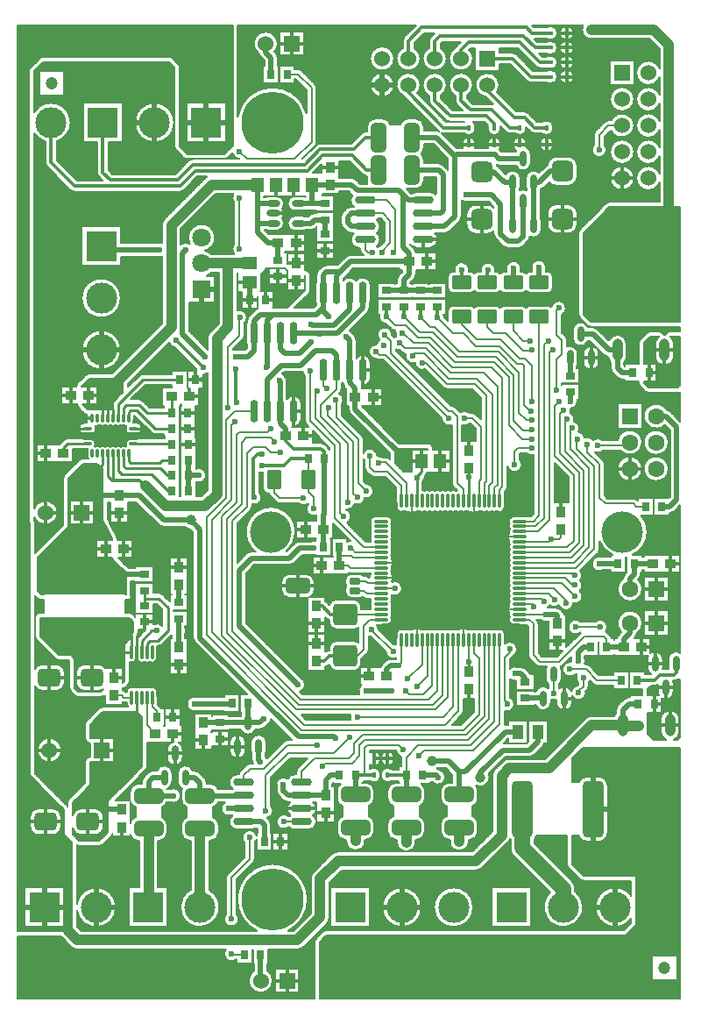
<source format=gtl>
G04 Layer_Physical_Order=1*
G04 Layer_Color=255*
%FSLAX24Y24*%
%MOIN*%
G70*
G01*
G75*
%ADD10C,0.0079*%
%ADD11R,0.0413X0.0551*%
%ADD12R,0.0276X0.0354*%
%ADD13R,0.0394X0.0354*%
%ADD14R,0.0354X0.0394*%
%ADD15R,0.0787X0.0394*%
%ADD16O,0.0335X0.0118*%
%ADD17O,0.0118X0.0335*%
%ADD18O,0.0281X0.0591*%
G04:AMPARAMS|DCode=19|XSize=110.2mil|YSize=59.1mil|CornerRadius=14.8mil|HoleSize=0mil|Usage=FLASHONLY|Rotation=0.000|XOffset=0mil|YOffset=0mil|HoleType=Round|Shape=RoundedRectangle|*
%AMROUNDEDRECTD19*
21,1,0.1102,0.0295,0,0,0.0*
21,1,0.0807,0.0591,0,0,0.0*
1,1,0.0295,0.0404,-0.0148*
1,1,0.0295,-0.0404,-0.0148*
1,1,0.0295,-0.0404,0.0148*
1,1,0.0295,0.0404,0.0148*
%
%ADD19ROUNDEDRECTD19*%
%ADD20O,0.0800X0.0295*%
%ADD21R,0.0354X0.0276*%
G04:AMPARAMS|DCode=22|XSize=216.5mil|YSize=82.7mil|CornerRadius=20.7mil|HoleSize=0mil|Usage=FLASHONLY|Rotation=90.000|XOffset=0mil|YOffset=0mil|HoleType=Round|Shape=RoundedRectangle|*
%AMROUNDEDRECTD22*
21,1,0.2165,0.0413,0,0,90.0*
21,1,0.1752,0.0827,0,0,90.0*
1,1,0.0413,0.0207,0.0876*
1,1,0.0413,0.0207,-0.0876*
1,1,0.0413,-0.0207,-0.0876*
1,1,0.0413,-0.0207,0.0876*
%
%ADD22ROUNDEDRECTD22*%
G04:AMPARAMS|DCode=23|XSize=21.7mil|YSize=16.5mil|CornerRadius=4.1mil|HoleSize=0mil|Usage=FLASHONLY|Rotation=270.000|XOffset=0mil|YOffset=0mil|HoleType=Round|Shape=RoundedRectangle|*
%AMROUNDEDRECTD23*
21,1,0.0217,0.0083,0,0,270.0*
21,1,0.0134,0.0165,0,0,270.0*
1,1,0.0083,-0.0041,-0.0067*
1,1,0.0083,-0.0041,0.0067*
1,1,0.0083,0.0041,0.0067*
1,1,0.0083,0.0041,-0.0067*
%
%ADD23ROUNDEDRECTD23*%
G04:AMPARAMS|DCode=24|XSize=51.2mil|YSize=72mil|CornerRadius=2.6mil|HoleSize=0mil|Usage=FLASHONLY|Rotation=180.000|XOffset=0mil|YOffset=0mil|HoleType=Round|Shape=RoundedRectangle|*
%AMROUNDEDRECTD24*
21,1,0.0512,0.0669,0,0,180.0*
21,1,0.0461,0.0720,0,0,180.0*
1,1,0.0051,-0.0230,0.0335*
1,1,0.0051,0.0230,0.0335*
1,1,0.0051,0.0230,-0.0335*
1,1,0.0051,-0.0230,-0.0335*
%
%ADD24ROUNDEDRECTD24*%
G04:AMPARAMS|DCode=25|XSize=21.7mil|YSize=16.5mil|CornerRadius=4.1mil|HoleSize=0mil|Usage=FLASHONLY|Rotation=180.000|XOffset=0mil|YOffset=0mil|HoleType=Round|Shape=RoundedRectangle|*
%AMROUNDEDRECTD25*
21,1,0.0217,0.0083,0,0,180.0*
21,1,0.0134,0.0165,0,0,180.0*
1,1,0.0083,-0.0067,0.0041*
1,1,0.0083,0.0067,0.0041*
1,1,0.0083,0.0067,-0.0041*
1,1,0.0083,-0.0067,-0.0041*
%
%ADD25ROUNDEDRECTD25*%
G04:AMPARAMS|DCode=26|XSize=51.2mil|YSize=72mil|CornerRadius=2.6mil|HoleSize=0mil|Usage=FLASHONLY|Rotation=270.000|XOffset=0mil|YOffset=0mil|HoleType=Round|Shape=RoundedRectangle|*
%AMROUNDEDRECTD26*
21,1,0.0512,0.0669,0,0,270.0*
21,1,0.0461,0.0720,0,0,270.0*
1,1,0.0051,-0.0335,-0.0230*
1,1,0.0051,-0.0335,0.0230*
1,1,0.0051,0.0335,0.0230*
1,1,0.0051,0.0335,-0.0230*
%
%ADD26ROUNDEDRECTD26*%
%ADD27O,0.0394X0.0846*%
G04:AMPARAMS|DCode=28|XSize=279.5mil|YSize=218.5mil|CornerRadius=10.9mil|HoleSize=0mil|Usage=FLASHONLY|Rotation=90.000|XOffset=0mil|YOffset=0mil|HoleType=Round|Shape=RoundedRectangle|*
%AMROUNDEDRECTD28*
21,1,0.2795,0.1967,0,0,90.0*
21,1,0.2577,0.2185,0,0,90.0*
1,1,0.0219,0.0983,0.1288*
1,1,0.0219,0.0983,-0.1288*
1,1,0.0219,-0.0983,-0.1288*
1,1,0.0219,-0.0983,0.1288*
%
%ADD28ROUNDEDRECTD28*%
%ADD29C,0.0472*%
%ADD30O,0.0295X0.0850*%
%ADD31R,0.0453X0.0571*%
G04:AMPARAMS|DCode=32|XSize=43.3mil|YSize=23.6mil|CornerRadius=5.9mil|HoleSize=0mil|Usage=FLASHONLY|Rotation=180.000|XOffset=0mil|YOffset=0mil|HoleType=Round|Shape=RoundedRectangle|*
%AMROUNDEDRECTD32*
21,1,0.0433,0.0118,0,0,180.0*
21,1,0.0315,0.0236,0,0,180.0*
1,1,0.0118,-0.0157,0.0059*
1,1,0.0118,0.0157,0.0059*
1,1,0.0118,0.0157,-0.0059*
1,1,0.0118,-0.0157,-0.0059*
%
%ADD32ROUNDEDRECTD32*%
G04:AMPARAMS|DCode=33|XSize=94.5mil|YSize=59.1mil|CornerRadius=14.8mil|HoleSize=0mil|Usage=FLASHONLY|Rotation=180.000|XOffset=0mil|YOffset=0mil|HoleType=Round|Shape=RoundedRectangle|*
%AMROUNDEDRECTD33*
21,1,0.0945,0.0295,0,0,180.0*
21,1,0.0650,0.0591,0,0,180.0*
1,1,0.0295,-0.0325,0.0148*
1,1,0.0295,0.0325,0.0148*
1,1,0.0295,0.0325,-0.0148*
1,1,0.0295,-0.0325,-0.0148*
%
%ADD33ROUNDEDRECTD33*%
G04:AMPARAMS|DCode=34|XSize=90.6mil|YSize=82.7mil|CornerRadius=12.4mil|HoleSize=0mil|Usage=FLASHONLY|Rotation=0.000|XOffset=0mil|YOffset=0mil|HoleType=Round|Shape=RoundedRectangle|*
%AMROUNDEDRECTD34*
21,1,0.0906,0.0579,0,0,0.0*
21,1,0.0657,0.0827,0,0,0.0*
1,1,0.0248,0.0329,-0.0289*
1,1,0.0248,-0.0329,-0.0289*
1,1,0.0248,-0.0329,0.0289*
1,1,0.0248,0.0329,0.0289*
%
%ADD34ROUNDEDRECTD34*%
%ADD35O,0.0118X0.0591*%
%ADD36O,0.0591X0.0118*%
%ADD37O,0.0532X0.0236*%
G04:AMPARAMS|DCode=38|XSize=86.6mil|YSize=68.9mil|CornerRadius=17.2mil|HoleSize=0mil|Usage=FLASHONLY|Rotation=0.000|XOffset=0mil|YOffset=0mil|HoleType=Round|Shape=RoundedRectangle|*
%AMROUNDEDRECTD38*
21,1,0.0866,0.0344,0,0,0.0*
21,1,0.0522,0.0689,0,0,0.0*
1,1,0.0344,0.0261,-0.0172*
1,1,0.0344,-0.0261,-0.0172*
1,1,0.0344,-0.0261,0.0172*
1,1,0.0344,0.0261,0.0172*
%
%ADD38ROUNDEDRECTD38*%
%ADD39O,0.0118X0.0571*%
%ADD40R,0.0728X0.0610*%
%ADD41R,0.0394X0.0394*%
G04:AMPARAMS|DCode=42|XSize=110.2mil|YSize=59.1mil|CornerRadius=14.8mil|HoleSize=0mil|Usage=FLASHONLY|Rotation=270.000|XOffset=0mil|YOffset=0mil|HoleType=Round|Shape=RoundedRectangle|*
%AMROUNDEDRECTD42*
21,1,0.1102,0.0295,0,0,270.0*
21,1,0.0807,0.0591,0,0,270.0*
1,1,0.0295,-0.0148,-0.0404*
1,1,0.0295,-0.0148,0.0404*
1,1,0.0295,0.0148,0.0404*
1,1,0.0295,0.0148,-0.0404*
%
%ADD42ROUNDEDRECTD42*%
G04:AMPARAMS|DCode=43|XSize=82.7mil|YSize=78.7mil|CornerRadius=19.7mil|HoleSize=0mil|Usage=FLASHONLY|Rotation=0.000|XOffset=0mil|YOffset=0mil|HoleType=Round|Shape=RoundedRectangle|*
%AMROUNDEDRECTD43*
21,1,0.0827,0.0394,0,0,0.0*
21,1,0.0433,0.0787,0,0,0.0*
1,1,0.0394,0.0217,-0.0197*
1,1,0.0394,-0.0217,-0.0197*
1,1,0.0394,-0.0217,0.0197*
1,1,0.0394,0.0217,0.0197*
%
%ADD43ROUNDEDRECTD43*%
%ADD44R,0.0571X0.0453*%
%ADD45C,0.0118*%
%ADD46C,0.0197*%
%ADD47C,0.0394*%
%ADD48C,0.0098*%
%ADD49C,0.0591*%
%ADD50C,0.2362*%
%ADD51C,0.1575*%
%ADD52C,0.0709*%
%ADD53R,0.0709X0.0709*%
%ADD54C,0.0600*%
%ADD55R,0.0600X0.0600*%
%ADD56R,0.0630X0.0630*%
%ADD57C,0.0630*%
%ADD58R,0.1181X0.1181*%
%ADD59C,0.1181*%
%ADD60R,0.0600X0.0600*%
%ADD61R,0.0630X0.0630*%
%ADD62R,0.1181X0.1181*%
%ADD63C,0.0236*%
%ADD64C,0.0394*%
G36*
X42333Y33553D02*
X42746D01*
Y33455D01*
X42461D01*
Y33337D01*
X42746D01*
Y33238D01*
X42333D01*
Y32972D01*
X41093D01*
Y33238D01*
X40679D01*
Y33337D01*
X40965D01*
Y33455D01*
X40679D01*
Y33553D01*
X41093D01*
Y33819D01*
X42333D01*
Y33553D01*
D02*
G37*
G36*
X40931Y28757D02*
X41149Y28712D01*
X41360Y28640D01*
X41559Y28540D01*
X41743Y28414D01*
X41908Y28265D01*
X41911Y28262D01*
X42016Y28136D01*
X42100Y27994D01*
X42162Y27842D01*
X42203Y27708D01*
X42212Y27635D01*
X42193Y27564D01*
X42150Y27504D01*
X42088Y27465D01*
X42015Y27452D01*
X39410D01*
X39335Y27466D01*
X39272Y27506D01*
X39227Y27567D01*
X39207Y27640D01*
X39216Y27715D01*
X39257Y27845D01*
X39317Y27995D01*
X39400Y28135D01*
X39504Y28260D01*
X39509Y28265D01*
X39674Y28414D01*
X39858Y28540D01*
X40057Y28640D01*
X40268Y28712D01*
X40486Y28757D01*
X40709Y28772D01*
X40931Y28757D01*
D02*
G37*
G36*
X42082Y26393D02*
X42146Y26352D01*
X42191Y26291D01*
X42210Y26218D01*
X42201Y26143D01*
X42161Y26014D01*
X42100Y25863D01*
X42017Y25723D01*
X41913Y25598D01*
X41908Y25594D01*
X41743Y25444D01*
X41559Y25319D01*
X41360Y25219D01*
X41149Y25146D01*
X40931Y25102D01*
X40709Y25087D01*
X40486Y25102D01*
X40268Y25146D01*
X40057Y25219D01*
X39858Y25319D01*
X39674Y25444D01*
X39509Y25594D01*
X39507Y25596D01*
X39401Y25722D01*
X39317Y25864D01*
X39256Y26017D01*
X39214Y26151D01*
X39205Y26224D01*
X39224Y26295D01*
X39268Y26354D01*
X39330Y26393D01*
X39402Y26407D01*
X42008D01*
X42082Y26393D01*
D02*
G37*
D10*
X62598Y47369D02*
G03*
X62598Y47041I-427J-164D01*
G01*
Y46369D02*
G03*
X62598Y46041I-427J-164D01*
G01*
X59688Y49016D02*
G03*
X60000Y48494I312J-167D01*
G01*
X59688Y49016D02*
G03*
X60001Y48494I312J-167D01*
G01*
X59331Y48762D02*
G03*
X59132Y48961I-199J0D01*
G01*
X59331Y48201D02*
G03*
X59132Y48400I-199J0D01*
G01*
X59331Y47098D02*
G03*
X59132Y47297I-199J0D01*
G01*
Y46817D02*
G03*
X59331Y47016I0J199D01*
G01*
X61629Y46205D02*
G03*
X61629Y46205I-457J0D01*
G01*
Y45205D02*
G03*
X60758Y45402I-457J0D01*
G01*
X62598Y45369D02*
G03*
X62598Y45041I-427J-164D01*
G01*
X60758Y45008D02*
G03*
X61629Y45205I413J197D01*
G01*
X62598Y44369D02*
G03*
X62598Y44041I-427J-164D01*
G01*
Y43369D02*
G03*
X62598Y43041I-427J-164D01*
G01*
X61629Y44205D02*
G03*
X61629Y44205I-457J0D01*
G01*
Y43205D02*
G03*
X61629Y43205I-457J0D01*
G01*
X60657Y45402D02*
G03*
X60518Y45344I0J-197D01*
G01*
X60657Y45402D02*
G03*
X60518Y45344I0J-197D01*
G01*
X60166Y44992D02*
G03*
X60108Y44852I139J-139D01*
G01*
X60166Y44992D02*
G03*
X60108Y44852I139J-139D01*
G01*
Y44474D02*
G03*
X60581Y44282I197J-193D01*
G01*
D02*
G03*
X60502Y44474I-276J0D01*
G01*
X58998Y48961D02*
G03*
X58799Y48762I0J-199D01*
G01*
X59132Y48480D02*
G03*
X59331Y48679I0J199D01*
G01*
X58799D02*
G03*
X58998Y48480I199J0D01*
G01*
X58701Y48762D02*
G03*
X58502Y48961I-199J0D01*
G01*
X58998Y48400D02*
G03*
X58799Y48201I0J-199D01*
G01*
X58502Y48480D02*
G03*
X58701Y48679I0J199D01*
G01*
Y48201D02*
G03*
X58502Y48400I-199J0D01*
G01*
X59132Y47919D02*
G03*
X59331Y48118I0J199D01*
G01*
Y47640D02*
G03*
X59132Y47839I-199J0D01*
G01*
Y47358D02*
G03*
X59331Y47557I0J199D01*
G01*
X58799Y48118D02*
G03*
X58998Y47919I199J0D01*
G01*
X58502D02*
G03*
X58701Y48118I0J199D01*
G01*
X58998Y47839D02*
G03*
X58799Y47640I0J-199D01*
G01*
Y47557D02*
G03*
X58998Y47358I199J0D01*
G01*
X58701Y47640D02*
G03*
X58502Y47839I-199J0D01*
G01*
Y47358D02*
G03*
X58701Y47557I0J199D01*
G01*
X58368Y48961D02*
G03*
X58274Y48937I0J-199D01*
G01*
Y48504D02*
G03*
X58368Y48480I94J175D01*
G01*
X58274Y47943D02*
G03*
X58368Y47919I94J175D01*
G01*
Y48400D02*
G03*
X58274Y48376I0J-199D01*
G01*
X58368Y47839D02*
G03*
X58274Y47815I0J-199D01*
G01*
Y47382D02*
G03*
X58368Y47358I94J175D01*
G01*
Y47297D02*
G03*
X58274Y47274I0J-199D01*
G01*
X57898Y47445D02*
G03*
X58051Y47382I153J153D01*
G01*
X57898Y47446D02*
G03*
X58051Y47382I153J153D01*
G01*
X58998Y47297D02*
G03*
X58799Y47098I0J-199D01*
G01*
Y47016D02*
G03*
X58998Y46817I199J0D01*
G01*
X58701Y47098D02*
G03*
X58502Y47297I-199J0D01*
G01*
Y46817D02*
G03*
X58701Y47016I0J199D01*
G01*
X59468Y43661D02*
G03*
X59114Y44016I-354J0D01*
G01*
X58537Y45185D02*
G03*
X58339Y45384I-199J0D01*
G01*
Y44852D02*
G03*
X58537Y45051I0J199D01*
G01*
X58681Y44016D02*
G03*
X58328Y43692I0J-354D01*
G01*
X58537Y44555D02*
G03*
X58339Y44754I-199J0D01*
G01*
Y44222D02*
G03*
X58537Y44421I0J199D01*
G01*
X58274Y46841D02*
G03*
X58368Y46817I94J175D01*
G01*
X58256Y45384D02*
G03*
X58125Y45335I0J-199D01*
G01*
X57701Y44965D02*
G03*
X57854Y44902I153J153D01*
G01*
X57701Y44965D02*
G03*
X57854Y44902I153J153D01*
G01*
X57544Y46904D02*
G03*
X57697Y46841I153J153D01*
G01*
X57543Y46904D02*
G03*
X57697Y46841I153J153D01*
G01*
X57614Y45665D02*
G03*
X57461Y45728I-153J-153D01*
G01*
X57614Y45665D02*
G03*
X57461Y45728I-153J-153D01*
G01*
X57325Y44852D02*
G03*
X57524Y45051I0J199D01*
G01*
X58125Y44902D02*
G03*
X58256Y44852I131J150D01*
G01*
Y44754D02*
G03*
X58057Y44555I0J-199D01*
G01*
Y44421D02*
G03*
X58256Y44222I199J0D01*
G01*
X58328Y43692D02*
G03*
X58264Y43646I117J-228D01*
G01*
X58328Y43692D02*
G03*
X58264Y43645I117J-228D01*
G01*
X57524Y44555D02*
G03*
X57325Y44754I-199J0D01*
G01*
X57706Y44101D02*
G03*
X57519Y44378I-298J0D01*
G01*
Y44378D02*
G03*
X57524Y44421I-194J43D01*
G01*
X57128Y43691D02*
G03*
X57706Y43792I280J101D01*
G01*
X62244Y37372D02*
G03*
X62105Y37314I0J-197D01*
G01*
X62244Y37372D02*
G03*
X62105Y37314I0J-197D01*
G01*
X62997Y37372D02*
G03*
X62813Y37243I0J-197D01*
G01*
X62997Y37372D02*
G03*
X62813Y37243I0J-197D01*
G01*
X62813D02*
G03*
X62762Y37243I-25J-353D01*
G01*
X62762D02*
G03*
X62577Y37372I-185J-68D01*
G01*
X62762Y37243D02*
G03*
X62577Y37372I-185J-68D01*
G01*
X61869Y37078D02*
G03*
X61811Y36939I139J-139D01*
G01*
X61869Y37078D02*
G03*
X61811Y36939I139J-139D01*
G01*
X60689Y42293D02*
G03*
X60550Y42236I0J-197D01*
G01*
X60689Y42293D02*
G03*
X60550Y42236I0J-197D01*
G01*
X59851Y37607D02*
G03*
X59990Y37549I139J139D01*
G01*
X59851Y37607D02*
G03*
X59990Y37549I139J139D01*
G01*
X61346Y36890D02*
G03*
X60666Y37029I-354J0D01*
G01*
X60488Y36482D02*
G03*
X60639Y36409I181J181D01*
G01*
X60488Y36483D02*
G03*
X60639Y36409I181J181D01*
G01*
X60240Y37454D02*
G03*
X60059Y37529I-181J-181D01*
G01*
X60241Y37454D02*
G03*
X60059Y37529I-181J-181D01*
G01*
X60291Y36518D02*
G03*
X59695Y36518I-298J0D01*
G01*
X63287Y35030D02*
G03*
X63386Y35056I0J197D01*
G01*
X63287Y35030D02*
G03*
X63386Y35056I0J197D01*
G01*
X63006Y34334D02*
G03*
X62866Y34406I-181J-181D01*
G01*
X63006Y34334D02*
G03*
X62866Y34406I-181J-181D01*
G01*
X62056Y35087D02*
G03*
X62195Y35030I139J139D01*
G01*
X62056Y35087D02*
G03*
X62195Y35030I139J139D01*
G01*
X62866Y34406D02*
G03*
X62799Y33818I-399J-253D01*
G01*
X61248Y36192D02*
G03*
X61346Y36437I-256J245D01*
G01*
X61000Y35616D02*
G03*
X61181Y35541I181J181D01*
G01*
X60736Y35986D02*
G03*
X60811Y35805I256J0D01*
G01*
X60736Y35986D02*
G03*
X60811Y35805I256J0D01*
G01*
X61000Y35617D02*
G03*
X61181Y35541I181J181D01*
G01*
X60639Y36409D02*
G03*
X60736Y36192I353J28D01*
G01*
X59695Y36208D02*
G03*
X60291Y36208I298J0D01*
G01*
X61811Y35413D02*
G03*
X61869Y35274I197J0D01*
G01*
X61811Y35413D02*
G03*
X61869Y35274I197J0D01*
G01*
X59468Y41850D02*
G03*
X59114Y42205I-354J0D01*
G01*
Y42913D02*
G03*
X59468Y43268I0J354D01*
G01*
X58398Y43055D02*
G03*
X58681Y42913I284J212D01*
G01*
Y42205D02*
G03*
X58327Y41850I0J-354D01*
G01*
X59575Y41261D02*
G03*
X59518Y41122I139J-139D01*
G01*
X59575Y41261D02*
G03*
X59518Y41122I139J-139D01*
G01*
X59114Y41102D02*
G03*
X59468Y41457I0J354D01*
G01*
X58327D02*
G03*
X58681Y41102I354J0D01*
G01*
X58092Y42792D02*
G03*
X58198Y42856I-75J245D01*
G01*
X58092Y42792D02*
G03*
X58198Y42856I-75J245D01*
G01*
X58064Y42729D02*
G03*
X58092Y42792I-256J152D01*
G01*
X58019Y43401D02*
G03*
X57510Y43191I-212J-210D01*
G01*
Y42882D02*
G03*
X57552Y42729I298J0D01*
G01*
Y42728D02*
G03*
X57264Y42728I-144J-261D01*
G01*
X58106Y41558D02*
G03*
X58064Y41710I-298J0D01*
G01*
X58258Y39711D02*
G03*
X58278Y39813I-256J102D01*
G01*
X57664Y40987D02*
G03*
X58106Y41248I144J261D01*
G01*
X57589Y40800D02*
G03*
X57664Y40981I-181J181D01*
G01*
X57589Y40800D02*
G03*
X57664Y40981I-181J181D01*
G01*
X57224Y40541D02*
G03*
X57405Y40616I0J256D01*
G01*
X57224Y40541D02*
G03*
X57406Y40617I0J256D01*
G01*
X58278Y39813D02*
G03*
X57746Y39711I-276J0D01*
G01*
X59518Y38022D02*
G03*
X59575Y37882I197J0D01*
G01*
X59518Y38022D02*
G03*
X59575Y37882I197J0D01*
G01*
X59873Y37529D02*
G03*
X59295Y37428I-280J-101D01*
G01*
Y37118D02*
G03*
X59873Y37017I298J0D01*
G01*
X59517Y33561D02*
G03*
X59550Y33693I-242J132D01*
G01*
X59743Y33334D02*
G03*
X59517Y33561I-272J-45D01*
G01*
X59550Y33693D02*
G03*
X59345Y33959I-276J0D01*
G01*
X58530Y39473D02*
G03*
X58346Y39656I-183J0D01*
G01*
Y38829D02*
G03*
X58530Y39012I0J183D01*
G01*
X59035Y38258D02*
G03*
X58486Y38291I-276J0D01*
G01*
X57677Y39656D02*
G03*
X57520Y39566I0J-183D01*
G01*
D02*
G03*
X57362Y39656I-157J-93D01*
G01*
X57520Y38919D02*
G03*
X57677Y38829I157J93D01*
G01*
X57362D02*
G03*
X57520Y38919I0J183D01*
G01*
X59449Y36056D02*
G03*
X59491Y36208I-256J152D01*
G01*
Y36518D02*
G03*
X59085Y36796I-298J0D01*
G01*
X59478Y34715D02*
G03*
X59470Y34783I-276J0D01*
G01*
X59218Y34439D02*
G03*
X59478Y34715I-15J275D01*
G01*
X59345Y33959D02*
G03*
X59353Y34027I-267J68D01*
G01*
X59222Y34390D02*
G03*
X59218Y34439I-276J0D01*
G01*
X59198Y34275D02*
G03*
X59222Y34390I-251J114D01*
G01*
X59353Y34027D02*
G03*
X59198Y34275I-276J0D01*
G01*
X58888Y38014D02*
G03*
X59035Y38258I-128J244D01*
G01*
X58486Y38291D02*
G03*
X58346Y38356I-140J-118D01*
G01*
X57677D02*
G03*
X57520Y38266I0J-183D01*
G01*
D02*
G03*
X57362Y38356I-157J-93D01*
G01*
X59085Y37047D02*
G03*
X59027Y37186I-197J0D01*
G01*
X59085Y37047D02*
G03*
X59027Y37186I-197J0D01*
G01*
X57161Y47899D02*
G03*
X57008Y47963I-153J-153D01*
G01*
X57161Y47899D02*
G03*
X57008Y47963I-153J-153D01*
G01*
X56411Y46474D02*
G03*
X56501Y46746I-368J272D01*
G01*
X56263Y46010D02*
G03*
X56220Y46014I-42J-212D01*
G01*
X56263Y46010D02*
G03*
X56220Y46014I-42J-212D01*
G01*
X56501Y46746D02*
G03*
X55979Y46293I-457J0D01*
G01*
X54890Y48238D02*
G03*
X54839Y48155I153J-153D01*
G01*
X55501Y47746D02*
G03*
X55350Y48085I-457J0D01*
G01*
X54891Y48238D02*
G03*
X54839Y48155I153J-153D01*
G01*
D02*
G03*
X55501Y47746I205J-409D01*
G01*
X55260Y46343D02*
G03*
X55501Y46746I-217J403D01*
G01*
X54827Y46157D02*
G03*
X54890Y46004I217J0D01*
G01*
X54827Y46157D02*
G03*
X54891Y46004I217J0D01*
G01*
X55501Y46746D02*
G03*
X54827Y46343I-457J0D01*
G01*
X56746Y44965D02*
G03*
X56900Y44902I153J153D01*
G01*
X57111D02*
G03*
X57242Y44852I131J150D01*
G01*
X56746Y44965D02*
G03*
X56900Y44902I153J153D01*
G01*
X57242Y44754D02*
G03*
X57043Y44555I0J-199D01*
G01*
X56350Y44852D02*
G03*
X56549Y45051I0J199D01*
G01*
X56069D02*
G03*
X56268Y44852I199J0D01*
G01*
X56549Y44555D02*
G03*
X56350Y44754I-199J0D01*
G01*
X56268D02*
G03*
X56069Y44555I0J-199D01*
G01*
X57043Y44421D02*
G03*
X57148Y44246I199J0D01*
G01*
X57148Y44246D02*
G03*
X57128Y44202I260J-145D01*
G01*
X57264Y42729D02*
G03*
X57306Y42882I-256J152D01*
G01*
Y43191D02*
G03*
X56752Y43344I-298J0D01*
G01*
X56501Y44292D02*
G03*
X56549Y44421I-151J129D01*
G01*
X56391Y43709D02*
G03*
X56487Y43691I95J237D01*
G01*
X56391Y43709D02*
G03*
X56487Y43691I95J237D01*
G01*
X56396Y43678D02*
G03*
X56391Y43709I-353J-36D01*
G01*
X56470Y43626D02*
G03*
X56396Y43678I-181J-181D01*
G01*
X56471Y43626D02*
G03*
X56396Y43678I-181J-181D01*
G01*
X55585Y45185D02*
G03*
X55505Y45344I-199J0D01*
G01*
X55386Y44852D02*
G03*
X55585Y45051I0J199D01*
G01*
X55172Y44902D02*
G03*
X55303Y44852I131J150D01*
G01*
X54482Y45408D02*
G03*
X54636Y45344I153J153D01*
G01*
X54483Y45408D02*
G03*
X54636Y45344I153J153D01*
G01*
X56069Y44421D02*
G03*
X56082Y44350I199J0D01*
G01*
X55585Y44555D02*
G03*
X55386Y44754I-199J0D01*
G01*
X55572Y44350D02*
G03*
X55585Y44421I-186J71D01*
G01*
X55303Y44754D02*
G03*
X55104Y44555I0J-199D01*
G01*
Y44421D02*
G03*
X55117Y44350I199J0D01*
G01*
X53891Y48557D02*
G03*
X53827Y48404I153J-153D01*
G01*
X53890Y48557D02*
G03*
X53827Y48404I153J-153D01*
G01*
X54501Y47746D02*
G03*
X54260Y48149I-457J0D01*
G01*
X53827D02*
G03*
X54501Y47746I217J-403D01*
G01*
X53501D02*
G03*
X53260Y48149I-457J0D01*
G01*
X52827D02*
G03*
X53501Y47746I217J-403D01*
G01*
X54260Y46343D02*
G03*
X54501Y46746I-217J403D01*
G01*
D02*
G03*
X53827Y46343I-457J0D01*
G01*
X53501Y46746D02*
G03*
X52885Y46317I-457J0D01*
G01*
X53379Y46435D02*
G03*
X53501Y46746I-336J311D01*
G01*
X52890Y48570D02*
G03*
X52827Y48417I153J-153D01*
G01*
X52891Y48571D02*
G03*
X52827Y48417I153J-153D01*
G01*
X52501Y47746D02*
G03*
X52501Y47746I-457J0D01*
G01*
Y46746D02*
G03*
X52501Y46746I-457J0D01*
G01*
X54219Y44983D02*
G03*
X54104Y45010I-115J-229D01*
G01*
X53827Y46154D02*
G03*
X53890Y46000I217J0D01*
G01*
X53827Y46154D02*
G03*
X53891Y46000I217J0D01*
G01*
X54298Y44922D02*
G03*
X54390Y44902I91J196D01*
G01*
X54219Y44983D02*
G03*
X54104Y45010I-115J-229D01*
G01*
X54298Y44922D02*
G03*
X54390Y44902I91J196D01*
G01*
X54384Y43685D02*
G03*
X54203Y43760I-181J-181D01*
G01*
X54384Y43685D02*
G03*
X54203Y43760I-181J-181D01*
G01*
X53632Y45157D02*
G03*
X53327Y45463I-305J0D01*
G01*
X53032D02*
G03*
X52743Y45256I0J-305D01*
G01*
X53537Y44129D02*
G03*
X53632Y44350I-210J221D01*
G01*
Y43907D02*
G03*
X53537Y44129I-305J0D01*
G01*
X53327Y42795D02*
G03*
X53632Y43100I0J305D01*
G01*
X52975Y42801D02*
G03*
X53032Y42795I57J300D01*
G01*
X52356Y45256D02*
G03*
X52067Y45463I-289J-98D01*
G01*
X51772D02*
G03*
X51467Y45157I0J-305D01*
G01*
X51417Y44970D02*
G03*
X51264Y44907I0J-217D01*
G01*
X51304Y43351D02*
G03*
X51457Y43287I153J153D01*
G01*
X51417Y44970D02*
G03*
X51264Y44907I0J-217D01*
G01*
X51467Y43100D02*
G03*
X51490Y42982I305J0D01*
G01*
X51303Y43351D02*
G03*
X51457Y43287I153J153D01*
G01*
X56289Y42086D02*
G03*
X56043Y42185I-246J-255D01*
G01*
Y41083D02*
G03*
X56289Y41182I0J354D01*
G01*
Y41083D02*
G03*
X56364Y40902I256J0D01*
G01*
X56289Y41083D02*
G03*
X56365Y40901I256J0D01*
G01*
X55256Y41437D02*
G03*
X55610Y41083I354J0D01*
G01*
X57303Y39671D02*
G03*
X57323Y39774I-256J102D01*
G01*
X56650Y40616D02*
G03*
X56831Y40541I181J181D01*
G01*
X56650Y40617D02*
G03*
X56831Y40541I181J181D01*
G01*
X57323Y39774D02*
G03*
X56791Y39671I-276J0D01*
G01*
X56693Y39656D02*
G03*
X56535Y39566I0J-183D01*
G01*
X56348Y39715D02*
G03*
X55804Y39656I-276J0D01*
G01*
X56535Y39566D02*
G03*
X56378Y39656I-157J-93D01*
G01*
X56342D02*
G03*
X56348Y39715I-269J59D01*
G01*
X55709Y39656D02*
G03*
X55556Y39574I0J-183D01*
G01*
X55069Y42357D02*
G03*
X55358Y42303I187J202D01*
G01*
X55610Y42185D02*
G03*
X55256Y41831I0J-354D01*
G01*
X54104Y42661D02*
G03*
X54085Y42568I256J-102D01*
G01*
D02*
G03*
X53860Y42667I-225J-206D01*
G01*
X54994Y41571D02*
G03*
X55069Y41752I-181J181D01*
G01*
X54994Y41571D02*
G03*
X55069Y41752I-181J181D01*
G01*
X54423Y41106D02*
G03*
X54604Y41181I0J256D01*
G01*
X54423Y41106D02*
G03*
X54604Y41181I0J256D01*
G01*
X55344Y39724D02*
G03*
X54802Y39656I-276J0D01*
G01*
X55336D02*
G03*
X55344Y39724I-267J69D01*
G01*
X55556Y39574D02*
G03*
X55404Y39656I-153J-101D01*
G01*
X54734D02*
G03*
X54551Y39473I0J-183D01*
G01*
X54165Y40862D02*
G03*
X54043Y41106I-305J0D01*
G01*
X53860Y40557D02*
G03*
X54165Y40862I0J305D01*
G01*
X56535Y38919D02*
G03*
X56693Y38829I157J93D01*
G01*
X56378D02*
G03*
X56535Y38919I0J183D01*
G01*
X56693Y38356D02*
G03*
X56535Y38266I0J-183D01*
G01*
X55556Y38911D02*
G03*
X55709Y38829I153J101D01*
G01*
X55404D02*
G03*
X55556Y38911I0J183D01*
G01*
X55709Y38356D02*
G03*
X55556Y38274I0J-183D01*
G01*
D02*
G03*
X55404Y38356I-153J-101D01*
G01*
X56535Y38266D02*
G03*
X56378Y38356I-157J-93D01*
G01*
X55624Y34211D02*
G03*
X55485Y34269I-139J-139D01*
G01*
X55624Y34211D02*
G03*
X55485Y34269I-139J-139D01*
G01*
X55089Y33814D02*
G03*
X55377Y33875I96J258D01*
G01*
X54551Y39012D02*
G03*
X54734Y38829I183J0D01*
G01*
Y38356D02*
G03*
X54551Y38173I0J-183D01*
G01*
X54419Y37897D02*
G03*
X54388Y38022I-276J-3D01*
G01*
X54840Y34487D02*
G03*
X54701Y34544I-139J-139D01*
G01*
X54840Y34487D02*
G03*
X54701Y34544I-139J-139D01*
G01*
X54370Y35245D02*
G03*
X54509Y35187I139J139D01*
G01*
X55377Y34269D02*
G03*
X55028Y34299I-193J-197D01*
G01*
X54370Y35245D02*
G03*
X54509Y35187I139J139D01*
G01*
X54311Y34069D02*
G03*
X54695Y33819I276J3D01*
G01*
X53327Y40364D02*
G03*
X53252Y40535I-256J-10D01*
G01*
X53355Y42667D02*
G03*
X53189Y42618I0J-305D01*
G01*
X53327Y40364D02*
G03*
X53252Y40536I-256J-10D01*
G01*
X53157Y40630D02*
G03*
X53355Y40557I199J232D01*
G01*
X53100Y40694D02*
G03*
X53123Y40664I255J168D01*
G01*
X53252Y39356D02*
G03*
X53327Y39537I-181J181D01*
G01*
X53252Y39356D02*
G03*
X53327Y39537I-181J181D01*
G01*
X52683Y39512D02*
G03*
X52608Y39331I181J-181D01*
G01*
X52683Y39512D02*
G03*
X52608Y39331I181J-181D01*
G01*
X51965Y41362D02*
G03*
X51835Y41612I-305J0D01*
G01*
Y41112D02*
G03*
X51965Y41362I-175J250D01*
G01*
X51835Y41612D02*
G03*
X51893Y41665I-175J250D01*
G01*
X51965Y40862D02*
G03*
X51835Y41112I-305J0D01*
G01*
X51829Y40608D02*
G03*
X51965Y40862I-169J254D01*
G01*
X51866Y40580D02*
G03*
X51829Y40608I-183J-206D01*
G01*
X51981Y40635D02*
G03*
X51866Y40580I59J-269D01*
G01*
X51211Y40482D02*
G03*
X51268Y40343I197J0D01*
G01*
X51211Y40482D02*
G03*
X51268Y40343I197J0D01*
G01*
X51954Y38022D02*
G03*
X52212Y37657I261J-89D01*
G01*
X51559Y38402D02*
G03*
X51608Y38568I-256J166D01*
G01*
X51484Y38081D02*
G03*
X51559Y38262I-181J181D01*
G01*
X51484Y38081D02*
G03*
X51559Y38262I-181J181D01*
G01*
X52940Y36535D02*
G03*
X53297Y36190I262J-87D01*
G01*
D02*
G03*
X53678Y35936I276J1D01*
G01*
X52556Y37402D02*
G03*
X52576Y37182I262J-87D01*
G01*
X52579Y36695D02*
G03*
X52704Y36663I128J244D01*
G01*
X52576Y37182D02*
G03*
X52528Y37149I130J-243D01*
G01*
X52410Y37459D02*
G03*
X52549Y37402I139J139D01*
G01*
X52410Y37459D02*
G03*
X52549Y37402I139J139D01*
G01*
X52774Y36593D02*
G03*
X52913Y36535I139J139D01*
G01*
X52774Y36593D02*
G03*
X52913Y36535I139J139D01*
G01*
X52421Y37257D02*
G03*
X51951Y37059I-276J-3D01*
G01*
Y37059D02*
G03*
X51835Y36879I155J-228D01*
G01*
X51812Y36329D02*
G03*
X51926Y36293I113J161D01*
G01*
X51812Y36329D02*
G03*
X51926Y36293I113J161D01*
G01*
X51835Y36879D02*
G03*
X51812Y36329I-24J-275D01*
G01*
X51259Y35316D02*
G03*
X51608Y35618I44J302D01*
G01*
X51280Y35217D02*
G03*
X51259Y35316I-256J0D01*
G01*
X51280Y35217D02*
G03*
X51259Y35316I-256J0D01*
G01*
X51335Y33267D02*
G03*
X51278Y33406I-197J0D01*
G01*
X51335Y33267D02*
G03*
X51278Y33406I-197J0D01*
G01*
X62939Y33154D02*
G03*
X62939Y33154I-472J0D01*
G01*
Y32154D02*
G03*
X62939Y32154I-472J0D01*
G01*
X62982Y30463D02*
G03*
X63163Y30538I0J256D01*
G01*
X62982Y30463D02*
G03*
X63163Y30538I0J256D01*
G01*
X61118Y32835D02*
G03*
X61939Y33154I349J319D01*
G01*
X62136Y29754D02*
G03*
X61895Y30384I-945J0D01*
G01*
X62136Y29754D02*
G03*
X61895Y30384I-945J0D01*
G01*
X61569Y28888D02*
G03*
X62136Y29754I-378J866D01*
G01*
X61569Y28888D02*
G03*
X62136Y29754I-378J866D01*
G01*
X61734Y30966D02*
G03*
X61594Y31024I-139J-139D01*
G01*
X61734Y30966D02*
G03*
X61594Y31024I-139J-139D01*
G01*
X61290Y28167D02*
G03*
X61215Y27986I181J-181D01*
G01*
X61290Y28167D02*
G03*
X61215Y27986I181J-181D01*
G01*
X61815Y27968D02*
G03*
X61890Y28149I-181J181D01*
G01*
X61814Y27968D02*
G03*
X61890Y28149I-181J181D01*
G01*
X61943Y27579D02*
G03*
X61781Y27935I-472J0D01*
G01*
X61726Y25892D02*
G03*
X61943Y26289I-256J397D01*
G01*
X61651Y25719D02*
G03*
X61726Y25892I-181J181D01*
G01*
X61651Y25718D02*
G03*
X61726Y25892I-181J181D01*
G01*
X61939Y33154D02*
G03*
X61000Y33228I-472J0D01*
G01*
X61939Y32154D02*
G03*
X61939Y32154I-472J0D01*
G01*
X60449Y33228D02*
G03*
X60077Y33241I-193J-197D01*
G01*
X60077D02*
G03*
X59743Y33334I-224J-160D01*
G01*
X60138Y32782D02*
G03*
X60449Y32835I118J249D01*
G01*
X60512Y32327D02*
G03*
X60454Y32466I-197J0D01*
G01*
X60512Y32327D02*
G03*
X60454Y32466I-197J0D01*
G01*
X60315Y29400D02*
G03*
X60813Y28888I876J354D01*
G01*
X60315Y29400D02*
G03*
X60813Y28888I876J354D01*
G01*
X60257Y28954D02*
G03*
X60315Y29093I-139J139D01*
G01*
X60257Y28954D02*
G03*
X60315Y29093I-139J139D01*
G01*
X57543Y32736D02*
G03*
X57815Y32669I193J197D01*
G01*
X57362Y32303D02*
G03*
X57283Y32496I-276J0D01*
G01*
X56821Y32230D02*
G03*
X57362Y32303I266J73D01*
G01*
X57283Y30354D02*
G03*
X57198Y30335I0J-197D01*
G01*
X61215Y27976D02*
G03*
X61943Y27579I256J-397D01*
G01*
X60305Y28809D02*
G03*
X60437Y28297I-10J-275D01*
G01*
X59656Y28100D02*
G03*
X59586Y28283I-276J0D01*
G01*
X59582Y27913D02*
G03*
X59656Y28100I-202J187D01*
G01*
Y27726D02*
G03*
X59582Y27913I-276J0D01*
G01*
X59556Y27515D02*
G03*
X59656Y27726I-177J212D01*
G01*
X60610Y26132D02*
G03*
X60142Y26329I-276J0D01*
G01*
X61943Y26289D02*
G03*
X61151Y25942I-472J0D01*
G01*
X61049Y25840D02*
G03*
X60979Y25709I181J-181D01*
G01*
X61050Y25841D02*
G03*
X60979Y25709I181J-181D01*
G01*
X60775D02*
G03*
X60720Y25819I-195J-29D01*
G01*
X60552Y25962D02*
G03*
X60610Y26132I-217J170D01*
G01*
X60621Y25917D02*
G03*
X60552Y25962I-139J-139D01*
G01*
X60775Y25709D02*
G03*
X60720Y25819I-195J-29D01*
G01*
X60621Y25917D02*
G03*
X60552Y25962I-139J-139D01*
G01*
X59656Y27303D02*
G03*
X59556Y27515I-276J0D01*
G01*
X59315Y27035D02*
G03*
X59656Y27303I65J268D01*
G01*
X59592Y26329D02*
G03*
X59592Y25935I-193J-197D01*
G01*
X58775Y26969D02*
G03*
X59315Y27035I264J78D01*
G01*
X58967Y26624D02*
G03*
X58901Y26736I-246J-69D01*
G01*
X58967Y26624D02*
G03*
X58901Y26736I-246J-69D01*
G01*
X58419Y26961D02*
G03*
X58775Y26969I174J214D01*
G01*
X58842Y26795D02*
G03*
X58661Y26870I-181J-181D01*
G01*
X58843Y26795D02*
G03*
X58661Y26870I-181J-181D01*
G01*
X58331Y26880D02*
G03*
X58419Y26961I-140J238D01*
G01*
X58360Y26870D02*
G03*
X58331Y26880I-102J-256D01*
G01*
X58065Y26417D02*
G03*
X58360Y26358I193J197D01*
G01*
X57992Y26260D02*
G03*
X57934Y26399I-197J0D01*
G01*
X57992Y26260D02*
G03*
X57934Y26399I-197J0D01*
G01*
X57198Y26240D02*
G03*
X57283Y26220I86J177D01*
G01*
X63386Y25157D02*
G03*
X62931Y24904I-157J-253D01*
G01*
X62726D02*
G03*
X62254Y25145I-298J0D01*
G01*
X62163Y25039D02*
G03*
X62131Y24904I265J-136D01*
G01*
X62721Y24537D02*
G03*
X62726Y24594I-292J57D01*
G01*
X62931D02*
G03*
X62936Y24537I298J0D01*
G01*
X62131Y24594D02*
G03*
X62289Y24331I298J0D01*
G01*
X59774Y24843D02*
G03*
X59754Y24945I-276J0D01*
G01*
X59242D02*
G03*
X59226Y24801I256J-102D01*
G01*
X59931Y24668D02*
G03*
X59792Y24726I-139J-139D01*
G01*
X59892Y24010D02*
G03*
X59948Y24094I-197J193D01*
G01*
X60068Y23975D02*
G03*
X60207Y23917I139J139D01*
G01*
X60068Y23975D02*
G03*
X60207Y23917I139J139D01*
G01*
X59834Y23729D02*
G03*
X59892Y23868I-139J139D01*
G01*
X59834Y23729D02*
G03*
X59892Y23868I-139J139D01*
G01*
X59931Y24668D02*
G03*
X59792Y24726I-139J-139D01*
G01*
X59748D02*
G03*
X59774Y24843I-250J117D01*
G01*
X59451Y24332D02*
G03*
X59498Y24010I243J-129D01*
G01*
X59796Y23633D02*
G03*
X59791Y23686I-276J0D01*
G01*
X59447Y23899D02*
G03*
X59249Y23678I74J-266D01*
G01*
X61427Y23465D02*
G03*
X61246Y23390I0J-256D01*
G01*
X61427Y23465D02*
G03*
X61246Y23389I0J-256D01*
G01*
X61018Y23162D02*
G03*
X60943Y22980I181J-181D01*
G01*
X61018Y23161D02*
G03*
X60943Y22980I181J-181D01*
G01*
Y22863D02*
G03*
X60868Y22746I256J-245D01*
G01*
X61516Y15915D02*
G03*
X61516Y15049I-610J-433D01*
G01*
X60020Y22746D02*
G03*
X59769Y22642I0J-354D01*
G01*
X60020Y22746D02*
G03*
X59769Y22642I0J-354D01*
G01*
X59575Y16544D02*
G03*
X59715Y16486I139J139D01*
G01*
X59575Y16544D02*
G03*
X59715Y16486I139J139D01*
G01*
X59267Y23525D02*
G03*
X59796Y23633I253J108D01*
G01*
X59390Y16171D02*
G03*
X59257Y16491I-453J0D01*
G01*
X59390Y16171D02*
G03*
X59257Y16492I-453J0D01*
G01*
X59685Y15482D02*
G03*
X59390Y16078I-748J0D01*
G01*
X59226Y24801D02*
G03*
X59379Y24332I-40J-273D01*
G01*
X58828Y24632D02*
G03*
X58919Y24684I-49J191D01*
G01*
X58828Y24632D02*
G03*
X58919Y24684I-49J191D01*
G01*
X58867Y24485D02*
G03*
X58828Y24632I-298J0D01*
G01*
X59249Y23678D02*
G03*
X58775Y23801I-279J-103D01*
G01*
X58766Y23952D02*
G03*
X58867Y24175I-197J224D01*
G01*
X58271D02*
G03*
X58372Y23952I298J0D01*
G01*
X58467Y23363D02*
G03*
X58671Y23363I102J256D01*
G01*
Y23265D02*
G03*
X59267Y23265I298J0D01*
G01*
X57887Y23170D02*
G03*
X58467Y23265I282J96D01*
G01*
X58307Y24626D02*
G03*
X58271Y24485I262J-141D01*
G01*
X57598Y25069D02*
G03*
X57656Y24930I197J0D01*
G01*
X57598Y25069D02*
G03*
X57656Y24930I197J0D01*
G01*
X57902Y24684D02*
G03*
X58041Y24626I139J139D01*
G01*
X57902Y24684D02*
G03*
X58041Y24626I139J139D01*
G01*
X57504Y24541D02*
G03*
X57323Y24616I-181J-181D01*
G01*
X57504Y24541D02*
G03*
X57323Y24616I-181J-181D01*
G01*
X58363Y23801D02*
G03*
X57891Y23681I-194J-226D01*
G01*
X57706Y24331D02*
G03*
X57671Y24374I-216J-138D01*
G01*
X57706Y24331D02*
G03*
X57671Y24374I-216J-138D01*
G01*
X59065Y17136D02*
G03*
X59123Y16997I197J0D01*
G01*
X59065Y17136D02*
G03*
X59123Y16997I197J0D01*
G01*
X58433Y16035D02*
G03*
X59685Y15482I504J-553D01*
G01*
X58144Y21591D02*
G03*
X58214Y21722I-181J181D01*
G01*
X58143Y21590D02*
G03*
X58214Y21722I-181J181D01*
G01*
X57835Y18068D02*
G03*
X57930Y18209I-246J268D01*
G01*
X57648Y21201D02*
G03*
X57829Y21276I0J256D01*
G01*
X57648Y21201D02*
G03*
X57829Y21276I0J256D01*
G01*
X56763Y31326D02*
G03*
X56821Y31465I-139J139D01*
G01*
X56763Y31326D02*
G03*
X56821Y31465I-139J139D01*
G01*
X54695Y31624D02*
G03*
X54753Y31485I197J0D01*
G01*
X54695Y31624D02*
G03*
X54753Y31485I197J0D01*
G01*
X57047Y30335D02*
G03*
X56900Y30059I0J-177D01*
G01*
Y30059D02*
G03*
X56900Y29862I147J-98D01*
G01*
D02*
G03*
X56880Y29705I147J-98D01*
G01*
X56900Y28681D02*
G03*
X56900Y28484I147J-98D01*
G01*
Y28484D02*
G03*
X56900Y28287I147J-98D01*
G01*
X56880Y29429D02*
G03*
X56900Y29272I167J-59D01*
G01*
X56880Y29705D02*
G03*
X56880Y29429I167J-138D01*
G01*
X56900Y29075D02*
G03*
X56900Y28878I147J-98D01*
G01*
D02*
G03*
X56900Y28681I147J-98D01*
G01*
Y29272D02*
G03*
X56900Y29075I147J-98D01*
G01*
Y27894D02*
G03*
X56900Y27697I147J-98D01*
G01*
D02*
G03*
X56900Y27500I147J-98D01*
G01*
Y28287D02*
G03*
X56900Y28091I147J-98D01*
G01*
Y26516D02*
G03*
X57047Y26240I147J-98D01*
G01*
X56900Y27500D02*
G03*
X56900Y27303I147J-98D01*
G01*
Y28091D02*
G03*
X56900Y27894I147J-98D01*
G01*
Y27303D02*
G03*
X56900Y27106I147J-98D01*
G01*
Y27106D02*
G03*
X56880Y26949I147J-98D01*
G01*
Y26673D02*
G03*
X56900Y26516I167J-59D01*
G01*
X56880Y26949D02*
G03*
X56880Y26673I167J-138D01*
G01*
X56693Y30839D02*
G03*
X56713Y30925I-177J86D01*
G01*
X54903Y31334D02*
G03*
X54843Y31309I38J-173D01*
G01*
X54843D02*
G03*
X54646Y31309I-98J-147D01*
G01*
X56220Y30542D02*
G03*
X56417Y30542I98J147D01*
G01*
D02*
G03*
X56693Y30689I98J147D01*
G01*
X55827Y30542D02*
G03*
X56024Y30542I98J147D01*
G01*
D02*
G03*
X56220Y30542I98J147D01*
G01*
X55236D02*
G03*
X55394Y30522I98J147D01*
G01*
X55669D02*
G03*
X55827Y30542I59J167D01*
G01*
X55039D02*
G03*
X55236Y30542I98J147D01*
G01*
X54843D02*
G03*
X55039Y30542I98J147D01*
G01*
X55394Y30522D02*
G03*
X55669Y30522I138J167D01*
G01*
X54646Y30542D02*
G03*
X54843Y30542I98J147D01*
G01*
X53986Y32923D02*
G03*
X53789Y33120I-197J0D01*
G01*
X53986Y32923D02*
G03*
X53789Y33120I-197J0D01*
G01*
X54646Y31309D02*
G03*
X54449Y31309I-98J-147D01*
G01*
X54449Y30542D02*
G03*
X54646Y30542I98J147D01*
G01*
X54449Y31309D02*
G03*
X54252Y31309I-98J-147D01*
G01*
Y30542D02*
G03*
X54449Y30542I98J147D01*
G01*
X54252Y31309D02*
G03*
X54055Y31309I-98J-147D01*
G01*
Y30542D02*
G03*
X54252Y30542I98J147D01*
G01*
X54055Y31309D02*
G03*
X53858Y31309I-98J-147D01*
G01*
X53858Y30542D02*
G03*
X54055Y30542I98J147D01*
G01*
X53689Y31891D02*
G03*
X53746Y31998I-146J146D01*
G01*
X53689Y31891D02*
G03*
X53746Y31998I-146J146D01*
G01*
X53661Y31821D02*
G03*
X53658Y31860I-276J0D01*
G01*
X53573Y31619D02*
G03*
X53661Y31821I-187J202D01*
G01*
X53858Y31309D02*
G03*
X53661Y31309I-98J-147D01*
G01*
D02*
G03*
X53573Y31338I-98J-147D01*
G01*
X53661Y30542D02*
G03*
X53858Y30542I98J147D01*
G01*
X53307Y30522D02*
G03*
X53465Y30542I59J167D01*
G01*
D02*
G03*
X53661Y30542I98J147D01*
G01*
X52874D02*
G03*
X53032Y30522I98J147D01*
G01*
D02*
G03*
X53307Y30522I138J167D01*
G01*
X56713Y25650D02*
G03*
X56693Y25735I-197J0D01*
G01*
Y25886D02*
G03*
X56417Y26033I-177J0D01*
G01*
X57079Y25086D02*
G03*
X57175Y25295I-179J209D01*
G01*
D02*
G03*
X56713Y25498I-276J0D01*
G01*
X57039Y25028D02*
G03*
X57079Y25086I-139J139D01*
G01*
X57039Y25028D02*
G03*
X57079Y25086I-139J139D01*
G01*
X56417Y26033D02*
G03*
X56220Y26033I-98J-147D01*
G01*
D02*
G03*
X56024Y26033I-98J-147D01*
G01*
X55827D02*
G03*
X55630Y26033I-98J-147D01*
G01*
X56024D02*
G03*
X55827Y26033I-98J-147D01*
G01*
X55630D02*
G03*
X55433Y26033I-98J-147D01*
G01*
X57209Y24616D02*
G03*
X56909Y24553I-102J-256D01*
G01*
Y24167D02*
G03*
X57156Y24089I197J193D01*
G01*
X57070Y23200D02*
G03*
X56909Y23450I-276J0D01*
G01*
X56713Y22937D02*
G03*
X57070Y23200I82J263D01*
G01*
X55276Y26053D02*
G03*
X55000Y26053I-138J-167D01*
G01*
X53504D02*
G03*
X53228Y26053I-138J-167D01*
G01*
D02*
G03*
X53071Y26033I-59J-167D01*
G01*
X55433D02*
G03*
X55276Y26053I-98J-147D01*
G01*
X55080Y22794D02*
G03*
X55138Y22933I-139J139D01*
G01*
X55080Y22794D02*
G03*
X55138Y22933I-139J139D01*
G01*
X55000Y26053D02*
G03*
X54843Y26033I-59J-167D01*
G01*
X54646D02*
G03*
X54449Y26033I-98J-147D01*
G01*
X53071D02*
G03*
X52874Y26033I-98J-147D01*
G01*
X53858D02*
G03*
X53661Y26033I-98J-147D01*
G01*
X54055D02*
G03*
X53858Y26033I-98J-147D01*
G01*
X53661D02*
G03*
X53504Y26053I-98J-147D01*
G01*
X54449Y26033D02*
G03*
X54252Y26033I-98J-147D01*
G01*
X54843D02*
G03*
X54646Y26033I-98J-147D01*
G01*
X54252D02*
G03*
X54055Y26033I-98J-147D01*
G01*
X52579Y30925D02*
G03*
X52598Y30839I197J0D01*
G01*
Y30689D02*
G03*
X52874Y30542I177J0D01*
G01*
X52391Y30059D02*
G03*
X52421Y30157I-147J98D01*
G01*
Y29961D02*
G03*
X52391Y30059I-177J0D01*
G01*
X52324Y32531D02*
G03*
X52185Y32589I-139J-139D01*
G01*
X52324Y32531D02*
G03*
X52185Y32589I-139J-139D01*
G01*
X52421Y30157D02*
G03*
X52244Y30335I-177J0D01*
G01*
X52461Y28583D02*
G03*
X52411Y28720I-217J0D01*
G01*
D02*
G03*
X52421Y28780I-167J59D01*
G01*
X52411Y28130D02*
G03*
X52421Y28189I-167J59D01*
G01*
Y29764D02*
G03*
X52391Y29862I-177J0D01*
G01*
Y29665D02*
G03*
X52421Y29764I-147J98D01*
G01*
Y29567D02*
G03*
X52391Y29665I-177J0D01*
G01*
Y29469D02*
G03*
X52421Y29567I-147J98D01*
G01*
X52391Y29862D02*
G03*
X52421Y29961I-147J98D01*
G01*
X52391Y29272D02*
G03*
X52421Y29370I-147J98D01*
G01*
Y29173D02*
G03*
X52391Y29272I-177J0D01*
G01*
X52421Y29370D02*
G03*
X52391Y29469I-177J0D01*
G01*
X52421Y28976D02*
G03*
X52391Y29075I-177J0D01*
G01*
X52411Y28445D02*
G03*
X52461Y28583I-167J138D01*
G01*
X52391Y28878D02*
G03*
X52421Y28976I-147J98D01*
G01*
Y28780D02*
G03*
X52391Y28878I-177J0D01*
G01*
Y29075D02*
G03*
X52421Y29173I-147J98D01*
G01*
Y28386D02*
G03*
X52411Y28445I-177J0D01*
G01*
X52391Y28287D02*
G03*
X52421Y28386I-147J98D01*
G01*
Y28189D02*
G03*
X52391Y28287I-177J0D01*
G01*
X52062Y32589D02*
G03*
X51860Y32636I-159J-225D01*
G01*
X51388Y32195D02*
G03*
X51445Y32056I197J0D01*
G01*
X51860Y32638D02*
G03*
X51335Y32755I-276J0D01*
G01*
Y32521D02*
G03*
X51388Y32445I249J117D01*
G01*
Y32195D02*
G03*
X51445Y32056I197J0D01*
G01*
X51772Y30335D02*
G03*
X51624Y30059I0J-177D01*
G01*
Y29862D02*
G03*
X51624Y29665I147J-98D01*
G01*
D02*
G03*
X51624Y29469I147J-98D01*
G01*
Y30059D02*
G03*
X51624Y29862I147J-98D01*
G01*
Y29469D02*
G03*
X51594Y29370I147J-98D01*
G01*
X51593Y31908D02*
G03*
X51732Y31850I139J139D01*
G01*
X51593Y31908D02*
G03*
X51732Y31850I139J139D01*
G01*
X51713Y31309D02*
G03*
X51440Y31585I-276J0D01*
G01*
X51377Y31040D02*
G03*
X51713Y31309I60J269D01*
G01*
X52805Y27598D02*
G03*
X52413Y27848I-276J0D01*
G01*
Y27349D02*
G03*
X52805Y27598I116J250D01*
G01*
X52461Y27992D02*
G03*
X52411Y28130I-217J0D01*
G01*
Y27854D02*
G03*
X52461Y27992I-167J138D01*
G01*
X52421Y27205D02*
G03*
X52391Y27303I-177J0D01*
G01*
Y27106D02*
G03*
X52421Y27205I-147J98D01*
G01*
X52391Y27303D02*
G03*
X52413Y27349I-147J98D01*
G01*
X52421Y27008D02*
G03*
X52391Y27106I-177J0D01*
G01*
Y26909D02*
G03*
X52421Y27008I-147J98D01*
G01*
X52391Y26713D02*
G03*
X52421Y26811I-147J98D01*
G01*
D02*
G03*
X52391Y26909I-177J0D01*
G01*
X52421Y26614D02*
G03*
X52391Y26713I-177J0D01*
G01*
Y26516D02*
G03*
X52421Y26614I-147J98D01*
G01*
X52874Y26033D02*
G03*
X52598Y25886I-98J-147D01*
G01*
X52421Y26417D02*
G03*
X52391Y26516I-177J0D01*
G01*
X52598Y25735D02*
G03*
X52579Y25650I177J-86D01*
G01*
Y25464D02*
G03*
X52463Y25491I-118J-249D01*
G01*
X52244Y26240D02*
G03*
X52421Y26417I0J177D01*
G01*
X52185Y25212D02*
G03*
X52579Y24966I276J3D01*
G01*
X52362Y24921D02*
G03*
X52181Y24846I0J-256D01*
G01*
X52362Y24921D02*
G03*
X52181Y24846I0J-256D01*
G01*
X51594Y28189D02*
G03*
X51605Y28130I177J0D01*
G01*
D02*
G03*
X51556Y28014I167J-138D01*
G01*
X51594Y27205D02*
G03*
X51624Y27106I177J0D01*
G01*
Y27106D02*
G03*
X51624Y26909I147J-98D01*
G01*
D02*
G03*
X51594Y26811I147J-98D01*
G01*
X52008Y26220D02*
G03*
X52094Y26240I0J197D01*
G01*
X51902Y26054D02*
G03*
X51846Y26220I-276J0D01*
G01*
X51545Y25791D02*
G03*
X51619Y25779I81J263D01*
G01*
X51556Y28014D02*
G03*
X51417Y28071I-139J-140D01*
G01*
X51556Y28014D02*
G03*
X51417Y28071I-139J-140D01*
G01*
X51327Y27262D02*
G03*
X51467Y27205I139J139D01*
G01*
X51327Y27262D02*
G03*
X51467Y27205I139J139D01*
G01*
X51348Y28071D02*
G03*
X51181Y28150I-167J-138D01*
G01*
Y27244D02*
G03*
X51306Y27284I0J217D01*
G01*
X52044Y24709D02*
G03*
X51978Y24596I181J-181D01*
G01*
X52043Y24709D02*
G03*
X51978Y24596I181J-181D01*
G01*
X51488Y25146D02*
G03*
X51545Y25285I-139J139D01*
G01*
X51488Y25146D02*
G03*
X51545Y25285I-139J139D01*
G01*
X51204Y24596D02*
G03*
X51250Y24750I-236J154D01*
G01*
X51257Y23927D02*
G03*
X51183Y23583I170J-217D01*
G01*
X56708Y22409D02*
G03*
X56713Y22451I-192J42D01*
G01*
X56742Y22411D02*
G03*
X56708Y22409I0J-256D01*
G01*
D02*
G03*
X56713Y22451I-192J42D01*
G01*
X56742Y22411D02*
G03*
X56708Y22409I0J-256D01*
G01*
X56880Y21122D02*
G03*
X56629Y21018I0J-354D01*
G01*
X56880Y21122D02*
G03*
X56629Y21018I0J-354D01*
G01*
X56344Y20733D02*
G03*
X56240Y20482I251J-251D01*
G01*
X56344Y20733D02*
G03*
X56240Y20482I250J-251D01*
G01*
X56132Y20423D02*
G03*
X56101Y20569I-354J0D01*
G01*
X55618Y20107D02*
G03*
X56132Y20423I159J317D01*
G01*
X55689Y19911D02*
G03*
X55618Y20107I-305J0D01*
G01*
X54449Y20423D02*
G03*
X54282Y20677I-276J0D01*
G01*
X54133Y20755D02*
G03*
X54172Y20787I-206J288D01*
G01*
X54276Y20683D02*
G03*
X54133Y20755I-181J-181D01*
G01*
X54275Y20683D02*
G03*
X54133Y20755I-181J-181D01*
G01*
X54577Y20217D02*
G03*
X54272Y19911I0J-305D01*
G01*
X53962Y20246D02*
G03*
X54449Y20423I211J177D01*
G01*
X55482Y19327D02*
G03*
X55689Y19616I-98J289D01*
G01*
X54272D02*
G03*
X54498Y19321I305J0D01*
G01*
X55689Y18652D02*
G03*
X55482Y18940I-305J0D01*
G01*
X55384Y18051D02*
G03*
X55689Y18356I0J305D01*
G01*
X54272D02*
G03*
X54577Y18051I305J0D01*
G01*
X54498Y18946D02*
G03*
X54272Y18652I79J-295D01*
G01*
X56929Y17726D02*
G03*
X57062Y17406I453J0D01*
G01*
X56929Y17726D02*
G03*
X57062Y17406I453J0D01*
G01*
X56845Y17968D02*
G03*
X56919Y18077I-251J251D01*
G01*
X56845Y17968D02*
G03*
X56919Y18077I-250J251D01*
G01*
X55620Y16890D02*
G03*
X55871Y16994I0J354D01*
G01*
X55620Y16890D02*
G03*
X55871Y16994I0J354D01*
G01*
X54626Y17972D02*
G03*
X55335Y17972I354J0D01*
G01*
X55512Y15482D02*
G03*
X55512Y15482I-748J0D01*
G01*
X52580Y21437D02*
G03*
X52767Y21205I274J30D01*
G01*
X52494Y21199D02*
G03*
X52295Y21398I-199J0D01*
G01*
Y20866D02*
G03*
X52494Y21065I0J199D01*
G01*
X52295Y20236D02*
G03*
X52426Y20285I0J199D01*
G01*
Y20719D02*
G03*
X52295Y20768I-131J-150D01*
G01*
X53671Y19911D02*
G03*
X53532Y20167I-305J0D01*
G01*
X53465Y19327D02*
G03*
X53671Y19616I-98J289D01*
G01*
Y18652D02*
G03*
X53465Y18940I-305J0D01*
G01*
X52559Y20217D02*
G03*
X52254Y19911I0J-305D01*
G01*
Y19616D02*
G03*
X52480Y19321I305J0D01*
G01*
Y18946D02*
G03*
X52254Y18652I79J-295D01*
G01*
X52213Y21398D02*
G03*
X52014Y21199I0J-199D01*
G01*
Y21065D02*
G03*
X52213Y20866I199J0D01*
G01*
Y20768D02*
G03*
X52014Y20569I0J-199D01*
G01*
X51972Y21199D02*
G03*
X51774Y21398I-199J0D01*
G01*
X51691D02*
G03*
X51580Y21364I0J-199D01*
G01*
X51774Y20866D02*
G03*
X51972Y21065I0J199D01*
G01*
Y20569D02*
G03*
X51774Y20768I-199J0D01*
G01*
X51580Y20900D02*
G03*
X51691Y20866I111J165D01*
G01*
Y20768D02*
G03*
X51580Y20734I0J-199D01*
G01*
X52014Y20435D02*
G03*
X52213Y20236I199J0D01*
G01*
X51774D02*
G03*
X51972Y20435I0J199D01*
G01*
X51560Y20285D02*
G03*
X51691Y20236I131J150D01*
G01*
X51526Y19324D02*
G03*
X51742Y19616I-89J292D01*
G01*
Y19911D02*
G03*
X51437Y20217I-305J0D01*
G01*
X51742Y18652D02*
G03*
X51526Y18944I-305J0D01*
G01*
X53366Y18051D02*
G03*
X53671Y18356I0J305D01*
G01*
X52608Y17953D02*
G03*
X53317Y17953I354J0D01*
G01*
X52254Y18356D02*
G03*
X52559Y18051I305J0D01*
G01*
X53543Y15482D02*
G03*
X53543Y15482I-748J0D01*
G01*
X51437Y18051D02*
G03*
X51742Y18356I0J305D01*
G01*
X51067Y43134D02*
G03*
X50886Y43209I-181J-181D01*
G01*
X51067Y43133D02*
G03*
X50886Y43209I-181J-181D01*
G01*
X48978Y47295D02*
G03*
X48839Y47352I-139J-139D01*
G01*
X48978Y47295D02*
G03*
X48839Y47352I-139J-139D01*
G01*
X49686Y44518D02*
G03*
X49532Y44454I0J-217D01*
G01*
X49557Y46634D02*
G03*
X49499Y46773I-197J0D01*
G01*
X49686Y44518D02*
G03*
X49533Y44454I0J-217D01*
G01*
X49557Y46634D02*
G03*
X49499Y46773I-197J0D01*
G01*
Y44428D02*
G03*
X49557Y44567I-139J139D01*
G01*
X49499Y44428D02*
G03*
X49557Y44567I-139J139D01*
G01*
X50920Y42557D02*
G03*
X50972Y42118I235J-194D01*
G01*
X50868D02*
G03*
X50687Y42043I0J-256D01*
G01*
X50868Y42118D02*
G03*
X50687Y42043I0J-256D01*
G01*
X50548Y41904D02*
G03*
X50472Y41722I181J-181D01*
G01*
Y41516D02*
G03*
X50547Y41335I256J0D01*
G01*
X50472Y41516D02*
G03*
X50548Y41335I256J0D01*
G01*
X50547Y41903D02*
G03*
X50472Y41722I181J-181D01*
G01*
X50701Y41181D02*
G03*
X50882Y41106I181J181D01*
G01*
X50972D02*
G03*
X51155Y40557I183J-244D01*
G01*
X50701Y41181D02*
G03*
X50882Y41106I181J181D01*
G01*
X50846Y40285D02*
G03*
X50666Y40210I0J-256D01*
G01*
X50846Y40285D02*
G03*
X50665Y40210I0J-256D01*
G01*
X49350Y41230D02*
G03*
X49531Y41305I0J256D01*
G01*
X49350Y41230D02*
G03*
X49532Y41306I0J256D01*
G01*
X49128Y42490D02*
G03*
X49026Y42510I-103J-256D01*
G01*
X49488Y41880D02*
G03*
X49307Y41805I0J-256D01*
G01*
X49488Y41880D02*
G03*
X49307Y41805I0J-256D01*
G01*
X49026Y41959D02*
G03*
X49127Y41978I0J276D01*
G01*
X49128Y41742D02*
G03*
X49026Y41762I-102J-256D01*
G01*
Y41211D02*
G03*
X49128Y41230I0J276D01*
G01*
X47952Y48010D02*
G03*
X48070Y48317I-340J306D01*
G01*
D02*
G03*
X47362Y47934I-457J0D01*
G01*
X48071Y47785D02*
G03*
X47996Y47966I-256J0D01*
G01*
X48071Y47785D02*
G03*
X47996Y47966I-256J0D01*
G01*
X49163Y45675D02*
G03*
X46555Y45544I-1289J-360D01*
G01*
X47362Y47934D02*
G03*
X47431Y47807I250J54D01*
G01*
X47362Y47934D02*
G03*
X47431Y47807I250J54D01*
G01*
X46353Y44155D02*
G03*
X46621Y43927I271J48D01*
G01*
X48730Y42510D02*
G03*
X48730Y41959I0J-276D01*
G01*
Y41762D02*
G03*
X48730Y41211I0J-276D01*
G01*
X47746Y42510D02*
G03*
X47644Y42490I0J-276D01*
G01*
X48244Y42047D02*
G03*
X48317Y42234I-202J187D01*
G01*
Y41860D02*
G03*
X48244Y42047I-276J0D01*
G01*
X48317Y42234D02*
G03*
X48041Y42510I-276J0D01*
G01*
X48244Y41673D02*
G03*
X48317Y41860I-202J187D01*
G01*
Y41486D02*
G03*
X48244Y41673I-276J0D01*
G01*
X48041Y41211D02*
G03*
X48317Y41486I0J276D01*
G01*
X47644Y41230D02*
G03*
X47746Y41211I102J256D01*
G01*
X46391Y42598D02*
G03*
X46421Y42264I233J-148D01*
G01*
X46043Y43927D02*
G03*
X46182Y43985I0J197D01*
G01*
X46043Y43927D02*
G03*
X46182Y43985I0J197D01*
G01*
X45381Y43258D02*
G03*
X45310Y43203I180J-305D01*
G01*
X45381Y43258D02*
G03*
X45310Y43203I180J-305D01*
G01*
X46421Y40701D02*
G03*
X46421Y40315I197J-193D01*
G01*
X45689Y40945D02*
G03*
X44731Y40694I-512J0D01*
G01*
X45318Y40453D02*
G03*
X45689Y40945I-141J492D01*
G01*
X45546Y40315D02*
G03*
X45318Y40453I-369J-354D01*
G01*
X51608Y39123D02*
G03*
X51053Y39298I-305J0D01*
G01*
X51059Y37051D02*
G03*
X50984Y37232I-256J0D01*
G01*
X51059Y37051D02*
G03*
X50984Y37232I-256J0D01*
G01*
X51053Y39298D02*
G03*
X50559Y39306I-250J-175D01*
G01*
X50942Y37274D02*
G03*
X50814Y37411I-253J-109D01*
G01*
X51608Y36173D02*
G03*
X51059Y36356I-305J0D01*
G01*
X50768Y34419D02*
G03*
X50843Y34238I256J0D01*
G01*
X50768Y34419D02*
G03*
X50843Y34238I256J0D01*
G01*
X50547Y35435D02*
G03*
X50622Y35256I256J2D01*
G01*
X50500Y35385D02*
G03*
X50547Y35435I-197J233D01*
G01*
D02*
G03*
X50622Y35256I256J2D01*
G01*
X50510Y34602D02*
G03*
X50563Y34765I-222J164D01*
G01*
D02*
G03*
X50409Y35013I-276J0D01*
G01*
X49921Y39892D02*
G03*
X49740Y39817I0J-256D01*
G01*
X49921Y39892D02*
G03*
X49740Y39817I0J-256D01*
G01*
X49622Y39699D02*
G03*
X49547Y39518I181J-181D01*
G01*
X49622Y39699D02*
G03*
X49547Y39518I181J-181D01*
G01*
Y39289D02*
G03*
X49498Y39123I256J-166D01*
G01*
X49234Y39657D02*
G03*
X49094Y39715I-139J-139D01*
G01*
X49234Y39657D02*
G03*
X49094Y39715I-139J-139D01*
G01*
X49263Y38818D02*
G03*
X49321Y38957I-139J139D01*
G01*
X49263Y38818D02*
G03*
X49321Y38957I-139J139D01*
G01*
Y39488D02*
G03*
X49263Y39627I-197J0D01*
G01*
X49321Y39488D02*
G03*
X49263Y39627I-197J0D01*
G01*
X49498Y38568D02*
G03*
X49547Y38402I305J0D01*
G01*
X50442Y35046D02*
G03*
X50500Y35185I-139J139D01*
G01*
X50442Y35046D02*
G03*
X50500Y35185I-139J139D01*
G01*
X49027Y35843D02*
G03*
X49104Y35673I275J23D01*
G01*
X48938Y35827D02*
G03*
X49027Y35843I0J256D01*
G01*
X48938Y35827D02*
G03*
X49027Y35843I0J256D01*
G01*
X50996Y30809D02*
G03*
X51377Y31040I107J254D01*
G01*
X49878Y33066D02*
G03*
X49724Y33130I-153J-153D01*
G01*
X49878Y33066D02*
G03*
X49724Y33130I-153J-153D01*
G01*
X50676Y30605D02*
G03*
X50996Y30809I52J271D01*
G01*
X50859Y30346D02*
G03*
X50676Y30605I-276J0D01*
G01*
X50040Y32884D02*
G03*
X49995Y32949I-198J-88D01*
G01*
X50040Y32884D02*
G03*
X49995Y32949I-198J-88D01*
G01*
X50835Y29409D02*
G03*
X50718Y29372I22J-275D01*
G01*
X50702Y30098D02*
G03*
X50859Y30346I-119J248D01*
G01*
X49104Y33983D02*
G03*
X49162Y33844I197J0D01*
G01*
X49104Y33983D02*
G03*
X49162Y33844I197J0D01*
G01*
X49242Y30823D02*
G03*
X49557Y30381I197J-193D01*
G01*
X48862Y30837D02*
G03*
X49242Y30831I193J197D01*
G01*
X49518Y29398D02*
G03*
X49337Y29390I-79J-264D01*
G01*
X48898D02*
G03*
X48717Y29315I0J-256D01*
G01*
X48898Y29390D02*
G03*
X48716Y29315I0J-256D01*
G01*
X47303Y38242D02*
G03*
X47272Y38228I89J-240D01*
G01*
X47303Y38242D02*
G03*
X47272Y38228I89J-240D01*
G01*
D02*
G03*
X47211Y38183I119J-226D01*
G01*
X47272Y38228D02*
G03*
X47211Y38183I119J-226D01*
G01*
X46984Y37957D02*
G03*
X46909Y37776I181J-181D01*
G01*
X46985Y37957D02*
G03*
X46909Y37776I181J-181D01*
G01*
Y37744D02*
G03*
X46860Y37578I256J-166D01*
G01*
X46902Y37905D02*
G03*
X46545Y38169I-276J0D01*
G01*
X46801Y37692D02*
G03*
X46902Y37905I-175J213D01*
G01*
X46860Y37023D02*
G03*
X46909Y36857I305J0D01*
G01*
X48421Y35476D02*
G03*
X48393Y35592I-256J0D01*
G01*
X48393Y35592D02*
G03*
X48248Y35761I-264J-81D01*
G01*
X48421Y35476D02*
G03*
X48393Y35592I-256J0D01*
G01*
X46744Y37066D02*
G03*
X46801Y37205I-139J139D01*
G01*
X46744Y37066D02*
G03*
X46801Y37205I-139J139D01*
G01*
X45374Y39488D02*
G03*
X45546Y39606I-197J472D01*
G01*
X45508Y37357D02*
G03*
X45404Y37106I250J-251D01*
G01*
X46575Y36663D02*
G03*
X46382Y36671I-107J-254D01*
G01*
X45507Y37357D02*
G03*
X45404Y37106I251J-251D01*
G01*
X45236Y35728D02*
G03*
X45404Y35790I-6J276D01*
G01*
X48970Y34628D02*
G03*
X48421Y34811I-305J0D01*
G01*
X48611Y33773D02*
G03*
X48970Y34073I54J300D01*
G01*
X47738Y31215D02*
G03*
X47793Y31101I195J26D01*
G01*
X47738Y31215D02*
G03*
X47793Y31101I195J26D01*
G01*
X47372Y32026D02*
G03*
X47519Y32012I98J257D01*
G01*
Y31398D02*
G03*
X47702Y31215I183J0D01*
G01*
X47453Y31065D02*
G03*
X47372Y31260I-276J0D01*
G01*
X47096Y30801D02*
G03*
X47453Y31065I81J263D01*
G01*
X48001Y30894D02*
G03*
X48140Y30837I139J139D01*
G01*
X48001Y30894D02*
G03*
X48140Y30837I139J139D01*
G01*
X47039Y30579D02*
G03*
X47096Y30719I-139J139D01*
G01*
X47039Y30579D02*
G03*
X47096Y30719I-139J139D01*
G01*
X45344Y31900D02*
G03*
X44967Y32156I-276J0D01*
G01*
Y31644D02*
G03*
X45344Y31900I102J256D01*
G01*
X44144Y44409D02*
G03*
X44201Y44270I197J0D01*
G01*
X44144Y44409D02*
G03*
X44201Y44270I197J0D01*
G01*
X44134Y45315D02*
G03*
X44134Y45315I-748J0D01*
G01*
X44833Y43927D02*
G03*
X44680Y43864I0J-217D01*
G01*
X44833Y43927D02*
G03*
X44680Y43863I0J-217D01*
G01*
X44487Y43985D02*
G03*
X44626Y43927I139J139D01*
G01*
X44487Y43985D02*
G03*
X44626Y43927I139J139D01*
G01*
X44360Y42687D02*
G03*
X44513Y42750I0J217D01*
G01*
X44360Y42687D02*
G03*
X44514Y42751I0J217D01*
G01*
X43775Y41668D02*
G03*
X43671Y41417I251J-251D01*
G01*
X43775Y41668D02*
G03*
X43671Y41417I250J-251D01*
G01*
X44731Y40694D02*
G03*
X44380Y40675I-164J-221D01*
G01*
X43671Y40730D02*
G03*
X43471Y40728I-98J-257D01*
G01*
Y40217D02*
G03*
X43671Y40215I102J256D01*
G01*
X40197Y45315D02*
G03*
X38819Y45718I-748J0D01*
G01*
X39665Y44599D02*
G03*
X40197Y45315I-217J716D01*
G01*
X39232Y43799D02*
G03*
X39296Y43646I217J0D01*
G01*
X38819Y44912D02*
G03*
X39232Y44599I630J403D01*
G01*
Y43799D02*
G03*
X39296Y43646I217J0D01*
G01*
X41201Y43415D02*
G03*
X41264Y43262I217J0D01*
G01*
X41201Y43415D02*
G03*
X41265Y43262I217J0D01*
G01*
X42106Y38642D02*
G03*
X42106Y38642I-748J0D01*
G01*
X40191Y42751D02*
G03*
X40344Y42687I153J153D01*
G01*
X40191Y42750D02*
G03*
X40344Y42687I153J153D01*
G01*
X44957Y35971D02*
G03*
X44986Y35876I274J33D01*
G01*
X43942Y36945D02*
G03*
X44172Y36756I262J84D01*
G01*
X42943Y35748D02*
G03*
X42796Y35687I0J-207D01*
G01*
X42943Y35748D02*
G03*
X42797Y35687I0J-207D01*
G01*
X42943Y34732D02*
G03*
X42796Y34793I-146J-146D01*
G01*
X42943Y34733D02*
G03*
X42796Y34793I-146J-146D01*
G01*
X42579Y33958D02*
G03*
X42608Y34065I-177J106D01*
G01*
X43259Y33525D02*
G03*
X43406Y33465I146J146D01*
G01*
X43259Y33525D02*
G03*
X43406Y33465I146J146D01*
G01*
X44519Y29941D02*
G03*
X44756Y29843I245J256D01*
G01*
X43559Y30016D02*
G03*
X43740Y29941I181J181D01*
G01*
X43559Y30016D02*
G03*
X43740Y29941I181J181D01*
G01*
X42904Y33691D02*
G03*
X42687Y33907I-217J0D01*
G01*
X42572D02*
G03*
X42579Y33957I-170J49D01*
G01*
X42687Y33474D02*
G03*
X42904Y33691I0J217D01*
G01*
X42579Y33307D02*
G03*
X42472Y33278I0J-207D01*
G01*
X42106Y33809D02*
G03*
X42282Y33797I98J147D01*
G01*
X42282D02*
G03*
X42262Y33750I189J-106D01*
G01*
X41909Y33809D02*
G03*
X42106Y33809I98J147D01*
G01*
X42262Y33750D02*
G03*
X42264Y33626I208J-59D01*
G01*
X41713Y33809D02*
G03*
X41909Y33809I98J147D01*
G01*
X42264Y33626D02*
G03*
X42470Y33474I207J65D01*
G01*
Y33278D02*
G03*
X42328Y32996I0J-177D01*
G01*
X42303Y32982D02*
G03*
X42106Y32982I-98J-147D01*
G01*
D02*
G03*
X41909Y32982I-98J-147D01*
G01*
X41909D02*
G03*
X41713Y32982I-98J-147D01*
G01*
X41959Y29498D02*
G03*
X41936Y29589I-197J0D01*
G01*
X41959Y29498D02*
G03*
X41936Y29589I-197J0D01*
G01*
X40896Y35768D02*
G03*
X40756Y35710I0J-197D01*
G01*
X40896Y35768D02*
G03*
X40756Y35710I0J-197D01*
G01*
X42106Y36673D02*
G03*
X42106Y36673I-748J0D01*
G01*
X40717Y34260D02*
G03*
X40810Y34208I139J139D01*
G01*
X40717Y34260D02*
G03*
X40810Y34208I139J139D01*
G01*
X41319Y33809D02*
G03*
X41516Y33809I98J147D01*
G01*
X41516D02*
G03*
X41713Y33809I98J147D01*
G01*
X41161Y33790D02*
G03*
X41319Y33809I59J167D01*
G01*
X41163Y33750D02*
G03*
X41151Y33782I-208J-59D01*
G01*
X41161Y33626D02*
G03*
X41171Y33691I-207J65D01*
G01*
D02*
G03*
X41163Y33750I-217J0D01*
G01*
X40810Y34208D02*
G03*
X40807Y34173I214J-35D01*
G01*
Y33957D02*
G03*
X40813Y33907I217J0D01*
G01*
X40955Y33474D02*
G03*
X41161Y33626I0J217D01*
G01*
X41132Y33100D02*
G03*
X40955Y33278I-177J0D01*
G01*
X40953D02*
G03*
X40846Y33307I-106J-177D01*
G01*
X40471Y35425D02*
G03*
X40413Y35285I139J-139D01*
G01*
X40471Y35425D02*
G03*
X40413Y35285I139J-139D01*
G01*
X40443Y34616D02*
G03*
X40501Y34477I197J0D01*
G01*
X40443Y34616D02*
G03*
X40501Y34477I197J0D01*
G01*
X40738Y33907D02*
G03*
X40738Y33474I0J-217D01*
G01*
X40079Y33307D02*
G03*
X39932Y33246I0J-207D01*
G01*
X40079Y33307D02*
G03*
X39933Y33247I0J-207D01*
G01*
X39775Y33089D02*
G03*
X39752Y33061I146J-146D01*
G01*
X41516Y32982D02*
G03*
X41319Y32982I-98J-147D01*
G01*
X41713D02*
G03*
X41516Y32982I-98J-147D01*
G01*
X41319D02*
G03*
X41122Y32982I-98J-147D01*
G01*
X41098Y32996D02*
G03*
X41132Y33100I-143J105D01*
G01*
X40857Y32894D02*
G03*
X40846Y32835I167J-59D01*
G01*
Y32618D02*
G03*
X40860Y32549I177J0D01*
G01*
X40669D02*
G03*
X40530Y32492I0J-197D01*
G01*
X40669Y32549D02*
G03*
X40530Y32492I0J-197D01*
G01*
X39969Y31931D02*
G03*
X39911Y31791I139J-139D01*
G01*
X39969Y31931D02*
G03*
X39911Y31791I139J-139D01*
G01*
X39775Y33089D02*
G03*
X39752Y33061I146J-146D01*
G01*
X39700Y30482D02*
G03*
X38819Y30656I-457J0D01*
G01*
Y30309D02*
G03*
X39700Y30482I423J174D01*
G01*
X38829Y30108D02*
G03*
X38819Y30170I-197J0D01*
G01*
X50778Y28195D02*
G03*
X50827Y28189I49J191D01*
G01*
X50778Y28195D02*
G03*
X50827Y28189I49J191D01*
G01*
X50866Y28150D02*
G03*
X50650Y27933I0J-217D01*
G01*
Y27815D02*
G03*
X50685Y27697I217J0D01*
G01*
Y27697D02*
G03*
X50650Y27579I181J-118D01*
G01*
X51250Y26904D02*
G03*
X50968Y27185I-281J0D01*
G01*
X50650Y27461D02*
G03*
X50866Y27244I217J0D01*
G01*
X50968Y26043D02*
G03*
X51152Y26111I0J281D01*
G01*
X50311Y27185D02*
G03*
X50038Y26971I0J-281D01*
G01*
X50030Y26325D02*
G03*
X50311Y26043I281J0D01*
G01*
X49337Y28878D02*
G03*
X49518Y28870I102J256D01*
G01*
X49468Y27844D02*
G03*
X49163Y28150I-305J0D01*
G01*
X48382Y29006D02*
G03*
X48750Y29754I-577J748D01*
G01*
X48382Y29006D02*
G03*
X48750Y29754I-577J748D01*
G01*
X48514Y28494D02*
G03*
X48695Y28569I0J256D01*
G01*
X48514Y28494D02*
G03*
X48695Y28569I0J256D01*
G01*
X49935Y26461D02*
G03*
X50030Y26406I153J153D01*
G01*
X49935Y26461D02*
G03*
X50030Y26406I153J153D01*
G01*
X49927Y27082D02*
G03*
X49882Y27117I-153J-153D01*
G01*
X49927Y27082D02*
G03*
X49882Y27117I-153J-153D01*
G01*
X49313Y27283D02*
G03*
X49468Y27549I-150J266D01*
G01*
X49213Y27248D02*
G03*
X49313Y27283I-49J301D01*
G01*
X49163Y27244D02*
G03*
X49213Y27248I0J305D01*
G01*
X51152Y25543D02*
G03*
X50968Y25610I-183J-214D01*
G01*
Y24469D02*
G03*
X51201Y24591I0J281D01*
G01*
X50311Y25610D02*
G03*
X50030Y25329I0J-281D01*
G01*
Y25255D02*
G03*
X49896Y25192I20J-216D01*
G01*
X50032Y24716D02*
G03*
X50311Y24469I279J34D01*
G01*
X50030Y25255D02*
G03*
X49896Y25192I20J-216D01*
G01*
X49882Y24628D02*
G03*
X50005Y24689I-30J215D01*
G01*
X49882Y24628D02*
G03*
X50006Y24690I-30J215D01*
G01*
X50845Y22795D02*
G03*
X50838Y22618I257J-98D01*
G01*
X50464Y20167D02*
G03*
X50325Y19911I166J-256D01*
G01*
X50156Y20167D02*
G03*
X50166Y20217I-264J79D01*
G01*
X49114Y23947D02*
G03*
X48947Y24200I-276J0D01*
G01*
X48921Y23684D02*
G03*
X49114Y23947I-83J263D01*
G01*
X48847Y20789D02*
G03*
X48789Y20650I139J-139D01*
G01*
X48847Y20789D02*
G03*
X48789Y20650I139J-139D01*
G01*
X48734Y20535D02*
G03*
X48459Y20363I0J-305D01*
G01*
X48514Y28150D02*
G03*
X48209Y27844I0J-305D01*
G01*
Y27549D02*
G03*
X48514Y27244I305J0D01*
G01*
X48750Y29754D02*
G03*
X47228Y29006I-945J0D01*
G01*
X48750Y29754D02*
G03*
X47228Y29006I-945J0D01*
G01*
X47658Y22404D02*
G03*
X47824Y22641I-109J253D01*
G01*
X47067Y29006D02*
G03*
X46886Y28931I0J-256D01*
G01*
X47067Y29006D02*
G03*
X46886Y28931I0J-256D01*
G01*
X46689Y22807D02*
G03*
X46665Y22756I256J-152D01*
G01*
X48445Y21841D02*
G03*
X48306Y21783I0J-197D01*
G01*
X48445Y21841D02*
G03*
X48306Y21783I0J-197D01*
G01*
X47391Y22244D02*
G03*
X47573Y22319I0J256D01*
G01*
X47391Y22244D02*
G03*
X47572Y22319I0J256D01*
G01*
X46665Y22244D02*
G03*
X47225Y22244I280J101D01*
G01*
X47643Y21745D02*
G03*
X47047Y21745I-298J0D01*
G01*
X48459Y20363D02*
G03*
X48034Y20043I-169J-218D01*
G01*
X47601Y21282D02*
G03*
X47643Y21435I-256J152D01*
G01*
X47662Y21139D02*
G03*
X47601Y21223I-250J-115D01*
G01*
X47047Y21435D02*
G03*
X47089Y21282I298J0D01*
G01*
Y21090D02*
G03*
X47134Y20945I256J0D01*
G01*
X47089Y21090D02*
G03*
X47134Y20945I256J0D01*
G01*
X46843Y21745D02*
G03*
X46247Y21745I-298J0D01*
G01*
X47028Y20945D02*
G03*
X46888Y20887I0J-197D01*
G01*
X47028Y20945D02*
G03*
X46888Y20887I0J-197D01*
G01*
X46247Y21435D02*
G03*
X46843Y21435I298J0D01*
G01*
X46647Y20646D02*
G03*
X46591Y20535I139J-139D01*
G01*
X46647Y20646D02*
G03*
X46591Y20535I139J-139D01*
G01*
X46534D02*
G03*
X46359Y19980I0J-305D01*
G01*
X50325Y19616D02*
G03*
X50541Y19324I305J0D01*
G01*
Y18944D02*
G03*
X50325Y18652I89J-292D01*
G01*
Y18356D02*
G03*
X50630Y18051I305J0D01*
G01*
X50679Y17992D02*
G03*
X51388Y17992I354J0D01*
G01*
X50364Y17598D02*
G03*
X50114Y17495I0J-354D01*
G01*
X50364Y17598D02*
G03*
X50113Y17494I0J-354D01*
G01*
X49544Y19230D02*
G03*
X49422Y19474I-305J0D01*
G01*
X49413Y18980D02*
G03*
X49544Y19230I-175J250D01*
G01*
Y18730D02*
G03*
X49413Y18980I-305J0D01*
G01*
X48287Y19550D02*
G03*
X48468Y19474I181J181D01*
G01*
X48288Y19549D02*
G03*
X48468Y19474I181J181D01*
G01*
X48551D02*
G03*
X48559Y18980I183J-244D01*
G01*
X48034Y19909D02*
G03*
X48109Y19728I256J0D01*
G01*
X48034Y19909D02*
G03*
X48109Y19727I256J0D01*
G01*
X48559Y18980D02*
G03*
X48501Y18927I175J-250D01*
G01*
X48500D02*
G03*
X48500Y18533I-193J-197D01*
G01*
X48501D02*
G03*
X48734Y18425I233J197D01*
G01*
X49239D02*
G03*
X49544Y18730I0J305D01*
G01*
X49434Y16816D02*
G03*
X49331Y16565I251J-251D01*
G01*
X49435Y16816D02*
G03*
X49331Y16565I250J-251D01*
G01*
X49935Y14857D02*
G03*
X50039Y15108I-250J251D01*
G01*
X49936Y14858D02*
G03*
X50039Y15108I-251J251D01*
G01*
X49921Y14606D02*
G03*
X49782Y14549I0J-197D01*
G01*
X49921Y14606D02*
G03*
X49782Y14549I0J-197D01*
G01*
X49526Y14293D02*
G03*
X49468Y14154I139J-139D01*
G01*
X49526Y14293D02*
G03*
X49468Y14154I139J-139D01*
G01*
X48466Y14587D02*
G03*
X49213Y15787I-592J1201D01*
G01*
X48809Y13878D02*
G03*
X49060Y13982I0J354D01*
G01*
X48809Y13878D02*
G03*
X49060Y13982I0J354D01*
G01*
X47894Y19154D02*
G03*
X47815Y19346I-276J0D01*
G01*
X47662Y18881D02*
G03*
X47894Y19154I-43J272D01*
G01*
X47815Y18622D02*
G03*
X47740Y18803I-256J0D01*
G01*
X47815Y18622D02*
G03*
X47740Y18803I-256J0D01*
G01*
X47039Y18425D02*
G03*
X47205Y18474I0J305D01*
G01*
X47264Y18203D02*
G03*
X46801Y17937I-266J-73D01*
G01*
X47195D02*
G03*
X47264Y18057I-197J193D01*
G01*
X47137Y17164D02*
G03*
X47195Y17303I-139J139D01*
G01*
X47137Y17164D02*
G03*
X47195Y17303I-139J139D01*
G01*
X46351Y18974D02*
G03*
X46534Y18425I183J-244D01*
G01*
X46064Y19468D02*
G03*
X46305Y18974I139J-238D01*
G01*
X46170Y16753D02*
G03*
X46112Y16614I139J-139D01*
G01*
X46170Y16753D02*
G03*
X46112Y16614I139J-139D01*
G01*
X47883Y12687D02*
G03*
X47677Y13069I-457J0D01*
G01*
X49213Y15787D02*
G03*
X47282Y14587I-1339J0D01*
G01*
X47165Y13063D02*
G03*
X47883Y12687I260J-376D01*
G01*
X46585Y15030D02*
G03*
X46506Y15222I-276J0D01*
G01*
X46112D02*
G03*
X46585Y15030I197J-193D01*
G01*
X46098Y13878D02*
G03*
X46491Y13494I211J-177D01*
G01*
X44852Y25719D02*
G03*
X44928Y25537I256J0D01*
G01*
X44852Y25719D02*
G03*
X44927Y25538I256J0D01*
G01*
X44577Y25994D02*
G03*
X44557Y26096I-276J0D01*
G01*
Y25892D02*
G03*
X44577Y25994I-256J102D01*
G01*
X43700Y27370D02*
G03*
X43553Y27431I-146J-146D01*
G01*
X43699Y27371D02*
G03*
X43553Y27431I-146J-146D01*
G01*
X43524Y25413D02*
G03*
X43670Y25474I0J207D01*
G01*
X43524Y25413D02*
G03*
X43670Y25474I0J207D01*
G01*
X43691Y26165D02*
G03*
X43327Y26227I-217J-170D01*
G01*
X45004Y23465D02*
G03*
X45004Y22953I-102J-256D01*
G01*
X43199Y24813D02*
G03*
X43474Y24961I98J147D01*
G01*
X43002Y24813D02*
G03*
X43199Y24813I98J147D01*
G01*
X44458Y21483D02*
G03*
X44307Y21742I-298J0D01*
G01*
X44012D02*
G03*
X43862Y21483I147J-259D01*
G01*
X43494Y23455D02*
G03*
X43474Y23541I-197J0D01*
G01*
Y23681D02*
G03*
X43199Y23828I-177J0D01*
G01*
X43199D02*
G03*
X43002Y23828I-98J-147D01*
G01*
X43645Y23031D02*
G03*
X43614Y23072I-170J-99D01*
G01*
X43645Y23031D02*
G03*
X43614Y23072I-170J-99D01*
G01*
X42716Y25801D02*
G03*
X42776Y25942I-138J141D01*
G01*
X42757Y25756D02*
G03*
X42717Y25698I146J-146D01*
G01*
X42758Y25757D02*
G03*
X42717Y25698I146J-146D01*
G01*
X42707Y25124D02*
G03*
X42726Y25081I197J63D01*
G01*
Y24961D02*
G03*
X43002Y24813I177J0D01*
G01*
X42687Y25081D02*
G03*
X42707Y25124I-177J106D01*
G01*
X42687Y25081D02*
G03*
X42707Y25124I-177J106D01*
G01*
X42441Y24797D02*
G03*
X42687Y24961I69J163D01*
G01*
X42560Y26616D02*
G03*
X42421Y26673I-139J-139D01*
G01*
X42560Y26616D02*
G03*
X42421Y26673I-139J-139D01*
G01*
X38945Y27223D02*
G03*
X39085Y27165I139J139D01*
G01*
X38945Y27223D02*
G03*
X39085Y27165I139J139D01*
G01*
X39026Y26673D02*
G03*
X38829Y26476I0J-197D01*
G01*
X39026Y26673D02*
G03*
X38829Y26476I0J-197D01*
G01*
X39605Y24940D02*
G03*
X39744Y24882I139J139D01*
G01*
X39605Y24940D02*
G03*
X39744Y24882I139J139D01*
G01*
X38829Y25797D02*
G03*
X38886Y25658I197J0D01*
G01*
X38829Y25797D02*
G03*
X38886Y25658I197J0D01*
G01*
X42383Y23936D02*
G03*
X42441Y24075I-139J139D01*
G01*
X42383Y23936D02*
G03*
X42441Y24075I-139J139D01*
G01*
X42805Y23828D02*
G03*
X42608Y23828I-98J-147D01*
G01*
X43002D02*
G03*
X42805Y23828I-98J-147D01*
G01*
X42608D02*
G03*
X42333Y23681I-98J-147D01*
G01*
X42165Y23799D02*
G03*
X42305Y23857I0J197D01*
G01*
X42165Y23799D02*
G03*
X42305Y23857I0J197D01*
G01*
X42275Y23682D02*
G03*
X42165Y23738I-139J-139D01*
G01*
X42275Y23682D02*
G03*
X42165Y23738I-139J-139D01*
G01*
X41339Y23474D02*
G03*
X41478Y23532I0J197D01*
G01*
X41339Y23474D02*
G03*
X41478Y23532I0J197D01*
G01*
X42165Y23267D02*
G03*
X42224Y23258I59J188D01*
G01*
X42165Y23267D02*
G03*
X42224Y23258I59J188D01*
G01*
X42333Y23228D02*
G03*
X42387Y23100I177J0D01*
G01*
X41417D02*
G03*
X41278Y23043I0J-197D01*
G01*
X41417Y23100D02*
G03*
X41278Y23043I0J-197D01*
G01*
X40738Y21914D02*
G03*
X40930Y21717I197J0D01*
G01*
X40796Y22560D02*
G03*
X40738Y22421I139J-139D01*
G01*
Y21914D02*
G03*
X40930Y21717I197J0D01*
G01*
X40796Y22560D02*
G03*
X40738Y22421I139J-139D01*
G01*
X40157Y23809D02*
G03*
X40215Y23670I197J0D01*
G01*
X40157Y23809D02*
G03*
X40215Y23670I197J0D01*
G01*
X39970Y24385D02*
G03*
X39641Y24715I-330J0D01*
G01*
Y23711D02*
G03*
X39970Y24040I0J330D01*
G01*
X39119Y24715D02*
G03*
X38829Y24541I0J-330D01*
G01*
Y23884D02*
G03*
X39119Y23711I290J156D01*
G01*
X40353Y23532D02*
G03*
X40492Y23474I139J139D01*
G01*
X40353Y23532D02*
G03*
X40492Y23474I139J139D01*
G01*
X39845Y21457D02*
G03*
X39845Y21457I-457J0D01*
G01*
X45374Y20207D02*
G03*
X45299Y20388I-256J0D01*
G01*
X45374Y20207D02*
G03*
X45299Y20388I-256J0D01*
G01*
X45087Y20599D02*
G03*
X44906Y20674I-181J-181D01*
G01*
X45807Y19980D02*
G03*
X45522Y20177I-285J-108D01*
G01*
X43862Y21173D02*
G03*
X44458Y21173I298J0D01*
G01*
X45088Y20599D02*
G03*
X44906Y20674I-181J-181D01*
G01*
X44840D02*
G03*
X44262Y20573I-280J-101D01*
G01*
Y20263D02*
G03*
X44435Y19993I298J0D01*
G01*
D02*
G03*
X44409Y19872I280J-121D01*
G01*
X45600Y19282D02*
G03*
X45807Y19468I-79J295D01*
G01*
X44409Y19577D02*
G03*
X44616Y19288I305J0D01*
G01*
X45827Y18612D02*
G03*
X45600Y18907I-305J0D01*
G01*
X44616Y18901D02*
G03*
X44409Y18612I98J-289D01*
G01*
Y18317D02*
G03*
X44715Y18012I305J0D01*
G01*
X44058Y20573D02*
G03*
X43480Y20674I-298J0D01*
G01*
X43053Y20697D02*
G03*
X43110Y20837I-139J139D01*
G01*
X43053Y20697D02*
G03*
X43110Y20837I-139J139D01*
G01*
X43322Y20674D02*
G03*
X43141Y20599I0J-256D01*
G01*
X43852Y19980D02*
G03*
X44058Y20263I-92J283D01*
G01*
X44380Y19724D02*
G03*
X44002Y19980I-276J0D01*
G01*
Y19468D02*
G03*
X44380Y19724I102J256D01*
G01*
X43322Y20674D02*
G03*
X43141Y20599I0J-256D01*
G01*
X42979Y20437D02*
G03*
X42904Y20256I181J-181D01*
G01*
X42979Y20437D02*
G03*
X42904Y20256I181J-181D01*
G01*
X43661Y19288D02*
G03*
X43848Y19468I-98J289D01*
G01*
X43868Y18612D02*
G03*
X43661Y18901I-305J0D01*
G01*
X45522Y18012D02*
G03*
X45827Y18317I0J305D01*
G01*
X45856Y15482D02*
G03*
X45472Y16136I-748J0D01*
G01*
X44764Y16146D02*
G03*
X45856Y15482I344J-664D01*
G01*
X43563Y18012D02*
G03*
X43868Y18317I0J305D01*
G01*
X42461Y19500D02*
G03*
X42677Y19282I295J77D01*
G01*
Y18907D02*
G03*
X42461Y18689I79J-295D01*
G01*
X42756Y20177D02*
G03*
X42451Y19872I0J-305D01*
G01*
X42452Y19547D02*
G03*
X42461Y19500I304J30D01*
G01*
Y18240D02*
G03*
X42756Y18012I295J77D01*
G01*
X41744Y18188D02*
G03*
X41791Y18265I-139J139D01*
G01*
X41744Y18188D02*
G03*
X41791Y18265I-139J139D01*
G01*
X40930Y21196D02*
G03*
X40738Y20999I5J-197D01*
G01*
X40930Y21196D02*
G03*
X40738Y20999I5J-197D01*
G01*
X40136Y19608D02*
G03*
X40079Y19468I139J-139D01*
G01*
X40136Y19608D02*
G03*
X40079Y19468I139J-139D01*
G01*
X41289Y17815D02*
G03*
X41429Y17873I0J197D01*
G01*
X41289Y17815D02*
G03*
X41429Y17873I0J197D01*
G01*
X40433Y17836D02*
G03*
X40522Y17815I89J176D01*
G01*
X40433Y17836D02*
G03*
X40522Y17815I89J176D01*
G01*
X41919Y15482D02*
G03*
X40433Y15603I-748J0D01*
G01*
Y15361D02*
G03*
X41919Y15482I738J121D01*
G01*
X40202Y13982D02*
G03*
X40453Y13878I251J250D01*
G01*
X39820Y14370D02*
G03*
X39858Y14326I288J207D01*
G01*
X39820Y14370D02*
G03*
X39858Y14326I288J207D01*
G01*
X40202Y13982D02*
G03*
X40453Y13878I251J251D01*
G01*
X63142Y36890D02*
G03*
X62997Y37175I-354J0D01*
G01*
X62577D02*
G03*
X62433Y36890I210J-285D01*
G01*
Y36437D02*
G03*
X63142Y36437I354J0D01*
G01*
X63150Y24104D02*
G03*
X63259Y24134I0J217D01*
G01*
X63150Y24104D02*
G03*
X63259Y24134I0J217D01*
G01*
X63126Y23994D02*
G03*
X63105Y24104I-298J0D01*
G01*
X62687Y23422D02*
G03*
X63126Y23684I141J262D01*
G01*
X63136Y21841D02*
G03*
X63348Y22165I-142J325D01*
G01*
X62398Y23898D02*
G03*
X62531Y23943I0J217D01*
G01*
Y23684D02*
G03*
X62566Y23543I298J0D01*
G01*
X62398Y23898D02*
G03*
X62531Y23943I0J217D01*
G01*
X63348Y22618D02*
G03*
X62640Y22618I-354J0D01*
G01*
Y22165D02*
G03*
X62852Y21841I354J0D01*
G01*
X62156Y22372D02*
G03*
X62126Y22514I-354J0D01*
G01*
Y22230D02*
G03*
X62156Y22372I-325J142D01*
G01*
X62126Y22230D02*
G03*
X62156Y22372I-325J142D01*
G01*
D02*
G03*
X62126Y22514I-354J0D01*
G01*
X60630Y20089D02*
G03*
X60266Y20453I-364J0D01*
G01*
X59852D02*
G03*
X59515Y20226I0J-364D01*
G01*
X60266Y17972D02*
G03*
X60630Y18337I0J364D01*
G01*
X59511Y18209D02*
G03*
X59852Y17972I341J128D01*
G01*
X41862Y34752D02*
G03*
X41801Y34606I146J-146D01*
G01*
X41862Y34753D02*
G03*
X41801Y34606I146J-146D01*
G01*
X42561Y25924D02*
G03*
X42500Y25778I146J-146D01*
G01*
X42561Y25924D02*
G03*
X42500Y25778I146J-146D01*
G01*
X41530Y24567D02*
G03*
X41255Y24715I-275J-182D01*
G01*
Y23711D02*
G03*
X41426Y23758I0J330D01*
G01*
X40733Y24715D02*
G03*
X40404Y24385I0J-330D01*
G01*
Y24040D02*
G03*
X40733Y23711I330J0D01*
G01*
X42904Y22392D02*
G03*
X42913Y22330I197J0D01*
G01*
X42904Y22392D02*
G03*
X42913Y22330I197J0D01*
G01*
X41447Y18903D02*
G03*
X41117Y19232I-330J0D01*
G01*
Y18228D02*
G03*
X41447Y18558I0J330D01*
G01*
X40595Y19232D02*
G03*
X40276Y18983I0J-330D01*
G01*
Y18478D02*
G03*
X40595Y18228I320J80D01*
G01*
X39833Y18903D02*
G03*
X39503Y19232I-330J0D01*
G01*
Y18228D02*
G03*
X39833Y18558I0J330D01*
G01*
X38981Y19232D02*
G03*
X38652Y18903I0J-330D01*
G01*
Y18558D02*
G03*
X38981Y18228I330J0D01*
G01*
X62303Y47643D02*
Y48407D01*
X62362Y47621D02*
Y48347D01*
X62215Y48494D02*
X62598Y48111D01*
X62244Y47656D02*
Y48466D01*
X62404Y47598D02*
X62598D01*
X62421Y47588D02*
Y48288D01*
X62237Y47657D02*
X62598D01*
X62008Y47632D02*
Y48494D01*
X61949Y47604D02*
Y48494D01*
X61890Y47565D02*
Y48494D01*
X62185Y47662D02*
Y48494D01*
X62126Y47660D02*
Y48494D01*
X62067Y47650D02*
Y48494D01*
X62598Y47369D02*
Y48111D01*
Y47369D02*
Y48111D01*
X62483Y47539D02*
X62598D01*
X62550Y46949D02*
X62598D01*
Y46369D02*
Y47041D01*
X62536Y47480D02*
X62598D01*
X62539Y47477D02*
Y48170D01*
X62598Y46369D02*
Y47041D01*
X62480Y47542D02*
Y48229D01*
X62503Y46890D02*
X62598D01*
X62539Y46477D02*
Y46933D01*
X61831Y46510D02*
Y46899D01*
X59331Y48130D02*
X62580D01*
X59325Y48071D02*
X62598D01*
X59300Y48012D02*
X62598D01*
X59242Y47953D02*
X62598D01*
X59277Y47776D02*
X62598D01*
X59315Y47716D02*
X62598D01*
X59172Y47835D02*
X62598D01*
X60001Y48494D02*
X62215D01*
X59242Y48366D02*
X62343D01*
X59171Y48484D02*
X62225D01*
X59325Y48248D02*
X62462D01*
X59331Y48189D02*
X62521D01*
X59300Y48307D02*
X62403D01*
X61831Y47510D02*
Y48494D01*
X61629Y47657D02*
X62105D01*
X61629Y47539D02*
X61859D01*
X61629Y47480D02*
X61806D01*
X61629Y47598D02*
X61938D01*
X61772Y47427D02*
Y48494D01*
X61629Y47421D02*
X61768D01*
X61629Y47362D02*
X61742D01*
X61629Y47008D02*
X61758D01*
X61772Y46427D02*
Y46982D01*
X61629Y46949D02*
X61792D01*
X62435Y46831D02*
X62598D01*
X62480Y46542D02*
Y46867D01*
X62318Y46772D02*
X62598D01*
X62260Y46653D02*
X62598D01*
X62487Y46535D02*
X62598D01*
X62539Y46476D02*
X62598D01*
X62411Y46594D02*
X62598D01*
X62362Y46621D02*
Y46789D01*
X62421Y46588D02*
Y46822D01*
X62303Y46643D02*
Y46767D01*
X62185Y46662D02*
Y46747D01*
X62244Y46656D02*
Y46753D01*
X62126Y46660D02*
Y46750D01*
X62548Y45945D02*
X62598D01*
X62499Y45886D02*
X62598D01*
X62429Y45827D02*
X62598D01*
X62306Y45768D02*
X62598D01*
X62417Y45590D02*
X62598D01*
X62278Y45650D02*
X62598D01*
X62362Y45621D02*
Y45789D01*
X62421Y45588D02*
Y45822D01*
X62303Y45643D02*
Y45767D01*
X62185Y45662D02*
Y45747D01*
X62244Y45656D02*
Y45753D01*
X62126Y45660D02*
Y45750D01*
X62008Y46632D02*
Y46777D01*
X61949Y46604D02*
Y46805D01*
X61629Y46831D02*
X61908D01*
X61629Y46772D02*
X62024D01*
X62067Y46650D02*
Y46759D01*
X61411Y46594D02*
X61932D01*
X61260Y46653D02*
X62082D01*
X61629Y46890D02*
X61840D01*
X61890Y46565D02*
Y46844D01*
X61487Y46535D02*
X61855D01*
X61576Y46417D02*
X61766D01*
X61602Y46358D02*
X61740D01*
X61539Y46476D02*
X61803D01*
X62008Y45632D02*
Y45777D01*
X61949Y45604D02*
Y45805D01*
X61306Y45768D02*
X62036D01*
X62067Y45650D02*
Y45759D01*
X61278Y45650D02*
X62064D01*
X61582Y46004D02*
X61760D01*
X61548Y45945D02*
X61795D01*
X61499Y45886D02*
X61843D01*
X61429Y45827D02*
X61914D01*
X61890Y45565D02*
Y45844D01*
X61417Y45590D02*
X61925D01*
X61299Y47662D02*
Y48494D01*
X61358Y47662D02*
Y48494D01*
X61181Y47662D02*
Y48494D01*
X61240Y47662D02*
Y48494D01*
X61535Y47662D02*
Y48494D01*
X61594Y47662D02*
Y48494D01*
X61417Y47662D02*
Y48494D01*
X59331Y48679D02*
Y48762D01*
Y48720D02*
X59670D01*
X61122Y47662D02*
Y48494D01*
X59331Y48118D02*
Y48201D01*
X61004Y47662D02*
Y48494D01*
X61063Y47662D02*
Y48494D01*
X60945Y47662D02*
Y48494D01*
X61476Y47662D02*
Y48494D01*
X61629Y46747D02*
Y47662D01*
X60714D02*
X61629D01*
X60827D02*
Y48494D01*
X60886Y47662D02*
Y48494D01*
X60768Y47662D02*
Y48494D01*
X59331Y47557D02*
Y47640D01*
X60714Y46747D02*
Y47662D01*
X59331Y47598D02*
X60714D01*
X59315Y48838D02*
X59646D01*
X59330Y48779D02*
X59652D01*
X59172Y48957D02*
X59663D01*
X59277Y48898D02*
X59649D01*
X59330Y48661D02*
X59699D01*
X59315Y48602D02*
X59745D01*
X59277Y48543D02*
X59820D01*
X59232Y48933D02*
Y49016D01*
X59291Y48881D02*
Y49016D01*
X59173Y48956D02*
Y49016D01*
Y48395D02*
Y48485D01*
X59232Y48372D02*
Y48507D01*
X59291Y47759D02*
Y47999D01*
X59330Y47657D02*
X60714D01*
X59330Y47539D02*
X60714D01*
X59315Y47480D02*
X60714D01*
X59277Y47421D02*
X60714D01*
X59291Y48320D02*
Y48560D01*
X59232Y47811D02*
Y47946D01*
X59173Y47834D02*
Y47924D01*
X59232Y47270D02*
Y47385D01*
X59291Y47217D02*
Y47438D01*
X59173Y47293D02*
Y47363D01*
X61629Y47185D02*
X61714D01*
X61629Y47126D02*
X61721D01*
X61629Y47303D02*
X61724D01*
X61629Y47244D02*
X61715D01*
X61629Y47067D02*
X61735D01*
X61535Y46482D02*
Y46747D01*
X61476Y46546D02*
Y46747D01*
X61181Y46662D02*
Y46747D01*
X61240Y46657D02*
Y46747D01*
X61122Y46660D02*
Y46747D01*
X61358Y46622D02*
Y46747D01*
X61417Y46590D02*
Y46747D01*
X61299Y46644D02*
Y46747D01*
X61619Y46299D02*
X61724D01*
X61627Y46240D02*
X61715D01*
X61594Y46379D02*
Y46747D01*
X61628Y46181D02*
X61714D01*
X61621Y46122D02*
X61721D01*
X61606Y46063D02*
X61736D01*
X61417Y45590D02*
Y45819D01*
X61476Y45546D02*
Y45864D01*
X61358Y45622D02*
Y45787D01*
X61240Y45657D02*
Y45752D01*
X61299Y45644D02*
Y45765D01*
X61181Y45662D02*
Y45747D01*
X59329Y47126D02*
X60714D01*
X59331Y47067D02*
X60714D01*
X59267Y47244D02*
X60714D01*
X59311Y47185D02*
X60714D01*
X59331Y47008D02*
X60714D01*
Y46747D02*
X61629D01*
X59204Y46831D02*
X60714D01*
X59171Y47362D02*
X60714D01*
X59331Y47016D02*
Y47098D01*
X59319Y46949D02*
X60714D01*
X59286Y46890D02*
X60714D01*
X61063Y46649D02*
Y46747D01*
X61004Y46630D02*
Y46747D01*
X61122Y45660D02*
Y45750D01*
X61063Y45649D02*
Y45760D01*
X61004Y45630D02*
Y45779D01*
X60945Y46602D02*
Y46747D01*
X60886Y46562D02*
Y46747D01*
X60768Y46420D02*
Y46747D01*
X60945Y45602D02*
Y45807D01*
X60886Y45562D02*
Y45847D01*
X60827Y46506D02*
Y46747D01*
X62598Y45369D02*
Y46041D01*
Y45369D02*
Y46041D01*
X62492Y45531D02*
X62598D01*
X62542Y45472D02*
X62598D01*
X62545Y44941D02*
X62598D01*
X62423Y44823D02*
X62598D01*
X62293Y44764D02*
X62598D01*
X62480Y45542D02*
Y45867D01*
X62539Y45477D02*
Y45933D01*
X61831Y45510D02*
Y45899D01*
X62495Y44882D02*
X62598D01*
X62244Y44656D02*
Y44753D01*
X62126Y44660D02*
Y44749D01*
X62598Y44369D02*
Y45041D01*
Y44369D02*
Y45041D01*
X62539Y44477D02*
Y44933D01*
X62421Y44588D02*
Y44822D01*
X62480Y44542D02*
Y44867D01*
X62362Y44621D02*
Y44789D01*
X61949Y44604D02*
Y44805D01*
X61890Y44565D02*
Y44844D01*
X61831Y44510D02*
Y44899D01*
X62067Y44650D02*
Y44759D01*
X62303Y44643D02*
Y44767D01*
X62008Y44632D02*
Y44777D01*
X61772Y45427D02*
Y45982D01*
X61578Y45413D02*
X61764D01*
X61492Y45531D02*
X61851D01*
X61542Y45472D02*
X61800D01*
X61620Y45295D02*
X61723D01*
X61605Y45059D02*
X61738D01*
X61604Y45354D02*
X61739D01*
X61535Y45482D02*
Y45928D01*
X61594Y45379D02*
Y46031D01*
X61628Y45236D02*
X61715D01*
X61628Y45177D02*
X61715D01*
X61620Y45118D02*
X61722D01*
X61772Y44427D02*
Y44982D01*
X61545Y44941D02*
X61798D01*
X61495Y44882D02*
X61847D01*
X61423Y44823D02*
X61920D01*
X61293Y44764D02*
X62050D01*
X61653Y42293D02*
Y48494D01*
X61712Y42293D02*
Y48494D01*
X61580Y45000D02*
X61762D01*
X61594Y44379D02*
Y45031D01*
X61535Y44482D02*
Y44928D01*
X62495Y44527D02*
X62598D01*
X62545Y44468D02*
X62598D01*
X62293Y44646D02*
X62598D01*
X62423Y44587D02*
X62598D01*
X62542Y43937D02*
X62598D01*
X62491Y43878D02*
X62598D01*
X62278Y43760D02*
X62598D01*
X62185Y44662D02*
Y44747D01*
X62417Y43819D02*
X62598D01*
X62067Y43650D02*
Y43759D01*
X62185Y43662D02*
Y43747D01*
X62244Y43656D02*
Y43753D01*
X62126Y43660D02*
Y43749D01*
X62598Y43369D02*
Y44041D01*
Y43369D02*
Y44041D01*
X62539Y43477D02*
Y43933D01*
X62421Y43588D02*
Y43822D01*
X62480Y43542D02*
Y43867D01*
X62362Y43621D02*
Y43789D01*
X61890Y43565D02*
Y43844D01*
X61831Y43510D02*
Y43899D01*
X61772Y43427D02*
Y43982D01*
X62303Y43643D02*
Y43767D01*
X62008Y43632D02*
Y43777D01*
X61949Y43604D02*
Y43805D01*
X61423Y44587D02*
X61919D01*
X61495Y44527D02*
X61847D01*
X60502Y44705D02*
X62598D01*
X61293Y44646D02*
X62049D01*
X61580Y44409D02*
X61762D01*
X61578Y43996D02*
X61764D01*
X61545Y44468D02*
X61797D01*
X61620Y44291D02*
X61722D01*
X61628Y44232D02*
X61715D01*
X61605Y44350D02*
X61738D01*
X61628Y44173D02*
X61715D01*
X61620Y44114D02*
X61723D01*
X61604Y44055D02*
X61739D01*
X61491Y43878D02*
X61851D01*
X61417Y43819D02*
X61926D01*
X61278Y43760D02*
X62065D01*
X59466Y43701D02*
X62598D01*
X61542Y43937D02*
X61800D01*
X61594Y43379D02*
Y44031D01*
X61476Y43546D02*
Y43864D01*
X61535Y43482D02*
Y43928D01*
X60827Y45506D02*
Y45904D01*
X60768Y45420D02*
Y45989D01*
X60709Y45402D02*
Y48494D01*
X60731Y45000D02*
X60762D01*
X60672Y44941D02*
X60798D01*
X60657Y45402D02*
X60758D01*
X60531Y45356D02*
Y48494D01*
X60472Y45298D02*
Y48494D01*
X60413Y45239D02*
Y48494D01*
X60649Y45401D02*
Y48494D01*
X60590Y45390D02*
Y48494D01*
X60886Y44562D02*
Y44847D01*
X61476Y44546D02*
Y44864D01*
X60613Y44882D02*
X60847D01*
X60945Y44602D02*
Y44807D01*
X61417Y44590D02*
Y44819D01*
X60554Y44823D02*
X60920D01*
X60768Y44420D02*
Y44989D01*
X60709Y42293D02*
Y44977D01*
X60502Y44771D02*
X60739Y45008D01*
X60827Y44506D02*
Y44904D01*
X60649Y42289D02*
Y44918D01*
X60590Y42267D02*
Y44859D01*
X60354Y45180D02*
Y48494D01*
X60295Y45121D02*
Y48494D01*
X60236Y45062D02*
Y48494D01*
X60177Y45003D02*
Y48494D01*
X60166Y44992D02*
X60518Y45344D01*
X60118Y44913D02*
Y48494D01*
X60059Y44405D02*
Y48494D01*
X59291Y43968D02*
Y46897D01*
X60108Y44474D02*
Y44852D01*
X59232Y43996D02*
Y46844D01*
X59173Y44011D02*
Y46821D01*
X59823Y41509D02*
Y48542D01*
X59764Y41450D02*
Y48584D01*
X59705Y41390D02*
Y48653D01*
X60000Y41686D02*
Y48494D01*
X59941Y41627D02*
Y48499D01*
X59882Y41568D02*
Y48514D01*
X59409Y43857D02*
Y49016D01*
X59468Y43671D02*
Y49016D01*
X59350Y43926D02*
Y49016D01*
X59646Y41331D02*
Y49016D01*
X59587Y41272D02*
Y49016D01*
X59527Y41183D02*
Y49016D01*
X61299Y44644D02*
Y44765D01*
X61358Y44622D02*
Y44787D01*
X61240Y44657D02*
Y44752D01*
X61063Y44649D02*
Y44760D01*
X61181Y44662D02*
Y44747D01*
Y43662D02*
Y43747D01*
X61122Y44660D02*
Y44750D01*
X61004Y44630D02*
Y44779D01*
X60572Y44350D02*
X60738D01*
X60549Y44409D02*
X60762D01*
X60581Y44291D02*
X60722D01*
X60576Y44232D02*
X60715D01*
X60559Y44173D02*
X60715D01*
X61358Y43622D02*
Y43787D01*
X61417Y43590D02*
Y43819D01*
X61299Y43644D02*
Y43765D01*
X61122Y43660D02*
Y43750D01*
X61240Y43657D02*
Y43752D01*
X61063Y43649D02*
Y43760D01*
X60827Y43506D02*
Y43904D01*
X60768Y43420D02*
Y43989D01*
X60531Y42217D02*
Y44124D01*
X61004Y43630D02*
Y43779D01*
X60945Y43602D02*
Y43807D01*
X60886Y43562D02*
Y43847D01*
X60502Y44587D02*
X60919D01*
X60502Y44527D02*
X60847D01*
X60502Y44764D02*
X61050D01*
X60502Y44646D02*
X61049D01*
X60508Y44468D02*
X60797D01*
X59337Y43937D02*
X60800D01*
X59231Y43996D02*
X60764D01*
X60502Y44474D02*
Y44771D01*
X60531Y44439D02*
Y44800D01*
X60524Y44114D02*
X60723D01*
X60462Y44055D02*
X60739D01*
X60472Y42158D02*
Y44062D01*
X60413Y42099D02*
Y44028D01*
X60354Y42040D02*
Y44010D01*
X59432Y43819D02*
X60926D01*
X59455Y43760D02*
X61065D01*
X59395Y43878D02*
X60851D01*
X60177Y41863D02*
Y44037D01*
X60118Y41804D02*
Y44079D01*
X60059Y41745D02*
Y44158D01*
X60295Y41981D02*
Y44006D01*
X60236Y41922D02*
Y44015D01*
X59468Y43268D02*
Y43661D01*
X59055Y48961D02*
Y49016D01*
X59114Y48961D02*
Y49016D01*
X58998Y48961D02*
X59132D01*
X58996Y48961D02*
Y49016D01*
X58937Y48951D02*
Y49016D01*
X58878Y48920D02*
Y49016D01*
X58819Y48848D02*
Y49016D01*
X58799Y48679D02*
Y48762D01*
X59114Y48400D02*
Y48480D01*
X58998D02*
X59132D01*
X59055Y48400D02*
Y48480D01*
X58998Y48400D02*
X59132D01*
X58878Y48359D02*
Y48521D01*
X58819Y48287D02*
Y48593D01*
X58996Y48400D02*
Y48480D01*
X58937Y48390D02*
Y48490D01*
X58799Y48118D02*
Y48201D01*
X58542Y48957D02*
X58958D01*
X58647Y48898D02*
X58853D01*
X57757Y49016D02*
X59688D01*
X57757Y49016D02*
X59688D01*
X58685Y48838D02*
X58815D01*
X58700Y48661D02*
X58800D01*
X58685Y48602D02*
X58815D01*
X58642Y48903D02*
Y49016D01*
X58701Y48769D02*
Y49016D01*
X58701Y48720D02*
X58799D01*
X58701Y48679D02*
Y48762D01*
X58700Y48779D02*
X58800D01*
X58647Y48543D02*
X58853D01*
X58541Y48484D02*
X58959D01*
X57905Y48425D02*
X62284D01*
X58670Y48307D02*
X58830D01*
X58613Y48366D02*
X58887D01*
X58642Y48342D02*
Y48538D01*
X58701Y48208D02*
Y48672D01*
X58695Y48248D02*
X58805D01*
X58701Y48118D02*
Y48201D01*
X59114Y47839D02*
Y47919D01*
X58998D02*
X59132D01*
X58998Y47839D02*
X59132D01*
X58878Y47798D02*
Y47960D01*
X58819Y47726D02*
Y48032D01*
X59055Y47839D02*
Y47919D01*
X58996Y47839D02*
Y47919D01*
X58937Y47829D02*
Y47929D01*
X58998Y47358D02*
X59132D01*
X59114Y47297D02*
Y47358D01*
X58998Y47297D02*
X59132D01*
X58878Y47257D02*
Y47399D01*
X59055Y47297D02*
Y47358D01*
X58996Y47297D02*
Y47358D01*
X58937Y47288D02*
Y47368D01*
X58670Y48012D02*
X58830D01*
X58612Y47953D02*
X58888D01*
X58062Y47894D02*
X62598D01*
X58647Y47776D02*
X58853D01*
X58685Y47716D02*
X58815D01*
X58542Y47835D02*
X58958D01*
X58701Y48189D02*
X58799D01*
X58701Y48130D02*
X58799D01*
X58700Y47657D02*
X58800D01*
X58701Y47647D02*
Y48111D01*
X58695Y48071D02*
X58805D01*
X58685Y47480D02*
X58815D01*
X58647Y47421D02*
X58853D01*
X58541Y47362D02*
X58959D01*
X57757Y47303D02*
X60714D01*
X58701Y47557D02*
Y47640D01*
X58799Y47557D02*
Y47640D01*
X58701Y47598D02*
X58799D01*
X58700Y47539D02*
X58800D01*
X58524Y48959D02*
Y49016D01*
X58583Y48944D02*
Y49016D01*
X58405Y48961D02*
Y49016D01*
X58464Y48961D02*
Y49016D01*
X58368Y48961D02*
X58502D01*
X58405Y48400D02*
Y48480D01*
X58368D02*
X58502D01*
X58287Y48943D02*
Y49016D01*
X58228Y48937D02*
Y49016D01*
X58169Y48937D02*
Y49016D01*
X58346Y48959D02*
Y49016D01*
X58524Y48398D02*
Y48481D01*
X58583Y48383D02*
Y48497D01*
X58464Y48400D02*
Y48480D01*
X58368Y48400D02*
X58502D01*
X58642Y47781D02*
Y47977D01*
X58346Y48398D02*
Y48482D01*
X58287Y48382D02*
Y48497D01*
X58228Y48376D02*
Y48504D01*
Y47815D02*
Y47943D01*
X58169Y47815D02*
Y47943D01*
X58051Y48937D02*
Y49016D01*
X58110Y48937D02*
Y49016D01*
X57816Y48957D02*
X58328D01*
X57992Y48937D02*
Y49016D01*
X57836Y48937D02*
X58274D01*
X57846Y48484D02*
X58329D01*
X57826Y48504D02*
X58274D01*
X57874Y48937D02*
Y49016D01*
X57933Y48937D02*
Y49016D01*
X57815Y48958D02*
Y49016D01*
X57874Y48456D02*
Y48504D01*
X57933Y48397D02*
Y48504D01*
X57757Y49016D02*
X57836Y48937D01*
X58110Y48376D02*
Y48504D01*
X58169Y48376D02*
Y48504D01*
X57954Y48376D02*
X58274D01*
X58110Y47846D02*
Y47943D01*
X58013D02*
X58141Y47815D01*
X58013Y47943D02*
X58274D01*
X57992Y48376D02*
Y48504D01*
X58051Y48376D02*
Y48504D01*
X57826D02*
X57954Y48376D01*
X58051Y47905D02*
Y47943D01*
X57401Y47659D02*
Y47942D01*
X57194Y48150D02*
X57898Y47446D01*
X58524Y47837D02*
Y47920D01*
X58583Y47822D02*
Y47936D01*
X58368Y47919D02*
X58502D01*
X58464Y47839D02*
Y47919D01*
X58368Y47839D02*
X58502D01*
X58405D02*
Y47919D01*
X58368Y47358D02*
X58502D01*
X58346Y47837D02*
Y47920D01*
X58287Y47821D02*
Y47936D01*
X58121Y47835D02*
X58328D01*
X58141Y47815D02*
X58274D01*
X58051Y47382D02*
X58274D01*
X58524Y47296D02*
Y47359D01*
X58583Y47280D02*
Y47375D01*
X58405Y47297D02*
Y47358D01*
X58464Y47297D02*
Y47358D01*
X58368Y47297D02*
X58502D01*
X58169Y47274D02*
Y47382D01*
X58228Y47274D02*
Y47382D01*
X58110Y47274D02*
Y47382D01*
X58346Y47296D02*
Y47359D01*
X58287Y47280D02*
Y47375D01*
X57462Y47598D02*
X57745D01*
X57638Y47422D02*
Y47706D01*
X57344Y47716D02*
X57627D01*
X57403Y47657D02*
X57686D01*
X57580Y47480D02*
X57863D01*
X57639Y47421D02*
X57927D01*
X57521Y47539D02*
X57804D01*
X57226Y47835D02*
X57509D01*
X57461Y47600D02*
Y47883D01*
X57167Y47894D02*
X57450D01*
X57520Y47541D02*
Y47824D01*
X57579Y47482D02*
Y47765D01*
X57285Y47776D02*
X57568D01*
X57992Y47274D02*
Y47390D01*
X57787Y47274D02*
X58274D01*
X58051D02*
Y47382D01*
X57698Y47362D02*
X58329D01*
X57697Y47363D02*
Y47647D01*
X57756Y47304D02*
Y47588D01*
X57161Y47899D02*
X57787Y47274D01*
X57874D02*
Y47469D01*
X57933Y47274D02*
Y47417D01*
X57815Y47274D02*
Y47529D01*
X58819Y47184D02*
Y47471D01*
X58681Y47185D02*
X58819D01*
X58689Y46949D02*
X58811D01*
X58701Y47105D02*
Y47550D01*
X58799Y47016D02*
Y47098D01*
X58699Y47126D02*
X58801D01*
X58701Y47067D02*
X58799D01*
X58701Y47016D02*
Y47098D01*
X58701Y47008D02*
X58799D01*
X58996Y44016D02*
Y46817D01*
X59055Y44016D02*
Y46817D01*
X59114Y44016D02*
Y46817D01*
X58998D02*
X59132D01*
X58760Y44016D02*
Y49016D01*
X58819Y44016D02*
Y46930D01*
X58701Y44016D02*
Y47009D01*
X58878Y44016D02*
Y46857D01*
X58937Y44016D02*
Y46827D01*
X58656Y46890D02*
X58844D01*
X56500Y46772D02*
X60714D01*
X56500Y46713D02*
X62598D01*
X56491Y46653D02*
X61082D01*
X56475Y46594D02*
X60932D01*
X56449Y46535D02*
X60855D01*
X56468Y46417D02*
X60766D01*
X56413Y46476D02*
X60803D01*
X58637Y47244D02*
X58863D01*
X58642Y47240D02*
Y47416D01*
X58574Y46831D02*
X58926D01*
X58368Y46817D02*
X58502D01*
X56586Y46299D02*
X60724D01*
X56763Y46122D02*
X60721D01*
X56527Y46358D02*
X60740D01*
X56881Y46004D02*
X60760D01*
X56940Y45945D02*
X60795D01*
X56822Y46063D02*
X60736D01*
X58642Y44014D02*
Y46874D01*
X58583Y44002D02*
Y46834D01*
X58524Y45258D02*
Y46818D01*
X56704Y46181D02*
X60714D01*
X58464Y45339D02*
Y46817D01*
X56645Y46240D02*
X60715D01*
X58531Y45236D02*
X60410D01*
X58537Y45177D02*
X60351D01*
X58443Y45354D02*
X60529D01*
X58504Y45295D02*
X60470D01*
X58537Y45118D02*
X60292D01*
X58537Y45059D02*
X60233D01*
X58531Y45000D02*
X60174D01*
X58537Y45051D02*
Y45185D01*
X58504Y44941D02*
X60129D01*
X58464Y44709D02*
Y44897D01*
X58470Y44705D02*
X60108D01*
X58516Y44646D02*
X60108D01*
X58443Y44882D02*
X60110D01*
X58537Y44527D02*
X60108D01*
X58537Y44468D02*
X60103D01*
X58535Y44587D02*
X60108D01*
X58537Y44409D02*
X60061D01*
X58524Y44350D02*
X60038D01*
X58489Y44291D02*
X60030D01*
X58524Y44628D02*
Y44978D01*
X58537Y44421D02*
Y44555D01*
X58524Y43979D02*
Y44348D01*
X58681Y44016D02*
X59114D01*
X58464Y43942D02*
Y44267D01*
X57117Y45768D02*
X61036D01*
X57551Y45709D02*
X62598D01*
X56999Y45886D02*
X60843D01*
X57058Y45827D02*
X60914D01*
X57688Y45590D02*
X60925D01*
X57747Y45531D02*
X60851D01*
X57629Y45650D02*
X61064D01*
X57865Y45413D02*
X60764D01*
X57806Y45472D02*
X60800D01*
X54456Y44764D02*
X60108D01*
X54397Y44823D02*
X60108D01*
X58400Y44232D02*
X60034D01*
X57705Y44114D02*
X60086D01*
X57697Y44173D02*
X60052D01*
X57706Y44055D02*
X60148D01*
X57706Y43996D02*
X58564D01*
X58405Y44742D02*
Y44864D01*
Y43884D02*
Y44234D01*
X57706Y43937D02*
X58458D01*
X58287Y45384D02*
Y46834D01*
X57697Y46841D02*
X58274D01*
X58228Y45382D02*
Y46841D01*
X58346Y45384D02*
Y46818D01*
X58405Y45372D02*
Y46817D01*
X58256Y45384D02*
X58339D01*
X57874Y45405D02*
Y46841D01*
X58169Y45364D02*
Y46841D01*
X57815Y45464D02*
Y46841D01*
X57756Y45523D02*
Y46841D01*
X57924Y45354D02*
X58151D01*
X57697Y45582D02*
Y46841D01*
X58051Y45335D02*
Y46841D01*
X58110Y45335D02*
Y46841D01*
X57992Y45335D02*
Y46841D01*
X58110Y44690D02*
Y44902D01*
X57944Y45335D02*
X58125D01*
X57933Y45346D02*
Y46841D01*
X57697Y44174D02*
Y44969D01*
X57815Y43489D02*
Y44905D01*
X57756Y43485D02*
Y44925D01*
X57579Y45693D02*
Y46876D01*
X56478Y46890D02*
X57560D01*
X56493Y46831D02*
X58296D01*
X56918Y47530D02*
X57543Y46904D01*
X57461Y45728D02*
Y46987D01*
X56419Y47008D02*
X57440D01*
X57157Y45728D02*
X57461D01*
X57520Y45720D02*
Y46928D01*
X56453Y46949D02*
X57499D01*
X57638Y45641D02*
Y46849D01*
X57614Y45665D02*
X57944Y45335D01*
X57524Y45143D02*
X57701Y44965D01*
X57517Y45000D02*
X57666D01*
X57638Y44291D02*
Y45029D01*
X57490Y44941D02*
X57730D01*
X57524Y45051D02*
Y45143D01*
X57579Y44345D02*
Y45088D01*
X57524Y45059D02*
X57607D01*
X57461Y44700D02*
Y44906D01*
X57520Y44595D02*
Y45011D01*
X58346Y44754D02*
Y44853D01*
X58256Y44852D02*
X58339D01*
X58256Y44754D02*
X58339D01*
X58256Y44222D02*
X58339D01*
X58228Y44752D02*
Y44854D01*
X58169Y44734D02*
Y44872D01*
X58287Y44754D02*
Y44852D01*
X58057Y44421D02*
Y44555D01*
X58346Y43778D02*
Y44223D01*
X58228Y43610D02*
Y44224D01*
X58287Y43666D02*
Y44222D01*
X57933Y43462D02*
Y44902D01*
X57992Y43426D02*
Y44902D01*
X57874Y43482D02*
Y44902D01*
X58169Y43551D02*
Y44242D01*
X58110Y43492D02*
Y44286D01*
X58051Y43433D02*
Y44902D01*
X57854D02*
X58125D01*
X57456Y44705D02*
X58125D01*
X57429Y44882D02*
X58152D01*
X57521Y44587D02*
X58060D01*
X57523Y44409D02*
X58057D01*
X57502Y44646D02*
X58079D01*
X57401Y44739D02*
Y44868D01*
X57524Y44421D02*
Y44555D01*
Y44527D02*
X58057D01*
X57524Y44468D02*
X58057D01*
X57675Y44232D02*
X58194D01*
X57706Y43878D02*
X58401D01*
X57637Y44291D02*
X58105D01*
X57706Y43819D02*
X58364D01*
X57704Y43760D02*
X58341D01*
X57692Y43701D02*
X58329D01*
X57571Y44350D02*
X58070D01*
X57706Y43792D02*
Y44101D01*
X57697Y43468D02*
Y43719D01*
X62499Y43524D02*
X62598D01*
X62548Y43464D02*
X62598D01*
X62307Y43642D02*
X62598D01*
X62429Y43583D02*
X62598D01*
X62539Y42933D02*
X62598D01*
X62487Y42874D02*
X62598D01*
X62411Y42815D02*
X62598D01*
Y42293D02*
Y43041D01*
Y42293D02*
Y43041D01*
X62539Y42293D02*
Y42933D01*
X62362Y42293D02*
Y42789D01*
X62421Y42293D02*
Y42822D01*
X62303Y42293D02*
Y42767D01*
X63012Y37372D02*
Y37549D01*
X63071Y37372D02*
Y37549D01*
X62598Y37371D02*
Y37549D01*
X63189Y37372D02*
Y37549D01*
X63386Y37372D02*
Y37549D01*
X63130Y37372D02*
Y37549D01*
X62480Y37372D02*
Y37549D01*
X62539Y37372D02*
Y37549D01*
X62480Y42293D02*
Y42867D01*
X62362Y37372D02*
Y37549D01*
X62421Y37372D02*
Y37549D01*
X62303Y37372D02*
Y37549D01*
X62008Y42293D02*
Y42777D01*
X62067Y42293D02*
Y42759D01*
X61307Y43642D02*
X62036D01*
X61411Y42815D02*
X61932D01*
X62259Y42756D02*
X62598D01*
X62126Y42293D02*
Y42750D01*
X61259Y42756D02*
X62083D01*
X61499Y43524D02*
X61843D01*
X61548Y43464D02*
X61795D01*
X61429Y43583D02*
X61913D01*
X61576Y42992D02*
X61766D01*
X61539Y42933D02*
X61803D01*
X61487Y42874D02*
X61855D01*
X62185Y42293D02*
Y42747D01*
X62244Y42293D02*
Y42753D01*
X60689Y42293D02*
X62598D01*
X62244Y37372D02*
Y37549D01*
X62185Y37363D02*
Y37549D01*
X61260D02*
X63386D01*
X61831Y42293D02*
Y42899D01*
X61890Y42293D02*
Y42844D01*
X61772Y42293D02*
Y42982D01*
X61949Y42293D02*
Y42805D01*
X62126Y37333D02*
Y37549D01*
X61831Y37025D02*
Y37549D01*
X63307Y37372D02*
Y37549D01*
X63366Y37372D02*
Y37549D01*
X63248Y37372D02*
Y37549D01*
X62894Y37342D02*
Y37549D01*
X62997Y37372D02*
X63386D01*
X62953Y37367D02*
Y37549D01*
X62708Y37323D02*
X62867D01*
X62716Y37315D02*
Y37549D01*
X62835Y37286D02*
Y37549D01*
X62657Y37355D02*
Y37549D01*
X62244Y37372D02*
X62577D01*
X62775Y37244D02*
Y37549D01*
X62753Y37264D02*
X62822D01*
X62067Y37276D02*
Y37549D01*
X62008Y37217D02*
Y37549D01*
X61890Y37099D02*
Y37549D01*
X62026Y37236D02*
X62105Y37314D01*
X61949Y37158D02*
Y37549D01*
X60313Y37382D02*
X63386D01*
X60372Y37323D02*
X62114D01*
X60178Y37500D02*
X63386D01*
X60254Y37441D02*
X63386D01*
X61155Y37205D02*
X61995D01*
X61869Y37078D02*
X62026Y37236D01*
X60431Y37264D02*
X62054D01*
X61287Y37087D02*
X61877D01*
X61237Y37146D02*
X61936D01*
X61338Y36968D02*
X61813D01*
X61319Y37027D02*
X61832D01*
X61346Y36496D02*
X61811D01*
X61346Y36437D02*
X61811D01*
X61346Y36555D02*
X61811D01*
X61341Y36378D02*
X61811D01*
X61326Y36319D02*
X61811D01*
X61299Y36260D02*
X61811D01*
X61346Y36850D02*
X61811D01*
X61346Y36791D02*
X61811D01*
X61346Y36909D02*
X61811D01*
X61346Y36673D02*
X61811D01*
X61346Y36614D02*
X61811D01*
X61346Y36732D02*
X61811D01*
X61621Y43287D02*
X61721D01*
X61628Y43228D02*
X61714D01*
X61582Y43405D02*
X61760D01*
X61606Y43346D02*
X61736D01*
X61627Y43169D02*
X61715D01*
X61619Y43110D02*
X61724D01*
X61602Y43051D02*
X61740D01*
X61476Y42293D02*
Y42864D01*
X61535Y42293D02*
Y42928D01*
X61063Y42293D02*
Y42760D01*
X61417Y42293D02*
Y42819D01*
X61594Y42293D02*
Y43031D01*
X61358Y42293D02*
Y42787D01*
X61299Y42293D02*
Y42765D01*
Y37067D02*
Y37549D01*
X61240Y37143D02*
Y37549D01*
X61181Y42293D02*
Y42747D01*
X61240Y42293D02*
Y42752D01*
X61122Y42293D02*
Y42750D01*
Y37219D02*
Y37549D01*
X61181Y37190D02*
Y37549D01*
X61063Y37237D02*
Y37549D01*
X60827Y42293D02*
Y42904D01*
X60886Y42293D02*
Y42847D01*
X60768Y42293D02*
Y42989D01*
X60945Y42293D02*
Y42807D01*
X61004Y42293D02*
Y42779D01*
X60166Y41852D02*
X60550Y42236D01*
X59575Y41261D02*
X60166Y41852D01*
X59646Y37721D02*
Y37812D01*
X59705Y37704D02*
Y37753D01*
X59587Y37726D02*
Y37871D01*
X60827Y37203D02*
Y37549D01*
X60768Y37164D02*
Y37549D01*
X60709Y37102D02*
Y37549D01*
X60945Y37241D02*
Y37549D01*
X60886Y37228D02*
Y37549D01*
X59990D02*
X61260D01*
X59575Y37882D02*
X59851Y37607D01*
X59882Y37529D02*
Y37582D01*
X60649Y37045D02*
Y37549D01*
X59860Y37559D02*
X59929D01*
X61004Y37244D02*
Y37549D01*
X60590Y37104D02*
Y37549D01*
X60241Y37454D02*
X60666Y37029D01*
X60549Y37146D02*
X60747D01*
X60608Y37087D02*
X60697D01*
X60490Y37205D02*
X60830D01*
X60472Y37222D02*
Y37549D01*
X60531Y37163D02*
Y37549D01*
X60413Y37281D02*
Y37549D01*
X60295Y37399D02*
Y37549D01*
X60354Y37340D02*
Y37549D01*
X60236Y36690D02*
Y36735D01*
X61346Y36437D02*
Y36890D01*
X60291Y36319D02*
X60658D01*
X60291Y36260D02*
X60685D01*
X60291Y36378D02*
X60643D01*
X60275Y36614D02*
X60357D01*
X60288Y36555D02*
X60416D01*
X60247Y36673D02*
X60298D01*
X60291Y36496D02*
X60475D01*
X60291Y36437D02*
X60550D01*
X60291Y36208D02*
Y36518D01*
X60177Y37501D02*
Y37549D01*
X60236Y37458D02*
Y37549D01*
X59873Y37529D02*
X60059D01*
X59805Y36909D02*
X60061D01*
X59723Y36850D02*
X60120D01*
X59941Y36811D02*
Y37017D01*
X59882Y36795D02*
Y37017D01*
X59873D02*
X59953D01*
X60000Y36816D02*
Y36971D01*
X60059Y36809D02*
Y36912D01*
X59850Y36968D02*
X60002D01*
X60177Y36752D02*
Y36794D01*
X59953Y37017D02*
X60488Y36483D01*
X60112Y36791D02*
X60180D01*
X60200Y36732D02*
X60239D01*
X60118Y36788D02*
Y36853D01*
X59823Y36763D02*
Y36929D01*
X59764Y36708D02*
Y36874D01*
X59705Y36593D02*
Y36842D01*
X62884Y35030D02*
X63287D01*
X62728Y34547D02*
X63386D01*
X62850Y34429D02*
X63386D01*
X62961Y34370D02*
X63386D01*
X62800Y34488D02*
X63386D01*
X62716Y34555D02*
Y35030D01*
X62775Y34511D02*
Y35030D01*
X62657Y34586D02*
Y35030D01*
X62894Y34400D02*
Y35030D01*
X62953Y34375D02*
Y35030D01*
X62835Y34450D02*
Y35030D01*
X63366Y33974D02*
Y35046D01*
X63386Y33954D02*
Y35056D01*
X63307Y34033D02*
Y35031D01*
X63029Y34311D02*
X63386D01*
X63248Y34092D02*
Y35030D01*
X63006Y34334D02*
X63386Y33954D01*
X63130Y34210D02*
Y35030D01*
X63189Y34151D02*
Y35030D01*
X63071Y34270D02*
Y35030D01*
X63012Y34329D02*
Y35030D01*
X62480Y34626D02*
Y35030D01*
X62539Y34620D02*
Y35030D01*
X62421Y34624D02*
Y35030D01*
X62362Y34614D02*
Y35030D01*
X62598Y34607D02*
Y35030D01*
X62602Y34606D02*
X63386D01*
X62195Y35030D02*
X62884D01*
X62006Y35136D02*
X62056Y35087D01*
X61869Y35274D02*
X62006Y35136D01*
X61939Y34606D02*
X62331D01*
X60994Y34626D02*
X61939D01*
X62303Y34597D02*
Y35030D01*
X62244Y34570D02*
Y35030D01*
X62185Y34533D02*
Y35030D01*
X61939Y34547D02*
X62205D01*
X61939Y34488D02*
X62133D01*
X62126Y34481D02*
Y35042D01*
X62067Y34405D02*
Y35077D01*
X62008Y34266D02*
Y35135D01*
X61939Y34429D02*
X62083D01*
X61939Y34370D02*
X62047D01*
X61939Y33681D02*
Y34626D01*
X63206Y34134D02*
X63386D01*
X63266Y34075D02*
X63386D01*
X63088Y34252D02*
X63386D01*
X63147Y34193D02*
X63386D01*
X63325Y34016D02*
X63386D01*
X62799Y33818D02*
X62992Y33624D01*
X62655Y33720D02*
X62896D01*
X62755Y33779D02*
X62837D01*
X62598Y33607D02*
Y33700D01*
X62362Y33614D02*
Y33693D01*
X62480Y33626D02*
Y33681D01*
X62539Y33620D02*
Y33687D01*
X62421Y33624D02*
Y33683D01*
X62734Y33543D02*
X62992D01*
X62804Y33484D02*
X62992D01*
X62614Y33602D02*
X62992D01*
X62913Y33307D02*
X62992D01*
X62929Y33248D02*
X62992D01*
X62853Y33425D02*
X62992D01*
X62775Y33511D02*
Y33796D01*
X62835Y33450D02*
Y33782D01*
X62716Y33554D02*
Y33753D01*
X62888Y33366D02*
X62992D01*
X62894Y33356D02*
Y33723D01*
X62657Y33586D02*
Y33721D01*
X61939Y33839D02*
X62114D01*
X61939Y33779D02*
X62178D01*
X61939Y33957D02*
X62037D01*
X61939Y33898D02*
X62069D01*
X61939Y33720D02*
X62278D01*
X61614Y33602D02*
X62319D01*
X59548Y33661D02*
X62955D01*
X61939Y34252D02*
X62004D01*
X61939Y34193D02*
X61996D01*
X61939Y34311D02*
X62021D01*
X61939Y34075D02*
X62001D01*
X61939Y34016D02*
X62015D01*
X61939Y34134D02*
X61995D01*
X62244Y33570D02*
Y33737D01*
X62185Y33533D02*
Y33774D01*
X62126Y33481D02*
Y33826D01*
X62303Y33597D02*
Y33710D01*
X61804Y33484D02*
X62129D01*
X61734Y33543D02*
X62199D01*
X62067Y33405D02*
Y33902D01*
X62008Y33266D02*
Y34041D01*
X61853Y33425D02*
X62080D01*
X61913Y33307D02*
X62020D01*
X61929Y33248D02*
X62004D01*
X61888Y33366D02*
X62045D01*
X61772Y36132D02*
Y37549D01*
X61811Y36132D02*
Y36939D01*
X61653Y36132D02*
Y37549D01*
X61712Y36132D02*
Y37549D01*
X61256Y36201D02*
X61811D01*
X61289Y36132D02*
X61811D01*
X61248Y36142D02*
X61811D01*
X61535Y36132D02*
Y37549D01*
X61594Y36132D02*
Y37549D01*
X61417Y36132D02*
Y37549D01*
X61299Y36132D02*
Y36260D01*
X61358Y36132D02*
Y37549D01*
X61476Y36132D02*
Y37549D01*
X61289Y36053D02*
Y36132D01*
X61248Y36092D02*
Y36192D01*
X61258Y36083D02*
X61289D01*
X61248Y36092D02*
X61287Y36053D01*
X60736Y35986D02*
Y36192D01*
X61004Y34626D02*
Y35613D01*
X60811Y35805D02*
X61000Y35617D01*
X60291Y36201D02*
X60728D01*
X60283Y36142D02*
X60736D01*
X60263Y36083D02*
X60736D01*
X60226Y36024D02*
X60736D01*
X60164Y35965D02*
X60737D01*
X59695Y36208D02*
Y36518D01*
X59646Y33503D02*
Y36825D01*
X59587Y33539D02*
Y36821D01*
X59705Y33436D02*
Y36134D01*
X59528Y35965D02*
X59822D01*
X60354Y33289D02*
Y36617D01*
X60413Y33258D02*
Y36558D01*
X60295Y33304D02*
Y36676D01*
X60236Y33306D02*
Y36036D01*
X60177Y33296D02*
Y35974D01*
X60118Y33270D02*
Y35938D01*
X59882Y33355D02*
Y35932D01*
X59823Y33355D02*
Y35964D01*
X59764Y33342D02*
Y36018D01*
X60000Y33313D02*
Y35911D01*
X60059Y33263D02*
Y35918D01*
X59941Y33342D02*
Y35915D01*
X61811Y35413D02*
Y35453D01*
X61712Y34626D02*
Y35463D01*
X61772Y34626D02*
Y35463D01*
X61831Y34626D02*
Y35328D01*
X61890Y34626D02*
Y35253D01*
X61358Y34626D02*
Y35463D01*
X61417Y34626D02*
Y35463D01*
X61299Y34626D02*
Y35463D01*
X61594Y34626D02*
Y35463D01*
X61653Y34626D02*
Y35463D01*
X61535Y34626D02*
Y35463D01*
X61653Y33587D02*
Y33681D01*
X61712Y33557D02*
Y33681D01*
X61594Y33608D02*
Y33681D01*
X61831Y33455D02*
Y33681D01*
X61890Y33364D02*
Y33681D01*
X61772Y33514D02*
Y33681D01*
X61476Y33626D02*
Y33681D01*
X61535Y33621D02*
Y33681D01*
X61476Y34626D02*
Y35463D01*
X61417Y33623D02*
Y33681D01*
X61358Y33613D02*
Y33681D01*
X61299Y33595D02*
Y33681D01*
X61289Y35463D02*
Y35541D01*
X61240Y34626D02*
Y35541D01*
X61181D02*
X61289D01*
Y35463D02*
X61811D01*
X60994Y33681D02*
X61939D01*
X59535Y33602D02*
X61319D01*
X61122Y34626D02*
Y35548D01*
X61181Y34626D02*
Y35541D01*
X61063Y34626D02*
Y35570D01*
X59549Y33720D02*
X60994D01*
Y33681D02*
Y34626D01*
X59536Y33779D02*
X60994D01*
X61240Y33568D02*
Y33681D01*
X61181Y33530D02*
Y33681D01*
X61122Y33477D02*
Y33681D01*
X59666Y33484D02*
X61129D01*
X59711Y33425D02*
X61080D01*
X59578Y33543D02*
X61199D01*
X61063Y33399D02*
Y33681D01*
X61004Y33249D02*
Y33681D01*
X59736Y33366D02*
X61045D01*
X60262Y33307D02*
X61020D01*
X60426Y33248D02*
X61004D01*
X60010Y33307D02*
X60250D01*
X59468Y43524D02*
X60843D01*
X59468Y43464D02*
X60795D01*
X59468Y43642D02*
X61036D01*
X59468Y43583D02*
X60913D01*
X59468Y43405D02*
X60760D01*
X59337Y42992D02*
X60766D01*
X59230Y42933D02*
X60803D01*
X59468Y43346D02*
X60736D01*
X59468Y43287D02*
X60721D01*
X59466Y43228D02*
X60714D01*
X59455Y43169D02*
X60715D01*
X59432Y43110D02*
X60724D01*
X59395Y43051D02*
X60740D01*
X59277Y42165D02*
X60479D01*
X59409Y42047D02*
X60361D01*
X59441Y41988D02*
X60302D01*
X59359Y42106D02*
X60420D01*
X59409Y42046D02*
Y43072D01*
X59468Y41860D02*
Y43259D01*
X59350Y42115D02*
Y43004D01*
X59232Y42185D02*
Y42934D01*
X59291Y42157D02*
Y42961D01*
X59173Y42200D02*
Y42918D01*
X58064Y42579D02*
X62598D01*
X58064Y42520D02*
X62598D01*
X58064Y42697D02*
X62598D01*
X58064Y42638D02*
X62598D01*
X58064Y42401D02*
X62598D01*
X58064Y42342D02*
X62598D01*
X58064Y42461D02*
X62598D01*
X58681Y42913D02*
X59114D01*
X58216Y42874D02*
X60855D01*
X58145Y42815D02*
X60932D01*
X58078Y42756D02*
X61083D01*
X58064Y42283D02*
X60627D01*
X59055Y42205D02*
Y42913D01*
X59114Y42205D02*
Y42913D01*
X58937Y42205D02*
Y42913D01*
X58681Y42205D02*
X59114D01*
X58996D02*
Y42913D01*
X58064Y42224D02*
X60538D01*
X58819Y42205D02*
Y42913D01*
X58878Y42205D02*
Y42913D01*
X58760Y42205D02*
Y42913D01*
X58701Y42205D02*
Y42913D01*
X59468Y41811D02*
X60125D01*
X59468Y41752D02*
X60066D01*
X59460Y41929D02*
X60243D01*
X59468Y41870D02*
X60184D01*
X59468Y41634D02*
X59948D01*
X59468Y41575D02*
X59889D01*
X59468Y41693D02*
X60007D01*
X59468Y41457D02*
Y41850D01*
Y41516D02*
X59830D01*
X59468Y41457D02*
X59771D01*
X59464Y41398D02*
X59712D01*
X59448Y41339D02*
X59653D01*
X59421Y41279D02*
X59594D01*
X59378Y41220D02*
X59544D01*
X59310Y41161D02*
X59522D01*
X58681Y41102D02*
X59114D01*
X59518Y40167D02*
Y41122D01*
X58447Y39626D02*
X59518D01*
X57537Y40748D02*
X59518D01*
X57478Y40689D02*
X59518D01*
X57419Y40630D02*
X59518D01*
X57344Y40571D02*
X59518D01*
X53307Y40453D02*
X59518D01*
X53324Y40394D02*
X59518D01*
X53273Y40512D02*
X59518D01*
X58068Y41102D02*
X59518D01*
X58024Y41043D02*
X59518D01*
X57947Y40984D02*
X59518D01*
X57658Y40925D02*
X59518D01*
X57637Y40866D02*
X59518D01*
X57596Y40807D02*
X59518D01*
X58255Y39921D02*
X59518D01*
X58273Y39862D02*
X59518D01*
X58221Y39980D02*
X59518D01*
X58277Y39803D02*
X59518D01*
X58269Y39744D02*
X59518D01*
X58258Y39685D02*
X59518D01*
X54094Y40276D02*
X59518D01*
X54094Y40216D02*
X59518D01*
X54094Y40335D02*
X59518D01*
X54094Y40098D02*
X59518D01*
X58159Y40039D02*
X59518D01*
X54094Y40157D02*
X59518D01*
X58334Y42992D02*
X58458D01*
X58524Y42168D02*
Y42950D01*
X58275Y42933D02*
X58565D01*
X58198Y42856D02*
X58398Y43055D01*
X58642Y42203D02*
Y42916D01*
X58583Y42191D02*
Y42927D01*
X58064Y42165D02*
X58519D01*
X57927Y43464D02*
X58083D01*
X58019Y43401D02*
X58264Y43645D01*
X57665Y43642D02*
X58260D01*
X58464Y42131D02*
Y42987D01*
X58405Y42073D02*
Y43045D01*
X58346Y41967D02*
Y43004D01*
X58064Y42047D02*
X58386D01*
X58064Y41988D02*
X58355D01*
X58064Y42106D02*
X58436D01*
X58228Y39970D02*
Y42886D01*
X58287Y39656D02*
Y42945D01*
X58169Y40032D02*
Y42831D01*
X58064Y41710D02*
Y42729D01*
X58110Y40066D02*
Y42798D01*
X58064Y41929D02*
X58336D01*
X57620Y43583D02*
X58201D01*
X57638Y43436D02*
Y43602D01*
X57538Y43524D02*
X58142D01*
X57579Y43382D02*
Y43548D01*
X57215Y43405D02*
X57601D01*
X57127Y43464D02*
X57689D01*
X57290Y43287D02*
X57526D01*
X57520Y43266D02*
Y43515D01*
X57262Y43346D02*
X57554D01*
X57306Y43169D02*
X57510D01*
X57306Y43110D02*
X57510D01*
X57303Y43228D02*
X57512D01*
X57306Y42874D02*
X57510D01*
X57298Y42815D02*
X57518D01*
X57483Y42756D02*
X57538D01*
X57520Y42744D02*
Y42807D01*
X57510Y42882D02*
Y43191D01*
X57461Y42761D02*
Y43498D01*
X57401Y42765D02*
Y43494D01*
X57306Y42992D02*
X57510D01*
X57306Y42933D02*
X57510D01*
X57306Y43051D02*
X57510D01*
X58073Y41693D02*
X58327D01*
X58096Y41634D02*
X58327D01*
X58064Y41870D02*
X58327D01*
X58064Y41811D02*
X58327D01*
X58106Y41339D02*
X58347D01*
X58106Y41279D02*
X58374D01*
X58106Y41398D02*
X58332D01*
X58064Y41752D02*
X58327D01*
Y41457D02*
Y41850D01*
X58106Y41516D02*
X58327D01*
X58106Y41457D02*
X58327D01*
X58105Y41575D02*
X58327D01*
X58346Y39656D02*
Y41341D01*
X58405Y39646D02*
Y41234D01*
X58104Y41220D02*
X58417D01*
X58258Y39656D02*
X58346D01*
X58464Y39613D02*
Y41176D01*
X58093Y41161D02*
X58485D01*
X58106Y41248D02*
Y41558D01*
X58051Y40084D02*
Y41076D01*
X57992Y40088D02*
Y41014D01*
X58258Y39656D02*
Y39711D01*
X57933Y40080D02*
Y40977D01*
X57874Y40057D02*
Y40957D01*
X57815Y40015D02*
Y40950D01*
X57756Y39937D02*
Y40954D01*
X57230Y39980D02*
X57783D01*
X57280Y39921D02*
X57748D01*
X57121Y40039D02*
X57845D01*
X57406Y40617D02*
X57589Y40800D01*
X57308Y39862D02*
X57731D01*
X57321Y39803D02*
X57727D01*
X57321Y39744D02*
X57735D01*
X57677Y39656D02*
X57746D01*
Y39711D01*
X57308Y39685D02*
X57746D01*
X57697Y39656D02*
Y40971D01*
X57638Y39652D02*
Y40868D01*
X57579Y39627D02*
Y40790D01*
X57461Y39627D02*
Y40671D01*
X57463Y39626D02*
X57577D01*
X57401Y39652D02*
Y40612D01*
X59027Y38327D02*
X59518D01*
X59035Y38268D02*
X59518D01*
X59527Y37719D02*
Y37961D01*
X59004Y38386D02*
X59518D01*
Y38022D02*
Y40167D01*
X58962Y38445D02*
X59518D01*
X59031Y38209D02*
X59518D01*
X59013Y38150D02*
X59518D01*
X58979Y38090D02*
X59518D01*
X59400Y36732D02*
X59786D01*
X59447Y36673D02*
X59739D01*
X59312Y36791D02*
X59874D01*
X59488Y36555D02*
X59697D01*
X59491Y36496D02*
X59695D01*
X59475Y36614D02*
X59711D01*
X59491Y36208D02*
Y36518D01*
X59527Y35984D02*
Y36828D01*
X59491Y36437D02*
X59695D01*
X59491Y36319D02*
X59695D01*
X59491Y36260D02*
X59695D01*
X59491Y36378D02*
X59695D01*
X58530Y39094D02*
X59518D01*
X58530Y39035D02*
X59518D01*
X58530Y39213D02*
X59518D01*
X58530Y39153D02*
X59518D01*
X58526Y38976D02*
X59518D01*
X58503Y38917D02*
X59518D01*
X58445Y38858D02*
X59518D01*
X58526Y39508D02*
X59518D01*
X58530Y39449D02*
X59518D01*
X58504Y39567D02*
X59518D01*
X58530Y39331D02*
X59518D01*
X58530Y39272D02*
X59518D01*
X58530Y39390D02*
X59518D01*
X58917Y38031D02*
X59518D01*
X58888Y37972D02*
X59524D01*
X58888Y37913D02*
X59550D01*
X58888Y37795D02*
X59663D01*
X58888Y37736D02*
X59722D01*
X58888Y37854D02*
X59604D01*
X54478Y38740D02*
X59518D01*
X54478Y38681D02*
X59518D01*
X54478Y38799D02*
X59518D01*
X54478Y38563D02*
X59518D01*
X58884Y38504D02*
X59518D01*
X51608Y38622D02*
X59518D01*
X59528Y35492D02*
X61289D01*
X59528Y35433D02*
X61811D01*
X59528Y35610D02*
X61006D01*
X59528Y35551D02*
X61111D01*
X59528Y35315D02*
X61837D01*
X59528Y35256D02*
X61887D01*
X59528Y35374D02*
X61815D01*
X59528Y35905D02*
X60749D01*
X59528Y35846D02*
X60778D01*
X59528Y35393D02*
Y35984D01*
Y35728D02*
X60888D01*
X59528Y35669D02*
X60947D01*
X59528Y35787D02*
X60829D01*
X59528Y35079D02*
X62065D01*
X59528Y35020D02*
X63386D01*
X59528Y35138D02*
X62005D01*
X59528Y34902D02*
X63386D01*
X59528Y34842D02*
X63386D01*
X59528Y34961D02*
X63386D01*
X59528Y35197D02*
X61946D01*
X59528Y34783D02*
Y35374D01*
X59527Y33802D02*
Y34783D01*
X59508Y33839D02*
X60994D01*
X59470Y34783D02*
X63386D01*
X59478Y34724D02*
X63386D01*
X59463Y36083D02*
X59723D01*
X59449Y36024D02*
X59759D01*
X59474Y34665D02*
X63386D01*
X59456Y34606D02*
X60994D01*
X59422Y34547D02*
X60994D01*
X59491Y36201D02*
X59695D01*
X59483Y36142D02*
X59703D01*
X59449Y35984D02*
X59528D01*
X58888Y35374D02*
X59528D01*
X59470Y34783D02*
X59528D01*
X58888Y35393D02*
X59528D01*
X59360Y34488D02*
X60994D01*
X59222Y34370D02*
X60994D01*
X59220Y34429D02*
X60994D01*
X59237Y34252D02*
X60994D01*
X59298Y34193D02*
X60994D01*
X59211Y34311D02*
X60994D01*
X59349Y34075D02*
X60994D01*
X59353Y34016D02*
X60994D01*
X59332Y34134D02*
X60994D01*
X59354Y33957D02*
X60994D01*
X59459Y33898D02*
X60994D01*
X58760Y38533D02*
Y41102D01*
X58819Y38527D02*
Y41102D01*
X58701Y38527D02*
Y41102D01*
X58642Y38507D02*
Y41105D01*
X58937Y38469D02*
Y41102D01*
X58996Y38400D02*
Y41102D01*
X58878Y38507D02*
Y41102D01*
X58524Y39519D02*
Y41139D01*
X58583Y38469D02*
Y41116D01*
X58530Y39012D02*
Y39473D01*
X58524Y38400D02*
Y38966D01*
X59468Y37699D02*
Y41448D01*
X59409Y37663D02*
Y41261D01*
X59350Y37601D02*
Y41192D01*
X59232Y36813D02*
Y41123D01*
X59291Y36799D02*
Y41150D01*
X59173Y36815D02*
Y41107D01*
X59055Y37151D02*
Y41102D01*
X59114Y36805D02*
Y41102D01*
X58464Y38313D02*
Y38872D01*
X58405Y38346D02*
Y38839D01*
X58346Y38356D02*
Y38829D01*
X57874Y38356D02*
Y38829D01*
X58051Y38356D02*
Y38829D01*
X57677D02*
X58346D01*
X57815Y38356D02*
Y38829D01*
X54478Y38445D02*
X58557D01*
X54478Y38386D02*
X58516D01*
X54478Y38504D02*
X58636D01*
X57520Y39566D02*
Y40731D01*
X57461Y38858D02*
X57578D01*
X57992Y38356D02*
Y38829D01*
X58110Y38356D02*
Y38829D01*
X57933Y38356D02*
Y38829D01*
X58228Y38356D02*
Y38829D01*
X58287Y38356D02*
Y38829D01*
X58169Y38356D02*
Y38829D01*
X57579Y38327D02*
Y38858D01*
X57520Y38266D02*
Y38919D01*
X57461Y38327D02*
Y38858D01*
X57697Y38356D02*
Y38829D01*
X57756Y38356D02*
Y38829D01*
X57638Y38352D02*
Y38833D01*
X59409Y36723D02*
Y36884D01*
X59468Y36631D02*
Y36848D01*
X59085Y36909D02*
X59381D01*
X59085Y36850D02*
X59463D01*
X59468Y35984D02*
Y36095D01*
X59295Y37118D02*
Y37428D01*
X59085Y36796D02*
Y37047D01*
X59081Y37087D02*
X59297D01*
X59085Y36968D02*
X59336D01*
X59350Y36771D02*
Y36946D01*
X59085Y37027D02*
X59309D01*
X59449Y35984D02*
Y36056D01*
X59409Y33933D02*
Y34532D01*
X59468Y33888D02*
Y34641D01*
X59291Y34201D02*
Y34454D01*
X59350Y34068D02*
Y34482D01*
X59232Y34255D02*
Y34441D01*
X58888Y37677D02*
X59429D01*
X58888Y37618D02*
X59363D01*
X58888Y37500D02*
X59304D01*
X58888Y37441D02*
X59295D01*
X58888Y37559D02*
X59325D01*
X57677Y38356D02*
X58346D01*
X57461Y38327D02*
X57578D01*
X58446D02*
X58493D01*
X58891Y37323D02*
X59295D01*
X58950Y37264D02*
X59295D01*
X58888Y37382D02*
X59295D01*
X59058Y37146D02*
X59295D01*
X59009Y37205D02*
X59295D01*
X58937Y37277D02*
Y38047D01*
X58996Y37217D02*
Y38116D01*
X58888Y37326D02*
Y38014D01*
Y37326D02*
X59027Y37186D01*
X58888Y35341D02*
Y35374D01*
X57106Y47939D02*
Y48150D01*
X57165Y47895D02*
Y48150D01*
X56988Y47963D02*
Y48150D01*
X57047Y47959D02*
Y48150D01*
X57073Y47953D02*
X57391D01*
X56693Y47963D02*
Y48150D01*
X56752Y47963D02*
Y48150D01*
X56634Y47963D02*
Y48150D01*
X56870Y47963D02*
Y48150D01*
X56929Y47963D02*
Y48150D01*
X56811Y47963D02*
Y48150D01*
X57283Y47777D02*
Y48060D01*
X57342Y47718D02*
Y48001D01*
X57224Y47836D02*
Y48119D01*
X57047Y45838D02*
Y47401D01*
X57106Y45779D02*
Y47342D01*
X56988Y45897D02*
Y47460D01*
X56693Y46192D02*
Y47530D01*
X56752Y46133D02*
Y47530D01*
X56634Y46251D02*
Y47530D01*
X56870Y46015D02*
Y47530D01*
X56929Y45956D02*
Y47519D01*
X56811Y46074D02*
Y47530D01*
X56501Y48071D02*
X57273D01*
X56501Y48012D02*
X57332D01*
X56501Y48150D02*
X57194D01*
X56501Y48130D02*
X57214D01*
X56501Y47421D02*
X57027D01*
X56501Y47362D02*
X57086D01*
X56501Y47963D02*
X57008D01*
X56516D02*
Y48150D01*
X56575Y47963D02*
Y48150D01*
X56501Y47963D02*
Y48150D01*
Y47530D02*
X56918D01*
X56501Y47480D02*
X56967D01*
X55395Y48130D02*
X55586D01*
X56516Y46369D02*
Y47530D01*
X56575Y46310D02*
Y47530D01*
X56501Y47289D02*
Y47530D01*
Y47303D02*
X57145D01*
X56457Y46942D02*
Y47289D01*
X55586D02*
X56501D01*
X55984Y47200D02*
Y47289D01*
X55925Y47188D02*
Y47289D01*
X55586D02*
Y48150D01*
X56338Y47096D02*
Y47289D01*
X56398Y47036D02*
Y47289D01*
X56279Y47138D02*
Y47289D01*
X56220Y47168D02*
Y47289D01*
X56298Y47126D02*
X57322D01*
X56161Y47188D02*
Y47289D01*
X56172Y47185D02*
X57263D01*
X56457Y46428D02*
Y46550D01*
X56369Y47067D02*
X57381D01*
X55807Y47138D02*
Y47289D01*
X55748Y47095D02*
Y47289D01*
X55689Y47035D02*
Y47289D01*
X56043Y47204D02*
Y47289D01*
X56102Y47200D02*
Y47289D01*
X55866Y47168D02*
Y47289D01*
X56102Y46014D02*
Y46170D01*
X56161Y46014D02*
Y46111D01*
X55979Y46293D02*
X56263Y46010D01*
X56220Y46014D02*
Y46052D01*
X55807Y46014D02*
Y46354D01*
X55866Y46014D02*
Y46324D01*
X55748Y46014D02*
Y46397D01*
X55984Y46014D02*
Y46288D01*
X56043Y46014D02*
Y46229D01*
X55925Y46014D02*
Y46304D01*
X55369Y47067D02*
X55717D01*
X55630Y46942D02*
Y47289D01*
X55172Y47185D02*
X55914D01*
X55298Y47126D02*
X55788D01*
X55453Y46949D02*
X55633D01*
X55449Y46535D02*
X55637D01*
X55419Y47008D02*
X55668D01*
X55493Y46831D02*
X55594D01*
X55500Y46772D02*
X55587D01*
X55478Y46890D02*
X55609D01*
X55500Y46713D02*
X55587D01*
X55491Y46653D02*
X55595D01*
X55475Y46594D02*
X55612D01*
X55326Y46181D02*
X56091D01*
X55267Y46240D02*
X56032D01*
X55444Y46063D02*
X56210D01*
X55493Y46014D02*
X56220D01*
X55385Y46122D02*
X56151D01*
X55630Y46014D02*
Y46550D01*
X55689Y46014D02*
Y46457D01*
X55413Y46476D02*
X55674D01*
X55361Y46417D02*
X55725D01*
X55286Y46358D02*
X55801D01*
X55260Y46299D02*
X55946D01*
X55414Y48150D02*
X55586D01*
X55453Y47950D02*
Y48150D01*
X55350Y48085D02*
X55414Y48150D01*
X55366Y48071D02*
X55586D01*
X55451Y47953D02*
X55586D01*
X55476Y47894D02*
X55586D01*
X55416Y48012D02*
X55586D01*
X54980Y48328D02*
Y48386D01*
X54921Y48269D02*
Y48386D01*
X54891Y48238D02*
X55038Y48386D01*
X54862Y48203D02*
Y48386D01*
X55394Y48040D02*
Y48129D01*
X55500Y47776D02*
X55586D01*
X55500Y47716D02*
X55586D01*
X55492Y47835D02*
X55586D01*
X55492Y47657D02*
X55586D01*
X55476Y47598D02*
X55586D01*
X55451Y47539D02*
X55586D01*
X55512Y46014D02*
Y48150D01*
X55571Y46014D02*
Y48150D01*
X55416Y47480D02*
X55586D01*
X55453Y46950D02*
Y47542D01*
X55394Y47040D02*
Y47452D01*
X54803Y48135D02*
Y48386D01*
X54744Y48092D02*
Y48386D01*
X54685Y48030D02*
Y48386D01*
X54416Y48012D02*
X54671D01*
X54451Y47953D02*
X54635D01*
X54366Y48071D02*
X54721D01*
X54449Y47958D02*
Y48386D01*
X54626Y47933D02*
Y48386D01*
X54390Y48045D02*
Y48386D01*
X54492Y47835D02*
X54594D01*
X54500Y47776D02*
X54587D01*
X54476Y47894D02*
X54610D01*
X54626Y46933D02*
Y47559D01*
X54476Y47598D02*
X54610D01*
X54451Y47539D02*
X54635D01*
X54685Y47030D02*
Y47462D01*
X54416Y47480D02*
X54671D01*
X54508Y45995D02*
Y48386D01*
X54567Y45936D02*
Y48386D01*
X54500Y47716D02*
X54587D01*
X54492Y47657D02*
X54594D01*
X54449Y46958D02*
Y47534D01*
X54390Y47045D02*
Y47447D01*
X55365Y47421D02*
X55586D01*
X55335Y47099D02*
Y47393D01*
X55292Y47362D02*
X55586D01*
X55275Y47140D02*
Y47352D01*
X55157Y47303D02*
X55586D01*
X55216Y47170D02*
Y47323D01*
X55157Y47189D02*
Y47303D01*
X54921Y47187D02*
Y47305D01*
X54862Y47166D02*
Y47326D01*
X54803Y47135D02*
Y47357D01*
X55039Y47204D02*
Y47289D01*
X55098Y47200D02*
Y47292D01*
X54980Y47199D02*
Y47293D01*
X55394Y46113D02*
Y46452D01*
X55453Y46054D02*
Y46542D01*
X55275Y46232D02*
Y46352D01*
X55335Y46172D02*
Y46393D01*
X55260Y46247D02*
X55493Y46014D01*
X55260Y46247D02*
Y46343D01*
X54827Y46157D02*
Y46343D01*
X54744Y47092D02*
Y47400D01*
X54862Y45778D02*
Y46039D01*
X54419Y47008D02*
X54668D01*
X54453Y46949D02*
X54633D01*
X54365Y47421D02*
X54721D01*
X54369Y47067D02*
X54717D01*
X54449Y46535D02*
X54637D01*
X54413Y46476D02*
X54674D01*
X54361Y46417D02*
X54725D01*
X54493Y46831D02*
X54594D01*
X54500Y46772D02*
X54587D01*
X54478Y46890D02*
X54609D01*
X54500Y46713D02*
X54587D01*
X54491Y46653D02*
X54595D01*
X54475Y46594D02*
X54612D01*
X54558Y45945D02*
X54950D01*
X54499Y46004D02*
X54891D01*
X54676Y45827D02*
X55068D01*
X54726Y45778D02*
X55117D01*
X54617Y45886D02*
X55009D01*
X54626Y45877D02*
Y46559D01*
X54685Y45818D02*
Y46462D01*
X54449Y46054D02*
Y46534D01*
X54390Y46113D02*
Y46447D01*
X54440Y46063D02*
X54849D01*
X54381Y46122D02*
X54830D01*
X57342Y45728D02*
Y47105D01*
X57401Y45728D02*
Y47046D01*
X57283Y45728D02*
Y47164D01*
X57342Y44753D02*
Y44853D01*
X57242Y44852D02*
X57325D01*
X57283Y44754D02*
Y44852D01*
X57242Y44754D02*
X57325D01*
X57165Y45728D02*
Y47282D01*
X57224Y45728D02*
Y47223D01*
X56900Y44902D02*
X57111D01*
X57165Y44738D02*
Y44868D01*
X57106Y44700D02*
Y44902D01*
X57047Y44594D02*
Y44902D01*
X57224Y44753D02*
Y44853D01*
X56752Y44202D02*
Y44960D01*
X56811Y44202D02*
Y44921D01*
X56693Y44202D02*
Y45019D01*
X56929Y44202D02*
Y44902D01*
X56988Y44202D02*
Y44902D01*
X56870Y44202D02*
Y44904D01*
X56549Y45118D02*
X56593D01*
X56549Y45059D02*
X56653D01*
X56411Y46474D02*
X57157Y45728D01*
X56549Y45162D02*
X56746Y44965D01*
X56542Y45000D02*
X56712D01*
X56516Y44941D02*
X56775D01*
X56455Y44882D02*
X57138D01*
X56549Y45051D02*
Y45162D01*
X56268Y44852D02*
X56350D01*
X56338Y44754D02*
Y44852D01*
X56268Y44754D02*
X56350D01*
X56575Y44220D02*
Y45137D01*
X56634Y44202D02*
Y45078D01*
X56527Y44646D02*
X57065D01*
X56547Y44587D02*
X57046D01*
X56481Y44705D02*
X57111D01*
X56457Y44723D02*
Y44883D01*
X56516Y44666D02*
Y44941D01*
X56398Y44748D02*
Y44858D01*
X56279Y44754D02*
Y44852D01*
X57106Y44202D02*
Y44276D01*
X57047Y44202D02*
Y44382D01*
X57106Y43473D02*
Y43691D01*
X56593Y44202D02*
X57128D01*
X57043Y44421D02*
Y44555D01*
X57047Y43487D02*
Y43691D01*
X56988Y43489D02*
Y43691D01*
X56929Y43479D02*
Y43691D01*
X56634Y43462D02*
Y43691D01*
X56632Y43464D02*
X56889D01*
X57283Y43305D02*
Y43521D01*
X57342Y42758D02*
Y43501D01*
X57224Y43396D02*
Y43557D01*
X57306Y42882D02*
Y43191D01*
X56870Y43455D02*
Y43691D01*
X56811Y43415D02*
Y43691D01*
X56693Y43403D02*
Y43691D01*
X57165Y43444D02*
Y43619D01*
X56752Y43344D02*
Y43691D01*
X56691Y43405D02*
X56801D01*
X56549Y44527D02*
X57043D01*
X56549Y44468D02*
X57043D01*
X56549Y44409D02*
X57044D01*
X56536Y44350D02*
X57056D01*
X56563Y44232D02*
X57140D01*
X56520Y44275D02*
X56593Y44202D01*
X56502Y44291D02*
X57092D01*
X56549Y44421D02*
Y44555D01*
X56516Y44279D02*
Y44311D01*
X56487Y43691D02*
X57128D01*
X56575Y43521D02*
Y43691D01*
X56453Y43642D02*
X57151D01*
X56514Y43583D02*
X57196D01*
X56573Y43524D02*
X57278D01*
X56471Y43626D02*
X56752Y43344D01*
X56457Y43639D02*
Y43692D01*
X56516Y43581D02*
Y43691D01*
X55934Y45344D02*
X56070Y45208D01*
X56069Y45051D02*
Y45185D01*
X55585Y45177D02*
X56069D01*
X55585Y45118D02*
X56069D01*
X55585Y45059D02*
X56069D01*
X55578Y45000D02*
X56076D01*
X55551Y44941D02*
X56102D01*
X55505Y45344D02*
X55934D01*
X55571Y45258D02*
Y45344D01*
X55578Y45236D02*
X56042D01*
X55585Y45051D02*
Y45185D01*
X55551Y45295D02*
X55983D01*
X55866Y44350D02*
Y45344D01*
X55925Y44350D02*
Y45344D01*
X55807Y44350D02*
Y45344D01*
X56102Y44665D02*
Y44941D01*
X56043Y44350D02*
Y45235D01*
X55984Y44350D02*
Y45294D01*
X55689Y44350D02*
Y45344D01*
X55748Y44350D02*
Y45344D01*
X55630Y44350D02*
Y45344D01*
X55571Y44628D02*
Y44978D01*
X54891Y46004D02*
X55117Y45778D01*
X54921D02*
Y45973D01*
X54744Y45778D02*
Y46400D01*
X54803Y45778D02*
Y46357D01*
X54980Y45778D02*
Y45914D01*
X55039Y45778D02*
Y45855D01*
X54636Y45344D02*
X55184D01*
X54401Y45413D02*
X54477D01*
X54449Y45365D02*
Y45442D01*
X54390Y45424D02*
Y45501D01*
X54460Y45354D02*
X54572D01*
X55039Y44350D02*
Y44902D01*
X55098Y44350D02*
Y44902D01*
X54479Y45335D02*
X55172D01*
X54862Y44358D02*
Y44902D01*
X54980Y44350D02*
Y44902D01*
X54803Y44417D02*
Y44902D01*
X54685Y44535D02*
Y44902D01*
X54744Y44476D02*
Y44902D01*
X54508Y45335D02*
Y45386D01*
X54449Y44771D02*
Y44902D01*
X54508Y44712D02*
Y44902D01*
X54390Y44831D02*
Y44902D01*
X56161Y44723D02*
Y44883D01*
X55512Y44709D02*
Y44897D01*
X55490Y44882D02*
X56164D01*
X55453Y44742D02*
Y44864D01*
X56220Y44748D02*
Y44858D01*
X55563Y44646D02*
X56091D01*
X55517Y44705D02*
X56137D01*
X55394Y44754D02*
Y44853D01*
X55275Y44752D02*
Y44854D01*
X55216Y44734D02*
Y44872D01*
X55303Y44852D02*
X55386D01*
X55335Y44754D02*
Y44852D01*
X55303Y44754D02*
X55386D01*
X55585Y44527D02*
X56069D01*
X55585Y44468D02*
X56069D01*
X55582Y44587D02*
X56071D01*
X55584Y44409D02*
X56069D01*
X55572Y44350D02*
X56082D01*
X56069Y44421D02*
Y44555D01*
X55585Y44421D02*
Y44555D01*
X55157Y44690D02*
Y44902D01*
X54390D02*
X55172D01*
X54575Y44646D02*
X55126D01*
X54516Y44705D02*
X55172D01*
X54626Y44594D02*
Y44902D01*
X54634Y44587D02*
X55107D01*
X54567Y44653D02*
Y44902D01*
X54752Y44468D02*
X55104D01*
Y44421D02*
Y44555D01*
X54693Y44527D02*
X55104D01*
X54921Y44350D02*
Y44902D01*
X54811Y44409D02*
X55105D01*
X54870Y44350D02*
X55117D01*
X54427Y43642D02*
X54557D01*
X54366Y43701D02*
X54557D01*
X54449Y43620D02*
Y44048D01*
X54508Y43561D02*
Y43989D01*
X54390Y43679D02*
Y44107D01*
X54486Y43583D02*
X54557D01*
Y43510D02*
Y43939D01*
X54384Y43685D02*
X54541Y43528D01*
X54332Y48386D02*
X55038D01*
X54260Y48314D02*
X54332Y48386D01*
X53643Y48711D02*
X54044D01*
X53891Y48557D02*
X54044Y48711D01*
X54312Y48366D02*
X55018D01*
X54260Y48307D02*
X54959D01*
X54260Y48248D02*
X54900D01*
X53976Y48643D02*
Y48711D01*
X53917Y48584D02*
Y48711D01*
X53858Y48516D02*
Y48711D01*
X53594Y48661D02*
X53995D01*
X54272Y48143D02*
Y48326D01*
X54331Y48102D02*
Y48385D01*
X54260Y48189D02*
X54854D01*
X54292Y48130D02*
X54794D01*
X53799Y48133D02*
Y48711D01*
X53740Y48089D02*
Y48711D01*
X53681Y48025D02*
Y48711D01*
X53827Y48149D02*
Y48404D01*
X54260Y48149D02*
Y48314D01*
X53622Y47924D02*
Y48690D01*
X53534Y48602D02*
X53936D01*
X53475Y48543D02*
X53878D01*
X53416Y48484D02*
X53842D01*
X53357Y48425D02*
X53828D01*
X53298Y48366D02*
X53827D01*
X53260Y48307D02*
X53827D01*
X53260Y48189D02*
X53827D01*
X53260Y48328D02*
X53643Y48711D01*
X53327Y48105D02*
Y48394D01*
X52891Y48571D02*
X53336Y49016D01*
X53292Y48130D02*
X53794D01*
X53366Y48071D02*
X53721D01*
X53260Y48248D02*
X53827D01*
X53451Y47953D02*
X53635D01*
X53476Y47894D02*
X53610D01*
X53416Y48012D02*
X53671D01*
X53500Y47776D02*
X53587D01*
X53500Y47716D02*
X53587D01*
X53492Y47835D02*
X53594D01*
X53504Y46310D02*
Y48572D01*
X53563Y46251D02*
Y48631D01*
X53445Y47965D02*
Y48513D01*
X53386Y48049D02*
Y48454D01*
X54292Y47362D02*
X54795D01*
X54272Y47143D02*
Y47350D01*
X54157Y47303D02*
X54929D01*
X54212Y47171D02*
Y47321D01*
X54172Y47185D02*
X54914D01*
X54298Y47126D02*
X54788D01*
X54153Y47190D02*
Y47302D01*
X53917Y47186D02*
Y47306D01*
X53858Y47164D02*
Y47328D01*
X53799Y47133D02*
Y47359D01*
X54035Y47203D02*
Y47289D01*
X54094Y47201D02*
Y47291D01*
X53976Y47199D02*
Y47294D01*
X54331Y47102D02*
Y47390D01*
X54286Y46358D02*
X54801D01*
X54260Y46243D02*
Y46343D01*
Y46299D02*
X54827D01*
X53740Y47089D02*
Y47404D01*
X53681Y47025D02*
Y47467D01*
X53622Y46924D02*
Y47568D01*
X53500Y46772D02*
X53587D01*
X53515Y46299D02*
X53827D01*
X53500Y46713D02*
X53587D01*
X53416Y47480D02*
X53671D01*
X53365Y47421D02*
X53721D01*
X53292Y47362D02*
X53795D01*
X53157Y47303D02*
X53929D01*
X53298Y47126D02*
X53788D01*
X53369Y47067D02*
X53717D01*
X53172Y47185D02*
X53914D01*
X53492Y47657D02*
X53594D01*
X53476Y47598D02*
X53610D01*
X53451Y47539D02*
X53635D01*
X53419Y47008D02*
X53668D01*
X53445Y46965D02*
Y47527D01*
X53386Y47049D02*
Y47443D01*
X53453Y46949D02*
X53633D01*
X53475Y46594D02*
X53612D01*
X53449Y46535D02*
X53637D01*
X53413Y46476D02*
X53674D01*
X53456Y46358D02*
X53801D01*
X53397Y46417D02*
X53725D01*
X53478Y46890D02*
X53609D01*
X53493Y46831D02*
X53594D01*
X53491Y46653D02*
X53595D01*
X53445Y46369D02*
Y46527D01*
X53268Y48948D02*
Y49016D01*
X53209Y48889D02*
Y49016D01*
X53149Y48830D02*
Y49016D01*
X53031Y48712D02*
Y49016D01*
X53260Y48149D02*
Y48328D01*
X53268Y48145D02*
Y48335D01*
X53090Y48771D02*
Y49016D01*
X52972Y48653D02*
Y49016D01*
X52913Y48594D02*
Y49016D01*
X52854Y48523D02*
Y49016D01*
X52827Y48149D02*
Y48417D01*
X52795Y48130D02*
Y49016D01*
X52736Y48085D02*
Y49016D01*
X52677Y48020D02*
Y49016D01*
X52618Y47915D02*
Y49016D01*
Y46915D02*
Y47578D01*
X52476Y47894D02*
X52610D01*
X52500Y47776D02*
X52587D01*
X52500Y47775D02*
Y49016D01*
X52492Y47835D02*
X52594D01*
X52500Y47716D02*
X52587D01*
X52500Y46775D02*
Y47718D01*
X52492Y47657D02*
X52594D01*
X52264Y48147D02*
Y49016D01*
X52323Y48108D02*
Y49016D01*
X52087Y48201D02*
Y49016D01*
X52205Y48174D02*
Y49016D01*
X52158Y48189D02*
X52827D01*
X52292Y48130D02*
X52794D01*
X52146Y48192D02*
Y49016D01*
X51850Y48161D02*
Y49016D01*
X51791Y48128D02*
Y49016D01*
X51732Y48081D02*
Y49016D01*
X52027Y48203D02*
Y49016D01*
X51968Y48197D02*
Y49016D01*
X51909Y48183D02*
Y49016D01*
X52366Y48071D02*
X52721D01*
X52416Y48012D02*
X52671D01*
X52451Y47953D02*
X52635D01*
X52476Y47598D02*
X52610D01*
X52451Y47539D02*
X52635D01*
X52382Y48054D02*
Y49016D01*
X52441Y47972D02*
Y49016D01*
X51673Y48015D02*
Y49016D01*
X52441Y46972D02*
Y47520D01*
X51614Y46904D02*
Y47588D01*
Y47904D02*
Y49016D01*
X53268Y47145D02*
Y47347D01*
X53327Y47105D02*
Y47387D01*
X53149Y47191D02*
Y47301D01*
X53209Y47173D02*
Y47319D01*
X53031Y47203D02*
Y47289D01*
X53090Y47201D02*
Y47291D01*
X52972Y47198D02*
Y47294D01*
X52795Y47130D02*
Y47362D01*
X52736Y47085D02*
Y47407D01*
X52416Y47480D02*
X52671D01*
X52913Y47185D02*
Y47307D01*
X52854Y47163D02*
Y47329D01*
X52369Y47067D02*
X52717D01*
X52677Y47020D02*
Y47472D01*
X52453Y46949D02*
X52633D01*
X52419Y47008D02*
X52668D01*
X52475Y46594D02*
X52612D01*
X52449Y46535D02*
X52637D01*
X52413Y46476D02*
X52674D01*
X52478Y46890D02*
X52609D01*
X52493Y46831D02*
X52594D01*
X52382Y47054D02*
Y47438D01*
X52500Y46772D02*
X52587D01*
X52500Y46713D02*
X52587D01*
X52491Y46653D02*
X52595D01*
X52365Y47421D02*
X52721D01*
X52292Y47362D02*
X52795D01*
X52205Y47174D02*
Y47318D01*
X52264Y47147D02*
Y47345D01*
X52157Y47303D02*
X52929D01*
X52172Y47185D02*
X52914D01*
X52146Y47192D02*
Y47300D01*
X51909Y47183D02*
Y47309D01*
X51850Y47161D02*
Y47331D01*
X51791Y47128D02*
Y47364D01*
X52027Y47203D02*
Y47289D01*
X52087Y47201D02*
Y47291D01*
X51968Y47197D02*
Y47295D01*
X52298Y47126D02*
X52788D01*
X52361Y46417D02*
X52725D01*
X52286Y46358D02*
X52801D01*
X52141Y46299D02*
X52903D01*
X52323Y47108D02*
Y47384D01*
X51732Y47081D02*
Y47411D01*
X51673Y47015D02*
Y47477D01*
X54272Y46232D02*
Y46350D01*
X54331Y46172D02*
Y46390D01*
X54263Y46240D02*
X54827D01*
X54260Y46243D02*
X54726Y45778D01*
X54322Y46181D02*
X54827D01*
X54153Y45661D02*
Y45737D01*
X54106Y45709D02*
X54182D01*
X53976Y45838D02*
Y45914D01*
X54035Y45779D02*
Y45855D01*
X53928Y45886D02*
X54005D01*
X54046Y45768D02*
X54123D01*
X54094Y45720D02*
Y45796D01*
X53987Y45827D02*
X54064D01*
X54224Y45590D02*
X54300D01*
X54272Y45543D02*
Y45619D01*
X54165Y45650D02*
X54241D01*
X54331Y45483D02*
Y45560D01*
X54342Y45472D02*
X54418D01*
X54283Y45531D02*
X54359D01*
X54212Y45602D02*
Y45678D01*
X54035Y45010D02*
Y45166D01*
X53976Y45010D02*
Y45225D01*
X54153Y45005D02*
Y45048D01*
X54094Y45010D02*
Y45107D01*
X53858Y45956D02*
Y46041D01*
X53751Y46063D02*
X53847D01*
X53869Y45945D02*
X53946D01*
X53917Y45897D02*
Y45973D01*
X53810Y46004D02*
X53887D01*
X53827Y46154D02*
Y46343D01*
X53799Y46015D02*
Y46359D01*
X53574Y46240D02*
X53827D01*
X53633Y46181D02*
X53827D01*
X53692Y46122D02*
X53829D01*
X53493Y45413D02*
X53788D01*
X53891Y46000D02*
X54482Y45408D01*
X53379Y46435D02*
X54479Y45335D01*
X52890Y46311D02*
X54219Y44983D01*
X53632Y45118D02*
X54084D01*
X53632Y45059D02*
X54143D01*
X53631Y45177D02*
X54025D01*
X53799Y45010D02*
Y45403D01*
X53858Y45010D02*
Y45343D01*
X53560Y45354D02*
X53847D01*
X53622Y45236D02*
X53966D01*
X53917Y45010D02*
Y45284D01*
X53599Y45295D02*
X53906D01*
X54298Y44922D02*
X54870Y44350D01*
X54338Y44882D02*
X55199D01*
X54153Y43760D02*
Y44343D01*
X53998Y44498D02*
X54557Y43939D01*
X53858Y43760D02*
Y44498D01*
X53917Y43760D02*
Y44498D01*
X53799Y43760D02*
Y44498D01*
X54035Y43760D02*
Y44461D01*
X54094Y43760D02*
Y44402D01*
X53976Y43760D02*
Y44498D01*
X54272Y43750D02*
Y44225D01*
X54331Y43726D02*
Y44166D01*
X54212Y43760D02*
Y44284D01*
X54209Y43760D02*
X54557D01*
X53917Y42662D02*
Y43248D01*
X53976Y42644D02*
Y43248D01*
X53858Y42667D02*
Y43248D01*
X54104Y42661D02*
Y43240D01*
X54094Y42632D02*
Y43248D01*
X54035Y42612D02*
Y43248D01*
X53608Y44232D02*
X54264D01*
X53594Y44055D02*
X54441D01*
X53575Y44173D02*
X54323D01*
X53551Y44114D02*
X54382D01*
X53630Y43937D02*
X54557D01*
X53632Y43878D02*
X54557D01*
X53619Y43996D02*
X54500D01*
X53632Y44498D02*
X53998D01*
X53632Y44468D02*
X54028D01*
X53632Y45010D02*
X54104D01*
X53632Y44409D02*
X54087D01*
X53632Y44350D02*
X54146D01*
X53626Y44291D02*
X54205D01*
X53632Y43760D02*
X54203D01*
X53632Y43228D02*
X54104D01*
X53632Y43819D02*
X54557D01*
X53632Y43169D02*
X54104D01*
X53632Y43110D02*
X54104D01*
X53628Y43051D02*
X54104D01*
X53632Y43248D02*
X54097D01*
X53799Y42667D02*
Y43248D01*
X53612Y42992D02*
X54104D01*
X53582Y42933D02*
X54104D01*
X53531Y42874D02*
X54104D01*
X53434Y42815D02*
X54104D01*
X53681Y46133D02*
Y46467D01*
X53740Y46074D02*
Y46404D01*
X53622Y46192D02*
Y46568D01*
X53327Y45463D02*
Y45875D01*
X53386Y45457D02*
Y45816D01*
X53445Y45439D02*
Y45757D01*
X53032Y45463D02*
X53327D01*
X53031D02*
Y46170D01*
X53090Y45463D02*
Y46111D01*
X52972Y45457D02*
Y46229D01*
X53209Y45463D02*
Y45993D01*
X53268Y45463D02*
Y45934D01*
X53149Y45463D02*
Y46052D01*
X53563Y45351D02*
Y45639D01*
X53622Y45235D02*
Y45580D01*
X53504Y45406D02*
Y45698D01*
X53681Y45010D02*
Y45521D01*
X52677Y45256D02*
Y46472D01*
X52736Y45256D02*
Y46407D01*
X52618Y45256D02*
Y46578D01*
X52913Y45439D02*
Y46288D01*
X52854Y45406D02*
Y46329D01*
X52795Y45350D02*
Y46362D01*
X52205Y45430D02*
Y46318D01*
X52264Y45391D02*
Y46345D01*
X51909Y45463D02*
Y46309D01*
X52146Y45452D02*
Y46300D01*
X52027Y45463D02*
Y46289D01*
X52087Y45462D02*
Y46291D01*
X51968Y45463D02*
Y46295D01*
X51673Y45446D02*
Y46477D01*
X51614Y45419D02*
Y46588D01*
X51555Y45372D02*
Y49016D01*
X51791Y45463D02*
Y46364D01*
X51850Y45463D02*
Y46331D01*
X51732Y45460D02*
Y46411D01*
X52500Y45256D02*
Y46718D01*
X52559Y45256D02*
Y49016D01*
X51496Y45288D02*
Y49016D01*
X52382Y45256D02*
Y46438D01*
X52441Y45256D02*
Y46520D01*
X52323Y45324D02*
Y46384D01*
X51260Y44903D02*
Y49016D01*
X51201Y44844D02*
Y49016D01*
X51142Y44784D02*
Y49016D01*
X51437Y44970D02*
Y49016D01*
X51378Y44967D02*
Y49016D01*
X51319Y44947D02*
Y49016D01*
X53740Y45010D02*
Y45462D01*
Y43760D02*
Y44498D01*
X53632Y45010D02*
Y45157D01*
X53681Y43760D02*
Y44498D01*
X53632Y44350D02*
Y44498D01*
X53622Y43985D02*
Y44273D01*
X53632Y43760D02*
Y43907D01*
X53563Y44101D02*
Y44157D01*
X53632Y43100D02*
Y43248D01*
X53681Y42667D02*
Y43248D01*
X53740Y42667D02*
Y43248D01*
X53622Y42667D02*
Y43023D01*
X53504Y42667D02*
Y42852D01*
X53563Y42667D02*
Y42907D01*
X53445Y42667D02*
Y42819D01*
X53386Y42667D02*
Y42801D01*
X53327Y42666D02*
Y42795D01*
X52975Y42801D02*
X53157Y42618D01*
X53209Y42630D02*
Y42795D01*
X53149Y42626D02*
Y42795D01*
X53090Y42685D02*
Y42795D01*
X52233Y45413D02*
X52865D01*
X51772Y45463D02*
X52067D01*
X52339Y45295D02*
X52759D01*
X52356Y45256D02*
X52743D01*
X52300Y45354D02*
X52798D01*
X51467Y44970D02*
Y45157D01*
X51417Y44970D02*
X51467D01*
Y43100D02*
Y43287D01*
X51208Y42992D02*
X51486D01*
X51218Y42982D02*
X51490D01*
X51149Y43051D02*
X51471D01*
X51201Y43000D02*
Y43454D01*
X51260Y42982D02*
Y43395D01*
X51142Y43059D02*
Y43513D01*
X51378Y42982D02*
Y43302D01*
X51437Y42982D02*
Y43288D01*
X51319Y42982D02*
Y43337D01*
X57278Y42756D02*
X57333D01*
X57283Y42738D02*
Y42768D01*
X56105Y42303D02*
X56289Y42118D01*
Y42086D02*
Y42118D01*
X56160Y41102D02*
X56289D01*
X56102Y42180D02*
Y42303D01*
X56161Y42165D02*
Y42246D01*
X56043Y42185D02*
Y42303D01*
X56220Y42138D02*
Y42187D01*
X56279Y42095D02*
Y42128D01*
X56160Y42165D02*
X56243D01*
X56289Y41083D02*
Y41182D01*
X56365Y40901D02*
X56650Y40617D01*
X56398Y39655D02*
Y40869D01*
X56338Y39788D02*
Y40932D01*
X56220Y39947D02*
Y41130D01*
X56279Y39897D02*
Y41173D01*
X56161Y39976D02*
Y41103D01*
X56102Y39989D02*
Y41088D01*
X56043Y39989D02*
Y41083D01*
X55984Y39975D02*
Y41083D01*
X55925Y42185D02*
Y42303D01*
X55984Y42185D02*
Y42303D01*
X55358D02*
X56105D01*
X55866Y42185D02*
Y42303D01*
X55069Y42224D02*
X56183D01*
X55610Y42185D02*
X56043D01*
X55069Y42283D02*
X56124D01*
X55689Y42185D02*
Y42303D01*
X55748Y42185D02*
Y42303D01*
X55630Y42185D02*
Y42303D01*
X55807Y42185D02*
Y42303D01*
X55925Y39947D02*
Y41083D01*
X55866Y39897D02*
Y41083D01*
X55610D02*
X56043D01*
X54140Y40984D02*
X56309D01*
X54158Y40925D02*
X56344D01*
X54105Y41043D02*
X56292D01*
X55807Y39787D02*
Y41083D01*
X55748Y39656D02*
Y41083D01*
X55689Y39655D02*
Y41083D01*
X55630Y39638D02*
Y41083D01*
X57224Y39985D02*
Y40541D01*
X57283Y39916D02*
Y40548D01*
X56831Y40541D02*
X57224D01*
X57047Y40049D02*
Y40541D01*
X57165Y40023D02*
Y40541D01*
X57106Y40043D02*
Y40541D01*
X56811Y39915D02*
Y40542D01*
X56988Y40043D02*
Y40541D01*
X56929Y40023D02*
Y40541D01*
X56870Y39985D02*
Y40541D01*
X57342Y39656D02*
Y40570D01*
X56752Y39656D02*
Y40554D01*
X56693Y39656D02*
X56791D01*
X57303D02*
X57362D01*
X56575Y39613D02*
Y40691D01*
X56516Y39593D02*
Y40750D01*
X56457Y39638D02*
Y40809D01*
X56693Y39656D02*
Y40582D01*
X56634Y39646D02*
Y40632D01*
X56478Y39626D02*
X56592D01*
X54111Y40689D02*
X56577D01*
X54094Y40039D02*
X56974D01*
X54058Y40630D02*
X56636D01*
X53950Y40571D02*
X56712D01*
X56255Y39921D02*
X56814D01*
X56306Y39862D02*
X56786D01*
X56146Y39980D02*
X56865D01*
X54165Y40866D02*
X56400D01*
X54160Y40807D02*
X56459D01*
X54143Y40748D02*
X56518D01*
X55262Y39921D02*
X55890D01*
X55308Y39862D02*
X55840D01*
X55171Y39980D02*
X56000D01*
X56334Y39803D02*
X56773D01*
X56347Y39744D02*
X56773D01*
X56347Y39685D02*
X56786D01*
X56342Y39656D02*
X56378D01*
X55344Y39744D02*
X55799D01*
X55333Y39803D02*
X55812D01*
X55709Y39656D02*
X55804D01*
X55342Y39685D02*
X55799D01*
X55571Y42183D02*
Y42303D01*
X55512Y42171D02*
Y42303D01*
X55453Y42148D02*
Y42303D01*
X55069Y42165D02*
X55494D01*
X55394Y42111D02*
Y42303D01*
X55069Y42106D02*
X55387D01*
X55335Y42053D02*
Y42295D01*
X55275Y41947D02*
Y42284D01*
X55069Y42047D02*
X55330D01*
X55069Y41929D02*
X55270D01*
X55069Y41870D02*
X55258D01*
X55069Y41988D02*
X55293D01*
X55069Y41752D02*
X55256D01*
X55062Y41693D02*
X55256D01*
X55335Y39798D02*
Y41214D01*
X55394Y39656D02*
Y41157D01*
X55275Y39907D02*
Y41321D01*
X55098Y39998D02*
Y42333D01*
X55157Y39985D02*
Y42302D01*
X55069Y41752D02*
Y42357D01*
X55256Y41437D02*
Y41831D01*
X55216Y39957D02*
Y42286D01*
X55069Y41811D02*
X55256D01*
X55040Y41634D02*
X55256D01*
X54998Y41575D02*
X55256D01*
X54880Y41457D02*
X55256D01*
X54820Y41398D02*
X55258D01*
X54761Y41339D02*
X55270D01*
X54702Y41279D02*
X55293D01*
X54643Y41220D02*
X55330D01*
X53991Y42638D02*
X54096D01*
X54939Y41516D02*
X55256D01*
X55039Y39998D02*
Y41632D01*
X54980Y39985D02*
Y41557D01*
X54604Y41181D02*
X54994Y41571D01*
X54921Y39957D02*
Y41498D01*
X54862Y39907D02*
Y41439D01*
X54582Y41161D02*
X55388D01*
X54803Y39797D02*
Y41380D01*
X54744Y39656D02*
Y41321D01*
X54685Y39649D02*
Y41262D01*
X54626Y39620D02*
Y41203D01*
X54094Y39980D02*
X54966D01*
X54094Y39921D02*
X54876D01*
X54094Y39862D02*
X54830D01*
X55336Y39656D02*
X55404D01*
X54094Y39803D02*
X54805D01*
X54094Y41057D02*
Y41106D01*
X54153Y40945D02*
Y41106D01*
X54094Y40364D02*
Y40667D01*
X54094Y39744D02*
X54794D01*
X54734Y39656D02*
X54802D01*
X54094Y39695D02*
Y40364D01*
X55512Y39621D02*
Y41097D01*
X55571Y39593D02*
Y41085D01*
X55453Y39649D02*
Y41120D01*
X55504Y39626D02*
X55608D01*
X54567Y39547D02*
Y41150D01*
X54390Y39222D02*
Y41106D01*
X54331Y39222D02*
Y41106D01*
X54212Y39222D02*
Y41106D01*
X54272Y39222D02*
Y41106D01*
X54153Y39222D02*
Y40779D01*
X54048Y41102D02*
X55494D01*
X54043Y41106D02*
X54423D01*
X54035Y40364D02*
Y40613D01*
X53858Y40364D02*
Y40557D01*
X53740Y40364D02*
Y40557D01*
X53799Y40364D02*
Y40557D01*
X53622Y40364D02*
Y40557D01*
X53681Y40364D02*
Y40557D01*
X53563Y40364D02*
Y40557D01*
X53917Y40364D02*
Y40563D01*
X53976Y40364D02*
Y40580D01*
X53917Y39222D02*
Y39695D01*
X53976Y39222D02*
Y39695D01*
X53858Y39222D02*
Y39695D01*
X53622Y39222D02*
Y39695D01*
X53740Y39222D02*
Y39695D01*
X53799Y39222D02*
Y39695D01*
X53681Y39222D02*
Y39695D01*
X57165Y38356D02*
Y38829D01*
X57224Y38356D02*
Y38829D01*
X56988Y38356D02*
Y38829D01*
X57047Y38356D02*
Y38829D01*
X57283Y38356D02*
Y38829D01*
X57342Y38356D02*
Y38829D01*
X56693D02*
X57362D01*
X56477Y38858D02*
X56594D01*
X56870Y38356D02*
Y38829D01*
X56929Y38356D02*
Y38829D01*
X56811Y38356D02*
Y38829D01*
X57106Y38356D02*
Y38829D01*
X57401Y38352D02*
Y38833D01*
X56752Y38356D02*
Y38829D01*
X56693Y38356D02*
Y38829D01*
X56693Y38356D02*
X57362D01*
X56575Y38313D02*
Y38872D01*
X56516Y38293D02*
Y38892D01*
X56457Y38338D02*
Y38847D01*
X56398Y38355D02*
Y38830D01*
X56634Y38346D02*
Y38839D01*
X56338Y38356D02*
Y38829D01*
X55925Y38356D02*
Y38829D01*
X55984Y38356D02*
Y38829D01*
X55807Y38356D02*
Y38829D01*
X55866Y38356D02*
Y38829D01*
X55709D02*
X56378D01*
X56220Y38356D02*
Y38829D01*
X55709Y38356D02*
X56378D01*
X55503Y38858D02*
X55610D01*
X55394Y38356D02*
Y38829D01*
X55748Y38356D02*
Y38829D01*
X54734D02*
X55404D01*
X56161Y38356D02*
Y38829D01*
X56279Y38356D02*
Y38829D01*
X55689Y38355D02*
Y38830D01*
X56043Y38356D02*
Y38829D01*
X56102Y38356D02*
Y38829D01*
X55630Y38338D02*
Y38847D01*
X55571Y38293D02*
Y38892D01*
X55512Y38321D02*
Y38865D01*
X55453Y38349D02*
Y38836D01*
X54734Y38356D02*
X55404D01*
X56477Y38327D02*
X56594D01*
X55477Y35187D02*
X55807Y34857D01*
X55322Y34311D02*
X55807D01*
X55565Y34252D02*
X55807D01*
X55503Y38327D02*
X55609D01*
X55453Y34269D02*
Y35187D01*
X55394Y34269D02*
Y35187D01*
X55512Y34267D02*
Y35152D01*
X55571Y34249D02*
Y35093D01*
X55377Y34269D02*
X55485D01*
X55807Y34028D02*
Y34857D01*
X55807Y34028D02*
Y34857D01*
X55624Y34211D02*
X55807Y34028D01*
X55702Y34134D02*
X55807D01*
X55761Y34075D02*
X55807D01*
X55643Y34193D02*
X55807D01*
X55689Y34147D02*
Y34975D01*
X55748Y34088D02*
Y34916D01*
X55630Y34206D02*
Y35034D01*
X55331Y33839D02*
X55440D01*
X55404Y33875D02*
X55610Y33668D01*
X55089Y33484D02*
X55610D01*
X54491Y34724D02*
X55807D01*
X54550Y34665D02*
X55807D01*
X54373Y34842D02*
X55807D01*
X54432Y34783D02*
X55807D01*
X54668Y34547D02*
X55807D01*
X54839Y34488D02*
X55807D01*
X54609Y34606D02*
X55807D01*
X54509Y35187D02*
X55477D01*
X54137Y35079D02*
X55585D01*
X54078Y35138D02*
X55526D01*
X54255Y34961D02*
X55703D01*
X54314Y34902D02*
X55762D01*
X54196Y35020D02*
X55644D01*
X54957Y34370D02*
X55807D01*
X55089Y33661D02*
X55610D01*
X54898Y34429D02*
X55807D01*
X55089Y33543D02*
X55610D01*
X55089Y33307D02*
X55610D01*
X55089Y33602D02*
X55610D01*
X55089Y33779D02*
X55499D01*
X55089Y33720D02*
X55558D01*
X55089Y33366D02*
X55610D01*
X55089Y33248D02*
X55610D01*
X55089Y33425D02*
X55610D01*
X54803Y38356D02*
Y38829D01*
X54862Y38356D02*
Y38829D01*
X54744Y38356D02*
Y38829D01*
X54980Y38356D02*
Y38829D01*
X55039Y38356D02*
Y38829D01*
X54921Y38356D02*
Y38829D01*
X54478Y39153D02*
X54551D01*
Y39012D02*
Y39473D01*
X54478Y39094D02*
X54551D01*
X54478Y38976D02*
X54555D01*
X54478Y38858D02*
X54635D01*
X54478Y39035D02*
X54551D01*
X55275Y38356D02*
Y38829D01*
X55335Y38356D02*
Y38829D01*
X55216Y38356D02*
Y38829D01*
X55098Y38356D02*
Y38829D01*
X55157Y38356D02*
Y38829D01*
X54626Y38320D02*
Y38865D01*
X54567Y38247D02*
Y38938D01*
X54508Y37808D02*
Y41121D01*
X54685Y38349D02*
Y38836D01*
X54551Y37765D02*
Y38173D01*
X54478Y38090D02*
X54551D01*
X54478Y39213D02*
X54551D01*
X54478Y38632D02*
Y39222D01*
X53839D02*
X54478D01*
X54449D02*
Y41108D01*
X54478Y38917D02*
X54578D01*
X53839Y38632D02*
X54478D01*
X53839Y38612D02*
X54478D01*
X54035Y39222D02*
Y39695D01*
X54094Y39222D02*
Y39695D01*
X53839Y39183D02*
Y39222D01*
X53809Y38632D02*
Y38671D01*
X53839Y38632D02*
Y38671D01*
X53809Y39183D02*
Y39222D01*
X54478Y38268D02*
X54578D01*
X54478Y38209D02*
X54555D01*
X54478Y38327D02*
X54635D01*
X54478Y38150D02*
X54551D01*
X54478Y38031D02*
X54551D01*
X54419Y37897D02*
X54551Y37765D01*
X54478Y38022D02*
Y38612D01*
X54388Y38022D02*
X54478D01*
X54419Y37913D02*
X54551D01*
X54449Y37867D02*
Y38022D01*
X54408Y37972D02*
X54551D01*
X54685Y34544D02*
Y35187D01*
X54744Y34540D02*
Y35187D01*
X54567Y34649D02*
Y35187D01*
X54626Y34590D02*
Y35187D01*
X54803Y34516D02*
Y35187D01*
X54462Y37854D02*
X54551D01*
X54521Y37795D02*
X54551D01*
X54449Y34767D02*
Y35197D01*
X54508Y34708D02*
Y35187D01*
X54390Y34826D02*
Y35228D01*
X55157Y34346D02*
Y35187D01*
X55216Y34346D02*
Y35187D01*
X55098Y34334D02*
Y35187D01*
X55275Y34332D02*
Y35187D01*
X55335Y34303D02*
Y35187D01*
X54980Y34347D02*
Y35187D01*
X55039Y34306D02*
Y35187D01*
X54862Y34465D02*
Y35187D01*
X54921Y34406D02*
Y35187D01*
X55016Y34311D02*
X55047D01*
X54840Y34487D02*
X55028Y34299D01*
X53664Y35551D02*
X54064D01*
X53723Y35492D02*
X54123D01*
X53605Y35610D02*
X54005D01*
X53841Y35374D02*
X54241D01*
X53901Y35315D02*
X54300D01*
X53782Y35433D02*
X54182D01*
X53681Y35534D02*
Y35934D01*
X53740Y35475D02*
Y35875D01*
X53622Y35593D02*
Y35920D01*
X53858Y35357D02*
Y35757D01*
X53917Y35298D02*
Y35698D01*
X53799Y35416D02*
Y35816D01*
X53960Y35256D02*
X54359D01*
X54331Y34885D02*
Y35284D01*
X53678Y35936D02*
X54370Y35245D01*
X54019Y35197D02*
X54448D01*
X54035Y35180D02*
Y35579D01*
X54094Y35121D02*
Y35520D01*
X53976Y35239D02*
Y35639D01*
X54212Y35003D02*
Y35402D01*
X54272Y34944D02*
Y35343D01*
X54153Y35062D02*
Y35461D01*
X53445Y40364D02*
Y40557D01*
X53504Y40364D02*
Y40557D01*
X53355Y42667D02*
X53860D01*
X53355Y40557D02*
X53860D01*
X53386Y40364D02*
X53425D01*
X54094D01*
X53386D02*
X53425D01*
X53268Y40518D02*
Y40570D01*
X53327Y40364D02*
Y40558D01*
X53268Y42655D02*
Y42795D01*
X53327Y40364D02*
X53386D01*
X53386D02*
Y40557D01*
X53504Y39222D02*
Y39695D01*
X53563Y39222D02*
Y39695D01*
X53425D02*
X54094D01*
X53327Y39626D02*
X54634D01*
X53327Y39567D02*
X54577D01*
X53327Y39685D02*
X54796D01*
X53327Y39537D02*
Y39695D01*
X53386Y39222D02*
Y39695D01*
X53327D02*
X53386D01*
X53425D01*
X53445Y39222D02*
Y39695D01*
X53386D02*
X53425D01*
X53079Y42697D02*
X54104D01*
X53032Y42795D02*
X53327D01*
X53019Y42756D02*
X54104D01*
X53216Y40571D02*
X53265D01*
X53138Y42638D02*
X53224D01*
X53157Y42618D02*
X53189D01*
X53031Y42744D02*
Y42795D01*
X53100Y40687D02*
X53123Y40664D01*
X53157Y40630D02*
X53252Y40536D01*
X52795Y39624D02*
Y39695D01*
X52736Y39565D02*
Y39695D01*
X52717D02*
Y39774D01*
Y39695D02*
X52815D01*
Y39643D02*
Y39695D01*
X52683Y39512D02*
X52815Y39643D01*
X52441Y39222D02*
Y39774D01*
X52500Y39222D02*
Y39774D01*
X52382Y39222D02*
Y39774D01*
X52677Y39505D02*
Y39774D01*
X52618Y39401D02*
Y39774D01*
X52559Y39222D02*
Y39774D01*
X53325Y39508D02*
X54555D01*
X53311Y39449D02*
X54551D01*
X53280Y39390D02*
X54551D01*
X53226Y39331D02*
X54551D01*
X53209Y39222D02*
X53809D01*
X53268D02*
Y39374D01*
X53327Y39222D02*
Y39530D01*
X53209Y39222D02*
Y39313D01*
X53169Y39222D02*
X53209D01*
X53169Y39213D02*
X53209D01*
X53169Y39222D02*
X53209D01*
Y39183D02*
Y39222D01*
Y38632D02*
X53809D01*
X53169Y38671D02*
X53209D01*
X53169Y38632D02*
X53209D01*
Y38612D02*
X53809D01*
X53169Y38632D02*
X53209D01*
X53209Y39183D02*
Y39222D01*
X53209Y38632D02*
Y38671D01*
X53169Y39183D02*
Y39222D01*
Y38632D02*
Y38671D01*
X53209Y38632D02*
Y38671D01*
X53169Y38612D02*
X53209D01*
X53167Y39272D02*
X54551D01*
X53120Y39225D02*
X53252Y39356D01*
X53149Y39222D02*
Y39254D01*
X53169Y39183D02*
X53209D01*
X53120Y39222D02*
X53169D01*
X51527Y39331D02*
X52608D01*
Y39222D02*
Y39331D01*
X51451Y39390D02*
X52615D01*
X51880Y39222D02*
X52539D01*
X52549D02*
X52608D01*
X51570Y39272D02*
X52608D01*
X52549Y39183D02*
Y39222D01*
Y38632D02*
Y38671D01*
X52539Y38632D02*
Y38671D01*
X52549Y38632D02*
X53169D01*
Y38612D02*
X53209D01*
X52549D02*
X53169D01*
X52539Y39183D02*
Y39222D01*
X51880Y38632D02*
X52539D01*
X51880Y38612D02*
X52539D01*
X52270Y37500D02*
X52369D01*
X52323Y37465D02*
Y37547D01*
X52212Y37657D02*
X52410Y37459D01*
X51993Y41665D02*
X52156Y41503D01*
X51964Y41339D02*
X52156D01*
X51950Y41457D02*
X52156D01*
X51963Y41398D02*
X52156D01*
X51954Y41279D02*
X52156D01*
X51958Y40925D02*
X52156D01*
X51930Y41220D02*
X52156D01*
X51909Y41538D02*
Y41665D01*
X51924Y41516D02*
X52143D01*
X51909Y41038D02*
Y41187D01*
X51940Y40984D02*
X52156D01*
X51965Y40866D02*
X52156D01*
X51905Y41043D02*
X52156D01*
Y40810D02*
Y41503D01*
X52146Y40800D02*
Y41513D01*
X52087Y40741D02*
Y41572D01*
X51960Y40807D02*
X52153D01*
X51981Y40635D02*
X52156Y40810D01*
X51943Y40748D02*
X52094D01*
X52027Y40682D02*
Y41631D01*
X51968Y40632D02*
Y41665D01*
X51911Y40689D02*
X52035D01*
X51968Y39222D02*
Y39774D01*
X52027Y39222D02*
Y39774D01*
X51909Y40609D02*
Y40687D01*
X51893Y41665D02*
X51993D01*
X51879Y41575D02*
X52084D01*
X51862Y41634D02*
X52025D01*
X51890Y41161D02*
X52156D01*
X51848Y41102D02*
X52156D01*
X51858Y40630D02*
X51960D01*
X51850Y40593D02*
Y40624D01*
X51268Y40343D02*
X51326Y40285D01*
X51496Y39360D02*
Y39774D01*
X51260Y40285D02*
Y40352D01*
X51155Y40557D02*
X51211D01*
Y40482D02*
Y40557D01*
X51142Y40285D02*
Y40557D01*
X51201Y40285D02*
Y40557D01*
X51260Y39425D02*
Y39774D01*
X51142Y39382D02*
Y39774D01*
X52264Y39222D02*
Y39774D01*
X52323Y39222D02*
Y39774D01*
X52146Y39222D02*
Y39774D01*
X52205Y39222D02*
Y39774D01*
X51909Y39222D02*
Y39774D01*
X52087Y39222D02*
Y39774D01*
X51608Y39094D02*
X51880D01*
X51608Y38976D02*
X51880D01*
X51608Y38917D02*
X51880D01*
X51608Y39035D02*
X51880D01*
X51608Y38799D02*
X51880D01*
X51608Y38740D02*
X51880D01*
X51608Y38858D02*
X51880D01*
X52087Y37523D02*
Y37689D01*
X52027Y37503D02*
Y37731D01*
X52205Y37523D02*
Y37658D01*
X52264Y37503D02*
Y37606D01*
X52146Y37530D02*
Y37666D01*
X51880Y38632D02*
Y39222D01*
X51608Y38568D02*
Y39123D01*
Y38681D02*
X51880D01*
Y38022D02*
X51954D01*
X51968Y37465D02*
Y37809D01*
X51880Y38022D02*
Y38612D01*
X51607Y39153D02*
X51880D01*
X51608Y38563D02*
X51880D01*
X51595Y39213D02*
X51880D01*
X51601Y38504D02*
X51880D01*
X51582Y38445D02*
X51880D01*
X51559Y38386D02*
X51880D01*
X51559Y38327D02*
X51880D01*
X51319Y39428D02*
Y39774D01*
X51378Y39419D02*
Y39774D01*
X51201Y39410D02*
Y39774D01*
X51555Y39295D02*
Y39774D01*
X51437Y39397D02*
Y39774D01*
X51533Y38150D02*
X51880D01*
X51493Y38090D02*
X51880D01*
X51376Y37972D02*
X51942D01*
X51317Y37913D02*
X51940D01*
X51258Y37854D02*
X51950D01*
X51198Y37795D02*
X51976D01*
X51559Y38268D02*
X51880D01*
X51559Y38262D02*
Y38402D01*
X51553Y38209D02*
X51880D01*
X51435Y38031D02*
X51880D01*
X52972Y36243D02*
Y36295D01*
X53031Y36184D02*
Y36232D01*
X52956Y36260D02*
X53001D01*
X53074Y36142D02*
X53302D01*
X53090Y36125D02*
Y36196D01*
X53015Y36201D02*
X53081D01*
X52854Y36361D02*
Y36545D01*
X52913Y36302D02*
Y36535D01*
X52795Y36420D02*
Y36575D01*
X52838Y36378D02*
X52935D01*
X52897Y36319D02*
X52958D01*
X52778Y36437D02*
X52926D01*
X53386Y35830D02*
Y35989D01*
X53251Y35965D02*
X53416D01*
X53504Y35712D02*
Y35924D01*
X53563Y35653D02*
Y35916D01*
X53445Y35771D02*
Y35947D01*
X53209Y36007D02*
Y36173D01*
X53268Y35948D02*
Y36181D01*
X53149Y36066D02*
Y36178D01*
X53192Y36024D02*
X53354D01*
X53327Y35889D02*
Y36067D01*
X53133Y36083D02*
X53319D01*
X52559Y37172D02*
Y37220D01*
X52390Y37382D02*
X52550D01*
X52473Y37205D02*
X52565D01*
X52579Y36673D02*
X52634D01*
X52500Y37178D02*
Y37408D01*
X52421Y37264D02*
X52547D01*
X52421Y37257D02*
X52521Y37157D01*
X52413Y37323D02*
X52542D01*
X52579Y36637D02*
X54671Y34544D01*
X52660Y36555D02*
X52828D01*
X52719Y36496D02*
X52930D01*
X52087Y36293D02*
X54311Y34069D01*
X52618Y36597D02*
Y36678D01*
X52677Y36538D02*
Y36665D01*
X52579Y36637D02*
Y36695D01*
X52704Y36663D02*
X52774Y36593D01*
X52736Y36479D02*
Y36631D01*
X52601Y36614D02*
X52753D01*
X53428Y35787D02*
X53827D01*
X53487Y35728D02*
X53887D01*
X53310Y35905D02*
X53709D01*
X53369Y35846D02*
X53768D01*
X53546Y35669D02*
X53946D01*
X52047Y34842D02*
X53538D01*
X52047Y34783D02*
X53597D01*
X52047Y35138D02*
X53243D01*
X52047Y35079D02*
X53302D01*
X52047Y35197D02*
X53183D01*
X52047Y34961D02*
X53420D01*
X52047Y34902D02*
X53479D01*
X52047Y35020D02*
X53361D01*
X52321Y33484D02*
X54695D01*
X52380Y33425D02*
X54695D01*
X52262Y33543D02*
X54695D01*
X52498Y33307D02*
X54695D01*
X52557Y33248D02*
X54695D01*
X52439Y33366D02*
X54695D01*
X52047Y34665D02*
X53715D01*
X52047Y34547D02*
X53833D01*
X52047Y34724D02*
X53656D01*
X52143Y33661D02*
X54695D01*
X52203Y33602D02*
X54695D01*
X52084Y33720D02*
X54695D01*
X51581Y35492D02*
X52888D01*
X51546Y35433D02*
X52947D01*
X51486Y35374D02*
X53006D01*
X51335Y35315D02*
X53065D01*
X52047Y34606D02*
X53774D01*
X51317Y34488D02*
X53892D01*
X51276Y35256D02*
X53124D01*
X51608Y35787D02*
X52593D01*
X51608Y35728D02*
X52652D01*
X51608Y35846D02*
X52534D01*
X51608Y35669D02*
X52711D01*
X51608Y35610D02*
X52770D01*
X51601Y35551D02*
X52829D01*
X51789Y34016D02*
X54317D01*
X51848Y33957D02*
X54336D01*
X51730Y34075D02*
X54306D01*
X51966Y33839D02*
X54440D01*
X52025Y33779D02*
X54695D01*
X51907Y33898D02*
X54373D01*
X51435Y34370D02*
X54010D01*
X51494Y34311D02*
X54069D01*
X51376Y34429D02*
X53951D01*
X51612Y34193D02*
X54187D01*
X51671Y34134D02*
X54246D01*
X51553Y34252D02*
X54128D01*
X52382Y37396D02*
Y37487D01*
X52441Y37237D02*
Y37434D01*
X52348Y37441D02*
X52431D01*
X51926Y36293D02*
X52087D01*
X51850Y36933D02*
Y39774D01*
X51791Y36879D02*
Y39774D01*
X51732Y36868D02*
Y39774D01*
X51909Y37396D02*
Y38022D01*
Y37023D02*
Y37112D01*
X52146Y33659D02*
Y36235D01*
X52205Y33600D02*
Y36176D01*
X52087Y33718D02*
Y36293D01*
X52323Y33482D02*
Y36058D01*
X52382Y33423D02*
Y35998D01*
X52264Y33541D02*
Y36117D01*
X51791Y35207D02*
Y36329D01*
X51850Y35207D02*
Y36308D01*
X51732Y35207D02*
Y36340D01*
X51968Y35207D02*
Y36293D01*
X52027Y35207D02*
Y36293D01*
X51909Y35207D02*
Y36294D01*
X51673Y36843D02*
Y39774D01*
X51614Y36797D02*
Y39774D01*
X51555Y36706D02*
Y38217D01*
X51496Y36410D02*
Y38094D01*
X51529Y36378D02*
X51654D01*
X51555Y36345D02*
Y36502D01*
X51456Y36437D02*
X51592D01*
X51378Y36469D02*
Y37975D01*
X51437Y36447D02*
Y38034D01*
X51319Y36478D02*
Y37916D01*
X51260Y36475D02*
Y37857D01*
X51201Y36460D02*
Y37797D01*
X51142Y36432D02*
Y37738D01*
X51607Y36201D02*
X52180D01*
X51608Y36142D02*
X52239D01*
X51596Y36260D02*
X52120D01*
X51608Y36024D02*
X52357D01*
X51608Y35965D02*
X52416D01*
X51608Y36083D02*
X52298D01*
X51614Y35207D02*
Y36412D01*
X51608Y35618D02*
Y36173D01*
X51673Y35207D02*
Y36366D01*
X51571Y36319D02*
X51828D01*
X52047Y34537D02*
Y35207D01*
X51608Y35905D02*
X52475D01*
X51378Y35207D02*
X52047D01*
X51378Y34537D02*
X52047D01*
X51496Y35207D02*
Y35382D01*
X51555Y35207D02*
Y35446D01*
X51437Y35207D02*
Y35344D01*
X51378Y34427D02*
Y34537D01*
X51437Y34368D02*
Y34537D01*
X51378Y35207D02*
Y35322D01*
X52441Y33364D02*
Y35939D01*
X52500Y33305D02*
Y35880D01*
X52027Y33777D02*
Y34537D01*
X51909Y33895D02*
Y34537D01*
X51968Y33836D02*
Y34537D01*
X51850Y33955D02*
Y34537D01*
X51555Y34250D02*
Y34537D01*
X51614Y34191D02*
Y34537D01*
X51496Y34309D02*
Y34537D01*
X51732Y34073D02*
Y34537D01*
X51791Y34014D02*
Y34537D01*
X51673Y34132D02*
Y34537D01*
X51339Y35207D02*
X51378D01*
X51339Y34537D02*
X51378D01*
X51339D02*
X51378D01*
X51339Y35207D02*
X51378D01*
X51280D02*
X51339D01*
X51319D02*
Y35314D01*
X51280Y34537D02*
X51339D01*
X51199Y33484D02*
X51597D01*
X51258Y33425D02*
X51656D01*
X51140Y33543D02*
X51538D01*
X51308Y33366D02*
X51715D01*
X51331Y33307D02*
X51774D01*
X51319Y34486D02*
Y34537D01*
X51201Y33483D02*
Y33880D01*
X51142Y33542D02*
Y33939D01*
X51319Y33346D02*
Y33762D01*
X51260Y33424D02*
Y33821D01*
X62938Y33189D02*
X62992D01*
X62938Y33130D02*
X62992D01*
X62932Y33071D02*
X62992D01*
X62917Y33012D02*
X62992D01*
X62894Y32953D02*
X62992D01*
X62861Y32894D02*
X62992D01*
X62815Y32835D02*
X62992D01*
X62856Y32421D02*
X62992D01*
X62894Y32356D02*
Y32951D01*
X62835Y32450D02*
Y32857D01*
X62915Y32303D02*
X62992D01*
X62930Y32244D02*
X62992D01*
X62890Y32362D02*
X62992D01*
X62938Y32185D02*
X62992D01*
X62938Y32126D02*
X62992D01*
X62931Y32067D02*
X62992D01*
X62916Y32008D02*
X62992D01*
X62892Y31949D02*
X62992D01*
X62858Y31890D02*
X62992D01*
Y31090D02*
Y33624D01*
X62953Y31053D02*
Y33664D01*
X62894Y31053D02*
Y31951D01*
X62835Y31053D02*
Y31857D01*
X62955Y31053D02*
X62992Y31090D01*
X62811Y31831D02*
X62992D01*
X62750Y32776D02*
X62992D01*
X62775Y32511D02*
Y32796D01*
X62646Y32716D02*
X62992D01*
X62739Y32539D02*
X62992D01*
X62808Y32480D02*
X62992D01*
X62626Y32598D02*
X62992D01*
X62657Y32586D02*
Y32721D01*
X62716Y32555D02*
Y32753D01*
X62598Y32607D02*
Y32700D01*
X62480Y32626D02*
Y32681D01*
X62539Y32620D02*
Y32687D01*
X62421Y32624D02*
Y32683D01*
X62745Y31772D02*
X62992D01*
X62775Y31053D02*
Y31796D01*
X62636Y31713D02*
X62992D01*
X62716Y31053D02*
Y31753D01*
X62382Y31053D02*
X62955D01*
X62598D02*
Y31700D01*
X62657Y31053D02*
Y31721D01*
X62539Y31053D02*
Y31687D01*
X62421Y31053D02*
Y31683D01*
X62480Y31053D02*
Y31681D01*
X62382Y30384D02*
Y31053D01*
X63334Y30709D02*
X63386D01*
X63275Y30650D02*
X63386D01*
X63216Y30590D02*
X63386D01*
X63163Y30538D02*
X63386Y30760D01*
X63157Y30531D02*
X63386D01*
X63052Y30472D02*
X63386D01*
X62972Y30413D02*
X63386D01*
X63189Y28888D02*
Y30563D01*
X62972Y30384D02*
Y30463D01*
X62657Y28888D02*
Y30384D01*
X62382D02*
X62972D01*
X63248Y28888D02*
Y30622D01*
X63366Y28888D02*
Y30740D01*
X63130Y28888D02*
Y30509D01*
X63012Y28888D02*
Y30464D01*
X63071Y28888D02*
Y30478D01*
X62707Y28888D02*
X63376D01*
X62775D02*
Y30384D01*
X62835Y28888D02*
Y30384D01*
X62716Y28888D02*
Y30384D01*
X62667Y28888D02*
X62707D01*
X62667D02*
X62707D01*
X62598D02*
Y30384D01*
X62127Y29882D02*
X63386D01*
X62133Y29823D02*
X63386D01*
X62103Y30000D02*
X63386D01*
X62117Y29941D02*
X63386D01*
X62136Y29764D02*
X63386D01*
X62135Y29705D02*
X63386D01*
X62130Y29646D02*
X63386D01*
X61965Y30295D02*
X63386D01*
X62004Y30236D02*
X63386D01*
X61921Y30354D02*
X63386D01*
X62063Y30118D02*
X63386D01*
X62085Y30059D02*
X63386D01*
X62036Y30177D02*
X63386D01*
X61979Y29232D02*
X63386D01*
X61936Y29173D02*
X63386D01*
X61886Y29114D02*
X63386D01*
X61827Y29055D02*
X63386D01*
X61755Y28996D02*
X63386D01*
X61666Y28937D02*
X63386D01*
X62121Y29587D02*
X63386D01*
X62108Y29527D02*
X63386D01*
X62092Y29468D02*
X63386D01*
X62071Y29409D02*
X63386D01*
X62045Y29350D02*
X63386D01*
X62015Y29291D02*
X63386D01*
X62185Y32533D02*
Y32774D01*
X62126Y32481D02*
Y32826D01*
X61861Y32894D02*
X62072D01*
X61815Y32835D02*
X62118D01*
X62362Y32614D02*
Y32693D01*
X62303Y32597D02*
Y32710D01*
X62244Y32570D02*
Y32737D01*
X61938Y33189D02*
X61995D01*
X61938Y33130D02*
X61995D01*
X61932Y33071D02*
X62001D01*
X61917Y33012D02*
X62016D01*
X61894Y32953D02*
X62039D01*
X61831Y32455D02*
Y32852D01*
X62067Y32405D02*
Y32902D01*
X62008Y32266D02*
Y33041D01*
X61856Y32421D02*
X62077D01*
X61915Y32303D02*
X62018D01*
X62008Y31053D02*
Y32041D01*
X61890Y32362D02*
X62043D01*
X61930Y32244D02*
X62003D01*
X61949Y31053D02*
Y35194D01*
X61890Y32364D02*
Y32943D01*
X61938Y32185D02*
X61995D01*
X61938Y32126D02*
X61995D01*
X61931Y32067D02*
X62002D01*
X61750Y32776D02*
X62183D01*
X61712Y32557D02*
Y32750D01*
X61653Y32587D02*
Y32720D01*
X61646Y32716D02*
X62287D01*
X61626Y32598D02*
X62307D01*
X61594Y32608D02*
Y32699D01*
X61358Y32613D02*
Y32694D01*
X61299Y32595D02*
Y32712D01*
X61240Y32568D02*
Y32739D01*
X61476Y32626D02*
Y32681D01*
X61535Y32621D02*
Y32686D01*
X61417Y32623D02*
Y32684D01*
X61772Y32514D02*
Y32793D01*
X61808Y32480D02*
X62125D01*
X61739Y32539D02*
X62194D01*
X61122Y32477D02*
Y32830D01*
X61063Y32399D02*
Y32835D01*
X61004Y32249D02*
Y32835D01*
X61181Y32530D02*
Y32777D01*
X61004Y31024D02*
Y32058D01*
X62185Y31053D02*
Y31774D01*
X62244Y31053D02*
Y31737D01*
X61811Y31831D02*
X62122D01*
X62126Y31053D02*
Y31826D01*
X62303Y31053D02*
Y31710D01*
X62362Y31053D02*
Y31693D01*
X61772Y31053D02*
X62362D01*
X61916Y32008D02*
X62017D01*
X61892Y31949D02*
X62041D01*
X61890Y31053D02*
Y31943D01*
X61858Y31890D02*
X62075D01*
X62067Y31053D02*
Y31902D01*
X61831Y31053D02*
Y31852D01*
X62362Y30384D02*
Y31053D01*
X61895Y30384D02*
X62362D01*
X62126Y29891D02*
Y30384D01*
Y28888D02*
Y29617D01*
X62008Y30229D02*
Y30384D01*
X62067Y30108D02*
Y30384D01*
X61949Y30318D02*
Y30384D01*
X62008Y28888D02*
Y29279D01*
X62067Y28888D02*
Y29399D01*
X61890Y28888D02*
Y29118D01*
X61745Y31772D02*
X62188D01*
X61653Y31015D02*
Y31720D01*
X61636Y31713D02*
X62297D01*
X61594Y31024D02*
Y31699D01*
X61476Y31024D02*
Y31681D01*
X61535Y31024D02*
Y31686D01*
X61417Y31024D02*
Y31684D01*
X61122Y31024D02*
Y31830D01*
X61181Y31024D02*
Y31777D01*
X61063Y31024D02*
Y31908D01*
X61299Y31024D02*
Y31712D01*
X61358Y31024D02*
Y31694D01*
X61240Y31024D02*
Y31739D01*
X61772Y30928D02*
Y31793D01*
X61772Y30928D02*
Y31053D01*
X61680Y31004D02*
X61772D01*
X61734Y30966D02*
X61772Y30928D01*
X61712Y30984D02*
Y31750D01*
Y28888D02*
Y28966D01*
X61772Y28888D02*
Y29008D01*
X61653Y28888D02*
Y28930D01*
X63307Y28888D02*
Y30681D01*
X63376Y28219D02*
Y28888D01*
X62943Y27992D02*
X63386D01*
X62943Y27933D02*
X63386D01*
X62943Y28051D02*
X63386D01*
X62953Y28888D02*
Y30384D01*
X62894Y28888D02*
Y30384D01*
X62835Y28051D02*
Y28219D01*
X62894Y28051D02*
Y28219D01*
X62775Y28051D02*
Y28219D01*
X63366Y25168D02*
Y28219D01*
X63386Y25157D02*
Y30760D01*
X63248Y25201D02*
Y28219D01*
X62943Y27874D02*
X63386D01*
X63307Y25191D02*
Y28219D01*
X62943Y27815D02*
X63386D01*
X63189Y25199D02*
Y28219D01*
X63130Y25185D02*
Y28219D01*
X63071Y25157D02*
Y28219D01*
X63012Y25108D02*
Y28219D01*
X62953Y25016D02*
Y28219D01*
X62943Y27106D02*
Y28051D01*
X62667Y28219D02*
X62707D01*
X63376D01*
X61998Y28888D02*
X62667D01*
X62539D02*
Y30384D01*
X61998Y28219D02*
X62667D01*
X62707D01*
X61890Y28169D02*
X63386D01*
X62244Y28888D02*
Y30384D01*
X62303Y28888D02*
Y30384D01*
X62185Y28888D02*
Y30384D01*
X62421Y28888D02*
Y30384D01*
X62480Y28888D02*
Y30384D01*
X62362Y28888D02*
Y30384D01*
X62657Y28051D02*
Y28219D01*
X62716Y28051D02*
Y28219D01*
X62539Y28051D02*
Y28219D01*
X61998Y28051D02*
X62943D01*
X62598D02*
Y28219D01*
X61887Y28110D02*
X63386D01*
X62303Y28051D02*
Y28219D01*
X62362Y28051D02*
Y28219D01*
X62244Y28051D02*
Y28219D01*
X62480Y28051D02*
Y28219D01*
X62421Y28051D02*
Y28219D01*
X62943Y27165D02*
X63386D01*
X62943Y26752D02*
X63386D01*
X62943Y27283D02*
X63386D01*
X62943Y27224D02*
X63386D01*
X62943Y26634D02*
X63386D01*
X62943Y26575D02*
X63386D01*
X62943Y26693D02*
X63386D01*
X62943Y27579D02*
X63386D01*
X62943Y27520D02*
X63386D01*
X62943Y27638D02*
X63386D01*
X62943Y27402D02*
X63386D01*
X62943Y27342D02*
X63386D01*
X62943Y27461D02*
X63386D01*
X62943Y26457D02*
X63386D01*
X62943Y26398D02*
X63386D01*
X62943Y26516D02*
X63386D01*
X62943Y26220D02*
X63386D01*
X62943Y26161D02*
X63386D01*
X62943Y26339D02*
X63386D01*
X62943Y26102D02*
X63386D01*
X62943Y26043D02*
X63386D01*
X62943Y25817D02*
Y26762D01*
Y25925D02*
X63386D01*
X62943Y25866D02*
X63386D01*
X62943Y25984D02*
X63386D01*
X62943Y27756D02*
X63386D01*
X62943Y27697D02*
X63386D01*
X62775Y26762D02*
Y27106D01*
X62716Y26762D02*
Y27106D01*
X62835Y26762D02*
Y27106D01*
X61998D02*
X62943D01*
X62598Y26762D02*
Y27106D01*
X62539Y26762D02*
Y27106D01*
X62657Y26762D02*
Y27106D01*
X62480Y26762D02*
Y27106D01*
X62894Y26762D02*
Y27106D01*
X61998Y26762D02*
X62943D01*
Y26279D02*
X63386D01*
X62244Y26762D02*
Y27106D01*
X62303Y26762D02*
Y27106D01*
X62185Y26762D02*
Y27106D01*
X62362Y26762D02*
Y27106D01*
X62421Y26762D02*
Y27106D01*
X61929Y28878D02*
X61998D01*
Y28809D02*
Y28888D01*
X61929Y28819D02*
X61998D01*
X61929Y28809D02*
X61998D01*
X61929Y28228D02*
X61998D01*
X62008Y28051D02*
Y28219D01*
X61929Y28297D02*
X61998D01*
X61949Y28809D02*
Y29189D01*
X61998Y28219D02*
Y28297D01*
X61929Y28809D02*
Y28888D01*
Y28287D02*
X61998D01*
X61929Y28219D02*
Y28297D01*
X61890Y28149D02*
Y28219D01*
X62126Y28051D02*
Y28219D01*
X62185Y28051D02*
Y28219D01*
X62067Y28051D02*
Y28219D01*
X61928Y27697D02*
X61998D01*
X61939Y27638D02*
X61998D01*
X61908Y27756D02*
X61998D01*
Y27106D02*
Y28051D01*
X61949Y25709D02*
Y28297D01*
X61890Y27797D02*
Y28219D01*
X61943Y27579D02*
X61998D01*
X61939Y27520D02*
X61998D01*
X61928Y27461D02*
X61998D01*
X61831Y28888D02*
Y29058D01*
X61890Y28219D02*
X61929D01*
X61569Y28888D02*
X61929D01*
X61341Y28219D02*
X61378Y28255D01*
X61870Y28051D02*
X61998D01*
X61835Y27992D02*
X61998D01*
X61290Y28167D02*
X61341Y28219D01*
X61319D02*
Y28818D01*
X61338Y28219D02*
Y28821D01*
X61299Y28177D02*
Y28219D01*
X61240Y28098D02*
Y28219D01*
X61839Y27874D02*
X61998D01*
X61880Y27815D02*
X61998D01*
X61783Y27933D02*
X61998D01*
X61181Y27952D02*
Y28219D01*
X61122Y27898D02*
Y28219D01*
X61063Y27818D02*
Y28219D01*
X61781Y27935D02*
X61814Y27968D01*
X61831Y27885D02*
Y27986D01*
X61004Y26363D02*
Y27505D01*
X61908Y27402D02*
X61998D01*
X61880Y27342D02*
X61998D01*
X61839Y27283D02*
X61998D01*
X61783Y27224D02*
X61998D01*
X62067Y26762D02*
Y27106D01*
X62126Y26762D02*
Y27106D01*
X62008Y26762D02*
Y27106D01*
X61831Y26595D02*
Y27273D01*
X61890Y26507D02*
Y27361D01*
X61772Y26653D02*
Y27215D01*
X61847Y26575D02*
X61998D01*
X61885Y26516D02*
X61998D01*
X61794Y26634D02*
X61998D01*
X61930Y26398D02*
X61998D01*
X61940Y26339D02*
X61998D01*
X61912Y26457D02*
X61998D01*
X61943Y26279D02*
X61998D01*
X61938Y26220D02*
X61998D01*
X61925Y26161D02*
X61998D01*
X61904Y26102D02*
X61998D01*
Y25817D02*
Y26762D01*
X61890Y25709D02*
Y26071D01*
X61874Y26043D02*
X61998D01*
X61831Y25984D02*
X61998D01*
X61831Y25709D02*
Y25984D01*
X61699Y27165D02*
X61998D01*
X61712Y26695D02*
Y27173D01*
X61594Y26745D02*
Y27123D01*
X61653Y26725D02*
Y27143D01*
X61567Y26752D02*
X61998D01*
X61716Y26693D02*
X61998D01*
X61535Y26757D02*
Y27111D01*
X61299Y26730D02*
Y27138D01*
X61240Y26702D02*
Y27166D01*
X61181Y26663D02*
Y27205D01*
X61476Y26762D02*
Y27106D01*
X61417Y26759D02*
Y27109D01*
X61358Y26748D02*
Y27120D01*
X61771Y25925D02*
X61998D01*
X61772Y25709D02*
Y25925D01*
X61724Y25866D02*
X61998D01*
X61122Y26608D02*
Y27260D01*
X61063Y26528D02*
Y27340D01*
X61004Y25779D02*
Y26216D01*
X61122Y25913D02*
Y25970D01*
X61063Y25854D02*
Y26051D01*
X61050Y25841D02*
X61151Y25942D01*
X60945Y33228D02*
Y35672D01*
X60886Y33228D02*
Y35731D01*
X60512Y32303D02*
X61018D01*
X60512Y32126D02*
X60995D01*
X60512Y32067D02*
X61002D01*
X60512Y32185D02*
X60995D01*
X60590Y33228D02*
Y36420D01*
X60649Y33228D02*
Y36347D01*
X60531Y33228D02*
Y36448D01*
X60768Y33228D02*
Y35863D01*
X60827Y33228D02*
Y35790D01*
X60709Y33228D02*
Y36225D01*
X60945Y31024D02*
Y32835D01*
X60886Y31024D02*
Y32835D01*
X60512Y31949D02*
X61041D01*
X60512Y31890D02*
X61075D01*
X60512Y32008D02*
X61017D01*
X60590Y31056D02*
Y32835D01*
X60649Y31024D02*
Y32835D01*
X60531Y31115D02*
Y32835D01*
X60768Y31024D02*
Y32835D01*
X60827Y31024D02*
Y32835D01*
X60709Y31024D02*
Y32835D01*
X60449Y33228D02*
X61000D01*
X60449Y32835D02*
X61118D01*
X60449Y32835D02*
X61118D01*
X60358Y32776D02*
X61183D01*
X60263Y32657D02*
X62992D01*
X60322Y32598D02*
X61307D01*
X60204Y32716D02*
X61287D01*
X60472Y33228D02*
Y36498D01*
X60236Y32684D02*
Y32757D01*
X60295Y32625D02*
Y32759D01*
X60440Y32480D02*
X61125D01*
X60488Y32421D02*
X61077D01*
X60381Y32539D02*
X61194D01*
X60512Y32244D02*
X61003D01*
X60512Y31135D02*
Y32327D01*
X60509Y32362D02*
X61043D01*
X60413Y32507D02*
Y32805D01*
X60472Y32445D02*
Y32835D01*
X60138Y32782D02*
X60454Y32466D01*
X60354Y32566D02*
Y32774D01*
X60512Y31358D02*
X62992D01*
X60512Y31299D02*
X62992D01*
X60512Y31476D02*
X62992D01*
X60512Y31417D02*
X62992D01*
X60512Y31181D02*
X62992D01*
X60525Y31122D02*
X62992D01*
X60512Y31240D02*
X62992D01*
X60512Y31772D02*
X61188D01*
X60512Y31713D02*
X61297D01*
X60512Y31831D02*
X61122D01*
X60512Y31594D02*
X62992D01*
X60512Y31535D02*
X62992D01*
X60512Y31653D02*
X62992D01*
X60623Y31024D02*
X61594D01*
X60649Y28809D02*
Y28980D01*
X60584Y31063D02*
X62965D01*
X60728Y28888D02*
X60813D01*
X60728Y28809D02*
Y28888D01*
X60709Y28809D02*
Y28941D01*
X60512Y31135D02*
X60623Y31024D01*
X60413Y28809D02*
Y29217D01*
X60354Y28809D02*
Y29315D01*
X60531Y28809D02*
Y29077D01*
X60590Y28809D02*
Y29024D01*
X60472Y28809D02*
Y29140D01*
X60315Y29114D02*
X60496D01*
X60311Y29055D02*
X60555D01*
X60289Y28996D02*
X60627D01*
X60240Y28937D02*
X60716D01*
X60181Y28878D02*
X60728D01*
X60315Y29291D02*
X60367D01*
X60315Y29232D02*
X60403D01*
X60315Y29093D02*
Y29400D01*
Y29173D02*
X60446D01*
X60295Y28809D02*
Y29007D01*
X60236Y28803D02*
Y28933D01*
X60177Y28782D02*
Y28874D01*
X60122Y28819D02*
X60728D01*
X60315Y28809D02*
X60728D01*
X60063Y28760D02*
X60138D01*
X60118Y28744D02*
Y28815D01*
X60059Y28675D02*
Y28756D01*
X60004Y28701D02*
X60076D01*
X59945Y28642D02*
X60042D01*
X59709Y28405D02*
X60051D01*
X59650Y28346D02*
X60093D01*
X58602Y32008D02*
X58964D01*
X58996Y30866D02*
Y31976D01*
X58602Y32067D02*
X58905D01*
X58602Y32369D02*
X59134Y31838D01*
X58602Y31949D02*
X59023D01*
X59055Y30866D02*
Y31917D01*
X58602Y31890D02*
X59082D01*
X58602Y32303D02*
X58669D01*
X58701Y30866D02*
Y32271D01*
X58602Y32185D02*
X58787D01*
X58602Y32126D02*
X58846D01*
X58602Y32244D02*
X58728D01*
X58642Y30866D02*
Y32330D01*
X58760Y30866D02*
Y32212D01*
X58602Y30866D02*
Y32369D01*
X58878Y30866D02*
Y32094D01*
X58937Y30866D02*
Y32035D01*
X58819Y30866D02*
Y32153D01*
X57815Y30446D02*
Y32669D01*
X57638Y30354D02*
Y32676D01*
X57579Y30354D02*
Y32707D01*
X57815Y30446D02*
Y32669D01*
X57756Y30387D02*
Y32658D01*
X57697Y30354D02*
Y32660D01*
X57283Y32539D02*
X57815D01*
X57298Y32480D02*
X57815D01*
X57283Y32657D02*
X57815D01*
X57283Y32598D02*
X57815D01*
X57362Y32303D02*
X57815D01*
X57356Y32244D02*
X57815D01*
X57336Y32421D02*
X57815D01*
X57286Y32736D02*
X57543D01*
X57342Y32406D02*
Y32736D01*
X57283Y32496D02*
Y32733D01*
X57356Y32362D02*
X57815D01*
X57283Y32716D02*
X57566D01*
X57336Y32185D02*
X57815D01*
X57298Y32126D02*
X57815D01*
X57228Y32067D02*
X57815D01*
X56821Y31949D02*
X57815D01*
X56821Y31890D02*
X57815D01*
X56821Y32008D02*
X57815D01*
X57461Y30354D02*
Y32736D01*
X57520Y30354D02*
Y32736D01*
X57401Y30354D02*
Y32736D01*
X57283Y30354D02*
Y32110D01*
X57342Y30354D02*
Y32201D01*
X58602Y31358D02*
X59134D01*
X58602Y31299D02*
X59134D01*
X58602Y31476D02*
X59134D01*
X58602Y31417D02*
X59134D01*
X58602Y31181D02*
X59134D01*
X58602Y31122D02*
X59134D01*
X58602Y31240D02*
X59134D01*
X58602Y31772D02*
X59134D01*
X58602Y31713D02*
X59134D01*
X58602Y31831D02*
X59134D01*
X58602Y31594D02*
X59134D01*
X58602Y31535D02*
X59134D01*
X58602Y31653D02*
X59134D01*
X58602Y30945D02*
X59134D01*
X58602Y30886D02*
X59134D01*
X58602Y31063D02*
X59134D01*
X59886Y28583D02*
X60024D01*
X59827Y28524D02*
X60020D01*
X59768Y28465D02*
X60028D01*
X59114Y30866D02*
Y31858D01*
X59134Y30866D02*
Y31838D01*
X58602Y31004D02*
X59134D01*
X58602Y30866D02*
X59134D01*
X57724Y30354D02*
X57815Y30446D01*
X56821Y31476D02*
X57815D01*
X56815Y31417D02*
X57815D01*
X56789Y31358D02*
X57815D01*
X56736Y31299D02*
X57815D01*
X56713Y31181D02*
X57815D01*
X56713Y31122D02*
X57815D01*
X56713Y31240D02*
X57815D01*
X56821Y31772D02*
X57815D01*
X56821Y31713D02*
X57815D01*
X56821Y31831D02*
X57815D01*
X56821Y31594D02*
X57815D01*
X56821Y31535D02*
X57815D01*
X56821Y31653D02*
X57815D01*
X56713Y31004D02*
X57815D01*
X56713Y30945D02*
X57815D01*
X56713Y31063D02*
X57815D01*
X56709Y30886D02*
X57815D01*
X56693Y30827D02*
X57815D01*
X56693Y30768D02*
X57815D01*
X56693Y30709D02*
X57815D01*
X56688Y30650D02*
X57815D01*
X56663Y30590D02*
X57815D01*
X57283Y30354D02*
X57724D01*
X56597Y30531D02*
X57815D01*
X60728Y28219D02*
Y28297D01*
X60472Y26371D02*
Y28297D01*
X60437D02*
X60728D01*
X60419Y28287D02*
X60728D01*
X61004Y27652D02*
Y28219D01*
X60728D02*
X61319D01*
X60413Y26396D02*
Y28284D01*
X60177Y26358D02*
Y28285D01*
X60354Y26407D02*
Y28264D01*
X60295Y26405D02*
Y28258D01*
X60236Y26389D02*
Y28264D01*
X60709Y25830D02*
Y28297D01*
X60768Y25740D02*
Y28219D01*
X60649Y25889D02*
Y28297D01*
X60886Y25709D02*
Y28219D01*
X60945Y25709D02*
Y28219D01*
X60827Y25709D02*
Y28219D01*
X60000Y26329D02*
Y28697D01*
X60059Y26329D02*
Y28392D01*
X59941Y26329D02*
Y28637D01*
X60531Y26325D02*
Y28297D01*
X60590Y26234D02*
Y28297D01*
X60118Y26329D02*
Y28322D01*
X59655Y28110D02*
X61247D01*
X59651Y28051D02*
X61223D01*
X59647Y28169D02*
X61292D01*
X59633Y27992D02*
X61215D01*
X59613Y27874D02*
X61102D01*
X59641Y27815D02*
X61061D01*
X59599Y27933D02*
X61158D01*
X59591Y28287D02*
X60171D01*
X59646Y28174D02*
Y28342D01*
X59586Y28283D02*
X60257Y28954D01*
X59624Y28228D02*
X60728D01*
X59823Y26329D02*
Y28519D01*
X59882Y26329D02*
Y28578D01*
X59654Y27756D02*
X61032D01*
X59654Y27697D02*
X61013D01*
X59641Y27638D02*
X61002D01*
X59613Y27579D02*
X60998D01*
X59705Y26329D02*
Y28401D01*
X59764Y26329D02*
Y28460D01*
X59646Y27800D02*
Y28027D01*
Y27377D02*
Y27653D01*
X59655Y27283D02*
X61102D01*
X60609Y26161D02*
X61016D01*
X59653Y27342D02*
X61061D01*
X59644Y27224D02*
X61158D01*
X60609Y26102D02*
X61037D01*
X60596Y26043D02*
X61067D01*
X60567Y25984D02*
X61110D01*
X60408Y26398D02*
X61011D01*
X59646Y26329D02*
Y27230D01*
X60567Y26279D02*
X60998D01*
X60596Y26220D02*
X61003D01*
X60517Y26339D02*
X61001D01*
X60672Y25866D02*
X61075D01*
X60613Y25925D02*
X61134D01*
X60590Y25942D02*
Y26029D01*
X60621Y25917D02*
X60720Y25819D01*
X59619Y27165D02*
X61242D01*
X59573Y27106D02*
X63386D01*
X59482Y27047D02*
X63386D01*
X59309Y26988D02*
X63386D01*
X59288Y26929D02*
X63386D01*
X59250Y26870D02*
X63386D01*
X59181Y26811D02*
X63386D01*
X59562Y27520D02*
X61002D01*
X59587Y27486D02*
Y27544D01*
X59606Y27461D02*
X61013D01*
X59637Y27402D02*
X61033D01*
X58936Y26693D02*
X61225D01*
X58964Y26634D02*
X61147D01*
X58886Y26752D02*
X61374D01*
X59055Y26516D02*
X61056D01*
X59055Y26457D02*
X61029D01*
X59055Y26575D02*
X61094D01*
X59473Y26398D02*
X60261D01*
X59587Y26334D02*
Y27121D01*
X59582Y26339D02*
X60152D01*
X59592Y26329D02*
X60142D01*
X59055Y25377D02*
X59595Y25917D01*
X58843Y26795D02*
X58901Y26736D01*
X58937Y26692D02*
Y26791D01*
X58825Y26811D02*
X58898D01*
X58996Y26624D02*
Y26775D01*
X59055Y26624D02*
Y26772D01*
X58967Y26624D02*
X59055D01*
X58717Y26929D02*
X58790D01*
X58760Y26850D02*
Y26956D01*
X58701Y26867D02*
Y26922D01*
X58819Y26816D02*
Y26882D01*
X58878Y26760D02*
Y26824D01*
X58667Y26870D02*
X58828D01*
X59468Y26399D02*
Y27042D01*
X59527Y26376D02*
Y27070D01*
X59350Y26403D02*
Y27029D01*
X59409Y26407D02*
Y27029D01*
X59291Y26385D02*
Y26935D01*
X59055Y26398D02*
X59326D01*
X59232Y26351D02*
Y26850D01*
X59173Y26289D02*
Y26806D01*
X59114Y25436D02*
Y26782D01*
X59055Y25955D02*
Y26624D01*
X58524Y26870D02*
Y26908D01*
X58642Y26870D02*
Y26904D01*
X58393Y26929D02*
X58469D01*
X58360Y26870D02*
X58661D01*
X58405D02*
Y26943D01*
X58464Y26870D02*
Y26931D01*
X57936Y26398D02*
X58087D01*
X57916Y26417D02*
X58065D01*
X58386Y25955D02*
Y26358D01*
X58346Y25020D02*
Y26353D01*
X58228Y25020D02*
Y26340D01*
X58287Y25020D02*
Y26340D01*
X57976Y26339D02*
X58386D01*
X57992Y26267D02*
Y26417D01*
X58051Y25092D02*
Y26417D01*
X58110Y25032D02*
Y26382D01*
X58169Y25020D02*
Y26353D01*
X59055Y26220D02*
X59139D01*
X59055Y26102D02*
X59126D01*
X59055Y26339D02*
X59217D01*
X59055Y26279D02*
X59167D01*
X59055Y25984D02*
X59167D01*
X59055Y25925D02*
X59217D01*
X59055Y26043D02*
X59139D01*
X59055Y26161D02*
X59126D01*
X59055Y25915D02*
Y25955D01*
X57992Y26220D02*
X58386D01*
Y25915D02*
Y25955D01*
X59055Y25915D02*
Y25955D01*
X58386Y25915D02*
Y25955D01*
X59472Y25866D02*
X59544D01*
X59527Y25849D02*
Y25888D01*
X59055Y25866D02*
X59327D01*
X59468Y25790D02*
Y25865D01*
X59409Y25731D02*
Y25856D01*
X59350Y25672D02*
Y25861D01*
X59173Y25495D02*
Y25975D01*
X58386Y25246D02*
Y25915D01*
X57992Y25150D02*
Y26260D01*
X59291Y25613D02*
Y25879D01*
X59232Y25554D02*
Y25913D01*
X59055Y25377D02*
Y25915D01*
X57991Y26279D02*
X58386D01*
X57992Y26161D02*
X58386D01*
X57556Y26220D02*
X57598Y26178D01*
X57992Y26102D02*
X58386D01*
X57992Y26043D02*
X58386D01*
X51881Y26161D02*
X57598D01*
X57283Y26220D02*
X57556D01*
X51847Y26220D02*
X57556D01*
X56597Y26043D02*
X57598D01*
X56663Y25984D02*
X57598D01*
X55143Y26102D02*
X57598D01*
X57992Y25984D02*
X58386D01*
X57992Y25925D02*
X58386D01*
X57598Y25069D02*
Y26178D01*
X56693Y25866D02*
X57598D01*
X57992D02*
X58386D01*
X56688Y25925D02*
X57598D01*
X57342Y24615D02*
Y26220D01*
X57401Y24604D02*
Y26220D01*
X57283Y24616D02*
Y26220D01*
X57520Y24525D02*
Y26220D01*
X57579Y24466D02*
Y26198D01*
X57461Y24576D02*
Y26220D01*
X62254Y25571D02*
X63386D01*
X62254Y25512D02*
X63386D01*
X62254Y25689D02*
X63386D01*
X62254Y25630D02*
X63386D01*
X62254Y25335D02*
X63386D01*
X62254Y25276D02*
X63386D01*
X62254Y25453D02*
X63386D01*
X62421Y25202D02*
Y25817D01*
X62362Y25194D02*
Y25817D01*
X62303Y25174D02*
Y25817D01*
X62480Y25197D02*
Y25817D01*
X62539Y25180D02*
Y25817D01*
X62254Y25216D02*
X63386D01*
X62835Y24537D02*
Y25817D01*
X62894Y24537D02*
Y25817D01*
X62775Y24537D02*
Y25817D01*
X62654Y25098D02*
X63003D01*
X62585Y25157D02*
X63072D01*
X62657Y25094D02*
Y25817D01*
X62716Y24980D02*
Y25817D01*
X62598Y25148D02*
Y25817D01*
X62254Y25145D02*
Y25709D01*
X61998Y25817D02*
X62943D01*
X62244Y25709D02*
Y25817D01*
X61709Y25807D02*
X63386D01*
X61677Y25748D02*
X63386D01*
X62254Y25394D02*
X63386D01*
X61641Y25709D02*
X62254D01*
X62126D02*
Y25817D01*
X62185Y25709D02*
Y25817D01*
X62067Y25709D02*
Y25817D01*
X62008Y25709D02*
Y25817D01*
X61712Y25709D02*
Y25816D01*
X61585Y25039D02*
X62163D01*
X61949Y24449D02*
Y25039D01*
X62008Y24449D02*
Y25039D01*
X61890Y24449D02*
Y25039D01*
X61594Y24449D02*
Y25039D01*
X61653Y24449D02*
Y25039D01*
X61545D02*
X61585D01*
X61772Y24449D02*
Y25039D01*
X61831Y24449D02*
Y25039D01*
X61712Y24449D02*
Y25039D01*
X62726Y24921D02*
X62931D01*
X62931Y24594D02*
Y24904D01*
X62694Y25039D02*
X62963D01*
X62716Y24980D02*
X62940D01*
X62726Y24803D02*
X62931D01*
X62726Y24744D02*
X62931D01*
X62726Y24862D02*
X62931D01*
X62726Y24594D02*
Y24904D01*
X62131Y24594D02*
Y24904D01*
X62726Y24685D02*
X62931D01*
X62726Y24626D02*
X62931D01*
X62725Y24567D02*
X62932D01*
X62721Y24537D02*
X62936D01*
X62047Y24331D02*
X62289D01*
X62067D02*
Y25039D01*
X62126Y24331D02*
Y25039D01*
X62047Y24331D02*
Y24449D01*
Y24449D02*
X62168D01*
X62185Y24331D02*
Y24422D01*
X62047Y24390D02*
X62212D01*
X59762Y24921D02*
X62131D01*
X59773Y24862D02*
X62131D01*
X59754Y25039D02*
X62163D01*
X59754Y24980D02*
X62140D01*
X60032Y24567D02*
X62132D01*
X60091Y24508D02*
X62143D01*
X59771Y24803D02*
X62131D01*
X59912Y24685D02*
X62131D01*
X59973Y24626D02*
X62131D01*
X59755Y24744D02*
X62131D01*
X61456Y24449D02*
X62047D01*
X61456Y23780D02*
X61930D01*
X59844Y23740D02*
X61929D01*
Y23720D02*
Y23760D01*
Y23543D02*
Y23720D01*
X59792Y23681D02*
X61929D01*
X59796Y23622D02*
X61929D01*
X61486Y23543D02*
X61929D01*
X59787Y23563D02*
X61929D01*
X61653Y23543D02*
Y23780D01*
X61712Y23543D02*
Y23780D01*
X61594Y23543D02*
Y23780D01*
X61831Y23543D02*
Y23780D01*
X61890Y23543D02*
Y23780D01*
X61772Y23543D02*
Y23780D01*
X60876Y25039D02*
X61545D01*
X61585D01*
X60730Y25807D02*
X61021D01*
X60765Y25748D02*
X60990D01*
X61240Y24449D02*
Y25039D01*
X61299Y24449D02*
Y25039D01*
X61181Y24449D02*
Y25039D01*
X60876Y25630D02*
Y25709D01*
X60876Y25630D02*
Y25709D01*
X60775D02*
X60876D01*
X60876D02*
X60979D01*
X60876Y25039D02*
Y25118D01*
X60876Y25039D02*
Y25118D01*
X61122Y24449D02*
Y25039D01*
X61358Y24449D02*
Y25039D01*
X61063Y24449D02*
Y25039D01*
X61476Y24449D02*
Y25039D01*
X61535Y24449D02*
Y25039D01*
X61417Y24449D02*
Y25039D01*
X60768Y24311D02*
Y25039D01*
X60827Y24311D02*
Y25039D01*
X60709Y24311D02*
Y25039D01*
X60945Y24449D02*
Y25039D01*
X61004Y24449D02*
Y25039D01*
X60886Y24449D02*
Y25039D01*
X60285D02*
X60876D01*
X60285D02*
Y25581D01*
X59754Y25039D02*
X60266D01*
Y25581D01*
X59882Y24704D02*
Y25039D01*
X59941Y24658D02*
Y25039D01*
X59823Y24723D02*
Y25039D01*
X59754Y24945D02*
Y25039D01*
X59764Y24916D02*
Y25039D01*
X59242Y24945D02*
Y25007D01*
X59232Y24915D02*
Y24997D01*
X60413Y24311D02*
Y25039D01*
X60472Y24311D02*
Y25039D01*
X60354Y24311D02*
Y25039D01*
X60590Y24311D02*
Y25039D01*
X60649Y24311D02*
Y25039D01*
X60531Y24311D02*
Y25039D01*
X60059Y24540D02*
Y25039D01*
X60118Y24481D02*
Y25039D01*
X60000Y24599D02*
Y25039D01*
X60236Y24363D02*
Y25039D01*
X60295Y24311D02*
Y25039D01*
X60177Y24422D02*
Y25039D01*
X60846Y24449D02*
X61437D01*
X60846Y24311D02*
Y24449D01*
X60150Y24449D02*
X60846D01*
X60210Y24390D02*
X60846D01*
X60269Y24331D02*
X60846D01*
X60288Y24311D02*
X60846D01*
X60207Y23917D02*
X60846D01*
X59931Y24668D02*
X60288Y24311D01*
X59948Y24094D02*
X60068Y23975D01*
X59914Y24035D02*
X60007D01*
X59892Y23976D02*
X60066D01*
X61437Y23780D02*
Y24449D01*
X61456Y23780D02*
Y24449D01*
X59892Y23917D02*
X60846D01*
X59891Y23858D02*
X60846D01*
Y23780D02*
X61437D01*
X59879Y23799D02*
X60846D01*
X59892Y23868D02*
Y24010D01*
X60846Y23780D02*
Y23917D01*
X59764Y24726D02*
Y24769D01*
X59748Y24726D02*
X59792D01*
X59498Y23950D02*
Y24010D01*
X59468Y23920D02*
Y24046D01*
X59156Y24921D02*
X59234D01*
X59173Y24804D02*
Y24938D01*
X59114Y24795D02*
Y24879D01*
X59379Y24332D02*
X59451D01*
X59378Y24331D02*
X59451D01*
X59285Y24272D02*
X59428D01*
X59447Y23899D02*
X59498Y23950D01*
X59409Y23885D02*
Y24332D01*
X59350Y23850D02*
Y24308D01*
X59791Y23686D02*
X59834Y23729D01*
X59291Y23786D02*
Y24274D01*
X59232Y23715D02*
Y24257D01*
X59114Y23836D02*
Y24263D01*
X59173Y23792D02*
Y24253D01*
X59217Y23740D02*
X59267D01*
X59166Y23799D02*
X59301D01*
X61535Y23543D02*
Y23780D01*
X61486Y23465D02*
Y23543D01*
X61476Y23465D02*
Y23780D01*
X61417Y23464D02*
Y23780D01*
X61427Y23465D02*
X61486D01*
X61181Y23324D02*
Y23780D01*
X61122Y23265D02*
Y23780D01*
X61063Y23206D02*
Y23780D01*
X61358Y23455D02*
Y23780D01*
X61299Y23430D02*
Y23780D01*
X61240Y23383D02*
Y23780D01*
X61299Y16118D02*
Y16486D01*
X61358Y16078D02*
Y16486D01*
X61018Y23162D02*
X61246Y23389D01*
X61476Y15966D02*
Y16486D01*
X61516Y15915D02*
Y16486D01*
X61417Y16028D02*
Y16486D01*
X61004Y23146D02*
Y23780D01*
X61181Y16178D02*
Y16486D01*
X60945Y23011D02*
Y23780D01*
X61122Y16198D02*
Y16486D01*
X61240Y16151D02*
Y16486D01*
X60945Y16229D02*
Y16486D01*
X59764Y23504D02*
X61486D01*
X59722Y23445D02*
X61329D01*
X59642Y23386D02*
X61242D01*
X59267Y23327D02*
X61183D01*
X59267Y23268D02*
X61124D01*
X59262Y23209D02*
X61065D01*
X60886Y22784D02*
Y23780D01*
X59244Y23150D02*
X61007D01*
X59210Y23091D02*
X60968D01*
X60943Y22863D02*
Y22980D01*
X59154Y23031D02*
X60948D01*
X60768Y22746D02*
Y23917D01*
X60827Y22746D02*
Y23917D01*
X60709Y22746D02*
Y23917D01*
X60020Y22746D02*
X60868D01*
X59715Y16486D02*
X61516D01*
X60590Y22746D02*
Y23917D01*
X60649Y22746D02*
Y23917D01*
X60472Y22746D02*
Y23917D01*
X60531Y22746D02*
Y23917D01*
X60709Y16204D02*
Y16486D01*
X60531Y16130D02*
Y16486D01*
X61377Y16063D02*
X61516D01*
X61442Y16004D02*
X61516D01*
X61172Y16181D02*
X61516D01*
X61293Y16122D02*
X61516D01*
X61477Y15000D02*
X61516D01*
X61475Y14844D02*
X61516Y14885D01*
X61422Y14941D02*
X61516D01*
X61063Y16214D02*
Y16486D01*
X61516Y14885D02*
Y15049D01*
X61004Y16224D02*
Y16486D01*
X61352Y14882D02*
X61513D01*
X61476Y14845D02*
Y14999D01*
X61259Y14823D02*
X61454D01*
X61417Y14786D02*
Y14937D01*
X61358Y14727D02*
Y14887D01*
X61299Y14668D02*
Y14846D01*
X61240Y14609D02*
Y14813D01*
X61237Y14606D02*
X61475Y14844D01*
X61114Y14764D02*
X61395D01*
X61122Y14606D02*
Y14766D01*
X61181Y14606D02*
Y14787D01*
X61063Y14606D02*
Y14751D01*
X60945Y14606D02*
Y14735D01*
X61004Y14606D02*
Y14741D01*
X60886Y14606D02*
Y14735D01*
X59349Y16358D02*
X61516D01*
X60886Y16230D02*
Y16486D01*
X59272Y16476D02*
X61516D01*
X59317Y16417D02*
X61516D01*
X59384Y16240D02*
X61516D01*
X59371Y16299D02*
X61516D01*
X60827Y16226D02*
Y16486D01*
X60768Y16217D02*
Y16486D01*
X60649Y16185D02*
Y16486D01*
X60590Y16161D02*
Y16486D01*
X59390Y16122D02*
X60518D01*
X59390Y16181D02*
X60639D01*
X60768Y14606D02*
Y14747D01*
X60827Y14606D02*
Y14738D01*
X60709Y14606D02*
Y14761D01*
X60472Y14606D02*
Y14872D01*
X60531Y14606D02*
Y14835D01*
X59290Y14823D02*
X60552D01*
X60590Y14606D02*
Y14804D01*
X60649Y14606D02*
Y14779D01*
X59145Y14764D02*
X60698D01*
X60177Y22746D02*
Y23920D01*
X60236Y22746D02*
Y23917D01*
X60059Y22746D02*
Y23984D01*
X60118Y22746D02*
Y23938D01*
X60354Y22746D02*
Y23917D01*
X60413Y22746D02*
Y23917D01*
X60295Y22746D02*
Y23917D01*
X60000Y22746D02*
Y24043D01*
X59941Y22737D02*
Y24078D01*
X59882Y22718D02*
Y23806D01*
X59823Y22686D02*
Y23718D01*
X59764Y22637D02*
Y23503D01*
X59705Y22578D02*
Y23428D01*
X60472Y16092D02*
Y16486D01*
X60413Y16046D02*
Y16486D01*
X59646Y22519D02*
Y23387D01*
X59587Y22460D02*
Y23365D01*
X59527Y22401D02*
Y23358D01*
X59646Y15722D02*
Y16499D01*
X59705Y14606D02*
Y16486D01*
X59587Y15853D02*
Y16534D01*
X59350Y22223D02*
Y23416D01*
X59291Y22164D02*
Y23480D01*
X59267Y23445D02*
X59319D01*
X59468Y22342D02*
Y23362D01*
X59409Y22282D02*
Y23381D01*
X59267Y23386D02*
X59399D01*
X59267Y23265D02*
Y23525D01*
X59232Y22105D02*
Y23125D01*
X59173Y22046D02*
Y23048D01*
X59123Y16997D02*
X59152Y16967D01*
X59114Y16635D02*
Y17006D01*
Y21987D02*
Y23005D01*
X59409Y16062D02*
Y16710D01*
X59468Y16009D02*
Y16651D01*
X59152Y16967D02*
X59575Y16544D01*
X59213Y16535D02*
X59584D01*
X59527Y15942D02*
Y16592D01*
X59154Y16594D02*
X59525D01*
X59232Y16516D02*
Y16887D01*
X59291Y16453D02*
Y16828D01*
X59173Y16575D02*
Y16946D01*
X59350Y16356D02*
Y16769D01*
X60354Y15988D02*
Y16486D01*
X60295Y15915D02*
Y16486D01*
X60236Y15816D02*
Y16486D01*
X60177Y15652D02*
Y16486D01*
X59661Y15295D02*
X60181D01*
X60413Y14606D02*
Y14919D01*
X59650Y15709D02*
X60193D01*
X59677Y15591D02*
X60165D01*
X59683Y15531D02*
X60159D01*
X59666Y15650D02*
X60176D01*
X59685Y15472D02*
X60158D01*
X59682Y15413D02*
X60161D01*
X59674Y15354D02*
X60169D01*
X60118Y14606D02*
Y16486D01*
X60177Y14606D02*
Y15312D01*
X60059Y14606D02*
Y16486D01*
X60295Y14606D02*
Y15050D01*
X60354Y14606D02*
Y14977D01*
X60236Y14606D02*
Y15148D01*
X59941Y14606D02*
Y16486D01*
X60000Y14606D02*
Y16486D01*
X59882Y14606D02*
Y16486D01*
X59764Y14606D02*
Y16486D01*
X59823Y14606D02*
Y16486D01*
X59646Y14606D02*
Y15242D01*
X59473Y16004D02*
X60369D01*
X59525Y15945D02*
X60318D01*
X59409Y16063D02*
X60434D01*
X59567Y15886D02*
X60276D01*
X59590Y15118D02*
X60252D01*
X59554Y15059D02*
X60289D01*
X59601Y15827D02*
X60242D01*
X59390Y16078D02*
Y16171D01*
X59628Y15768D02*
X60214D01*
X59643Y15236D02*
X60199D01*
X59620Y15177D02*
X60223D01*
X59527Y14606D02*
Y15023D01*
X59587Y14606D02*
Y15111D01*
X59509Y15000D02*
X60334D01*
X59453Y14941D02*
X60389D01*
X59468Y14606D02*
Y14956D01*
X59383Y14882D02*
X60459D01*
X59350Y14606D02*
Y14859D01*
X59409Y14606D02*
Y14902D01*
X59291Y14606D02*
Y14823D01*
X59173Y14606D02*
Y14772D01*
X59232Y14606D02*
Y14795D01*
X59114Y14606D02*
Y14756D01*
X59055Y25689D02*
X59367D01*
X59055Y25630D02*
X59308D01*
X59055Y25807D02*
X59485D01*
X59055Y25748D02*
X59426D01*
X59055Y25512D02*
X59190D01*
X59097Y24862D02*
X59223D01*
X59055Y25571D02*
X59249D01*
X59055Y25453D02*
X59131D01*
X58878Y25200D02*
Y25246D01*
X58819Y25140D02*
Y25246D01*
X59038Y24803D02*
X59160D01*
X58760Y25081D02*
Y25246D01*
X59055Y24771D02*
Y24820D01*
X58919Y24684D02*
X59242Y25007D01*
X58979Y24744D02*
X59014D01*
X58996Y24728D02*
Y24761D01*
X58920Y24685D02*
X58959D01*
X58937Y24647D02*
Y24702D01*
X58832Y24626D02*
X58928D01*
X58878Y23859D02*
Y24652D01*
X57992Y25689D02*
X58386D01*
X57992Y25630D02*
X58386D01*
X57992Y25807D02*
X58386D01*
X57992Y25748D02*
X58386D01*
Y25246D02*
X58924D01*
X57992Y25512D02*
X58386D01*
X57992Y25453D02*
X58386D01*
X57992Y25571D02*
X58386D01*
X57992Y25335D02*
X58386D01*
X57992Y25276D02*
X58386D01*
X57992Y25394D02*
X58386D01*
X58701Y25022D02*
Y25246D01*
X58698Y25020D02*
X58924Y25246D01*
X57992Y25216D02*
X58895D01*
X58044Y25098D02*
X58777D01*
X58103Y25039D02*
X58718D01*
X57992Y25157D02*
X58836D01*
X58464Y25020D02*
Y25246D01*
X58524Y25020D02*
Y25246D01*
X58405Y25020D02*
Y25246D01*
X58583Y25020D02*
Y25246D01*
X58642Y25020D02*
Y25246D01*
X58123Y25020D02*
X58698D01*
X58867Y24272D02*
X59087D01*
X58867Y24213D02*
X59419D01*
X58866Y24153D02*
X59424D01*
X58856Y24094D02*
X59441D01*
X58832Y24035D02*
X59476D01*
X58791Y23976D02*
X59498D01*
X58766Y23917D02*
X59466D01*
X58866Y24508D02*
X58911D01*
X58867Y24175D02*
Y24485D01*
X58856Y24567D02*
X58913D01*
X58867Y24390D02*
X58948D01*
X58867Y24331D02*
X58994D01*
X58867Y24449D02*
X58922D01*
X58996Y23872D02*
Y24329D01*
X59055Y23861D02*
Y24286D01*
X59062Y23858D02*
X59362D01*
X59023Y22972D02*
X60943D01*
X58937Y23871D02*
Y24411D01*
X58819Y23832D02*
Y24013D01*
X58766Y23811D02*
Y23952D01*
Y23858D02*
X58876D01*
X58467Y23327D02*
X58671D01*
X58462Y23209D02*
X58677D01*
X58444Y23150D02*
X58695D01*
X58410Y23091D02*
X58728D01*
X58354Y23031D02*
X58785D01*
X58223Y22972D02*
X58916D01*
X58671Y23265D02*
Y23363D01*
X57825Y23917D02*
X58372D01*
X58467Y23268D02*
X58671D01*
X58467Y23265D02*
Y23363D01*
X56713Y22854D02*
X60935D01*
X56713Y22795D02*
X60892D01*
X56713Y22913D02*
X60943D01*
X56713Y22677D02*
X59810D01*
X56713Y22618D02*
X59745D01*
X56713Y22736D02*
X59937D01*
X58327Y22559D02*
X59686D01*
X58327Y22441D02*
X59568D01*
X58327Y22382D02*
X59509D01*
X58327Y22500D02*
X59627D01*
X58287Y24581D02*
Y24626D01*
X57992Y25150D02*
X58123Y25020D01*
X58041Y24626D02*
X58307D01*
X57596Y24449D02*
X58271D01*
X57655Y24390D02*
X58271D01*
X57537Y24508D02*
X58272D01*
X57638Y24407D02*
Y24951D01*
X57656Y24930D02*
X57902Y24684D01*
X58110Y23867D02*
Y24626D01*
X58051Y23849D02*
Y24626D01*
X57992Y23815D02*
Y24632D01*
X58271Y24175D02*
Y24485D01*
X58228Y23867D02*
Y24626D01*
X58169Y23873D02*
Y24626D01*
X57756Y24331D02*
Y24830D01*
X57815Y24331D02*
Y24771D01*
X57697Y24344D02*
Y24889D01*
X57933Y23757D02*
Y24659D01*
X57874Y23681D02*
Y24712D01*
X57504Y24541D02*
X57671Y24374D01*
X57172Y25335D02*
X57598D01*
X57174Y25276D02*
X57598D01*
X57126Y25453D02*
X57598D01*
X57157Y25394D02*
X57598D01*
X57164Y25216D02*
X57598D01*
X57138Y25157D02*
X57598D01*
X57092Y25098D02*
X57598D01*
X56693Y25748D02*
X57598D01*
X56709Y25689D02*
X57598D01*
X56693Y25807D02*
X57598D01*
X56905Y25571D02*
X57598D01*
X57070Y25512D02*
X57598D01*
X56713Y25630D02*
X57598D01*
X56909Y24803D02*
X57783D01*
X56909Y24744D02*
X57842D01*
X56909Y24862D02*
X57724D01*
X57179Y24626D02*
X58307D01*
X57474Y24567D02*
X58283D01*
X56909Y24685D02*
X57901D01*
X57049Y25039D02*
X57601D01*
X56991Y24980D02*
X57620D01*
X56932Y24921D02*
X57665D01*
X57209Y24616D02*
X57323D01*
X58287Y23849D02*
Y24080D01*
X58346Y23815D02*
Y23978D01*
X57825Y24094D02*
X58283D01*
X57825Y24035D02*
X58306D01*
X58262Y23858D02*
X58372D01*
Y23811D02*
Y23952D01*
X57825Y23976D02*
X58348D01*
X57825Y24272D02*
X58271D01*
X57825Y24213D02*
X58271D01*
X57825Y23740D02*
Y24331D01*
Y23858D02*
X58076D01*
X57825Y23799D02*
X57973D01*
X57825Y24153D02*
X58272D01*
X58051Y22589D02*
Y22992D01*
X58287Y22589D02*
Y22992D01*
X58169Y22589D02*
Y22968D01*
X58228Y22589D02*
Y22973D01*
X58110Y22589D02*
Y22974D01*
X57825Y23681D02*
X57891D01*
X57825Y23130D02*
Y23170D01*
Y23681D02*
Y23721D01*
X57933Y22589D02*
Y23084D01*
X57992Y22589D02*
Y23026D01*
X57874Y22589D02*
Y23170D01*
X57825Y24331D02*
X58271D01*
X57825Y23170D02*
X57887D01*
X56909Y23740D02*
X57921D01*
X57825Y23150D02*
X57895D01*
X57047Y23091D02*
X57928D01*
X57012Y23031D02*
X57985D01*
X56950Y22972D02*
X58116D01*
X57706Y24331D02*
X57825D01*
X57156Y23721D02*
X57825D01*
X57156Y23130D02*
X57825D01*
X57156Y23740D02*
X57825D01*
X57756Y22589D02*
Y23130D01*
X57815Y22589D02*
Y23130D01*
X57697Y22589D02*
Y23130D01*
X57598Y22589D02*
X58327D01*
X57638D02*
Y23130D01*
X56850Y22589D02*
X57579D01*
X57342D02*
Y23130D01*
X57401Y22589D02*
Y23130D01*
X57283Y22589D02*
Y23130D01*
X57520Y22589D02*
Y23130D01*
X57579Y22589D02*
Y23130D01*
X57461Y22589D02*
Y23130D01*
X58878Y21751D02*
Y22982D01*
X58819Y21692D02*
Y23008D01*
X58760Y21633D02*
Y23054D01*
X58701Y21574D02*
Y23137D01*
X59055Y21928D02*
Y22980D01*
X58996Y21869D02*
Y22969D01*
X58937Y21810D02*
Y22969D01*
X58642Y21515D02*
Y23353D01*
X58583Y21456D02*
Y23343D01*
X58524Y21397D02*
Y23347D01*
X58464Y21338D02*
Y23226D01*
X58405Y21279D02*
Y23084D01*
Y17343D02*
Y18209D01*
X58878Y16871D02*
Y18209D01*
X58937Y16812D02*
Y18209D01*
X58819Y16930D02*
Y18209D01*
X59065Y17136D02*
Y18209D01*
X59055Y16694D02*
Y18209D01*
X58996Y16753D02*
Y18209D01*
X58524Y17225D02*
Y18209D01*
X58583Y17166D02*
Y18209D01*
X58464Y17284D02*
Y18209D01*
X58701Y17048D02*
Y18209D01*
X58760Y16989D02*
Y18209D01*
X58642Y17107D02*
Y18209D01*
X58327Y22205D02*
X59332D01*
X58327Y22146D02*
X59272D01*
X58327Y22323D02*
X59450D01*
X58327Y22264D02*
X59391D01*
X58327Y22028D02*
X59154D01*
X58327Y21968D02*
X59095D01*
X58327Y22087D02*
X59213D01*
X58327Y21850D02*
X58977D01*
X58327Y21791D02*
X58918D01*
X58327Y21909D02*
X59036D01*
X58327Y21732D02*
X58859D01*
X58199Y21673D02*
X58800D01*
X58164Y21614D02*
X58741D01*
X58249Y21122D02*
X59769Y22642D01*
X57930Y18209D02*
X59065D01*
X57921Y18189D02*
X59065D01*
X57888Y18130D02*
X59065D01*
X57838Y18071D02*
X59065D01*
X57835Y18012D02*
X59065D01*
X58108Y21555D02*
X58682D01*
X58049Y21496D02*
X58623D01*
X57990Y21437D02*
X58564D01*
X57931Y21378D02*
X58505D01*
X57872Y21319D02*
X58446D01*
X57811Y21260D02*
X58387D01*
X58800Y16949D02*
X59170D01*
X58859Y16890D02*
X59230D01*
X58977Y16772D02*
X59348D01*
X59036Y16713D02*
X59407D01*
X58918Y16831D02*
X59289D01*
X58505Y17244D02*
X59065D01*
X58564Y17185D02*
X59065D01*
X58445Y17303D02*
X59065D01*
X58682Y17067D02*
X59077D01*
X58741Y17008D02*
X59112D01*
X58623Y17126D02*
X59065D01*
X59095Y16654D02*
X59466D01*
X59055Y14606D02*
Y14744D01*
X58819Y14606D02*
Y14744D01*
X58937Y14606D02*
Y14734D01*
X58996Y14606D02*
Y14737D01*
X58878Y14606D02*
Y14737D01*
X58524Y14606D02*
Y14859D01*
X58583Y14606D02*
Y14824D01*
X58464Y14606D02*
Y14902D01*
X58701Y14606D02*
Y14773D01*
X58760Y14606D02*
Y14756D01*
X58642Y14606D02*
Y14795D01*
X57855Y17894D02*
X59065D01*
X57914Y17835D02*
X59065D01*
X57835Y17953D02*
X59065D01*
X57835Y17914D02*
X59257Y16492D01*
X58032Y17716D02*
X59065D01*
X58091Y17657D02*
X59065D01*
X57973Y17776D02*
X59065D01*
X58209Y17539D02*
X59065D01*
X58268Y17480D02*
X59065D01*
X58150Y17598D02*
X59065D01*
X58327Y17421D02*
X59065D01*
X58386Y17362D02*
X59065D01*
X57717Y16063D02*
X58405D01*
X57717Y14882D02*
X58491D01*
X57062Y17406D02*
X58433Y16035D01*
X57717Y14823D02*
X58584D01*
X57717Y14764D02*
X58729D01*
X51407Y14606D02*
X61237D01*
X58405Y16009D02*
Y16063D01*
X57717Y16004D02*
X58401D01*
X57717Y15945D02*
X58349D01*
X57717Y15000D02*
X58365D01*
X58405Y14606D02*
Y14956D01*
X57717Y14941D02*
X58421D01*
X58327Y21722D02*
Y22589D01*
X58346Y21219D02*
Y23026D01*
X58214Y21722D02*
X58327D01*
X58287Y21160D02*
Y21722D01*
X58228Y21122D02*
Y21722D01*
X58110Y21122D02*
Y21557D01*
X58169Y21122D02*
Y21621D01*
X57829Y21276D02*
X58143Y21590D01*
X57933Y21122D02*
Y21380D01*
X57992Y21122D02*
Y21439D01*
X57874Y21122D02*
Y21321D01*
X58110Y17638D02*
Y18209D01*
X58169Y17579D02*
Y18209D01*
X58051Y21122D02*
Y21498D01*
X58287Y17461D02*
Y18209D01*
X58346Y17402D02*
Y18209D01*
X58228Y17520D02*
Y18209D01*
X57992Y17757D02*
Y18209D01*
X58051Y17697D02*
Y18209D01*
X57933Y17816D02*
Y18209D01*
X57874Y17875D02*
Y18110D01*
X57835Y17914D02*
Y18068D01*
X57756Y21122D02*
Y21225D01*
X57815Y21122D02*
Y21263D01*
X56733Y21201D02*
X57648D01*
X56732Y21201D02*
X58328D01*
X56673Y21142D02*
X58269D01*
X57598Y21769D02*
Y22589D01*
X57579Y21750D02*
Y22589D01*
X57551Y21722D02*
X57579Y21750D01*
X56850Y21722D02*
X57551D01*
X57579Y21122D02*
Y21201D01*
X56661Y21713D02*
X57542D01*
X57638Y21122D02*
Y21201D01*
X57697Y21122D02*
Y21206D01*
X57520Y21122D02*
Y21201D01*
X57401Y21122D02*
Y21201D01*
X57461Y21122D02*
Y21201D01*
X56880Y21122D02*
X58249D01*
X57283D02*
Y21201D01*
X57342Y21122D02*
Y21201D01*
X57283Y16230D02*
Y17185D01*
X56003Y17126D02*
X57342D01*
X57342Y16230D02*
Y17126D01*
X55944Y17067D02*
X57401D01*
X58346Y15941D02*
Y16122D01*
X58287Y15853D02*
Y16181D01*
X57717Y16181D02*
X58287D01*
X57717Y16122D02*
X58346D01*
X57717Y15827D02*
X58273D01*
X57717Y15177D02*
X58254D01*
X57717Y15886D02*
X58307D01*
X57717Y15768D02*
X58246D01*
X58228Y15721D02*
Y16240D01*
X57717Y15709D02*
X58224D01*
X57717Y15295D02*
X58213D01*
X57717Y15236D02*
X58231D01*
X57717Y15650D02*
X58208D01*
X58110Y14606D02*
Y16358D01*
X58169Y14606D02*
Y16299D01*
X58051Y14606D02*
Y16417D01*
X58287Y14606D02*
Y15112D01*
X58346Y14606D02*
Y15023D01*
X58228Y14606D02*
Y15243D01*
X57815Y14606D02*
Y16653D01*
X57874Y14606D02*
Y16594D01*
X57756Y14606D02*
Y16712D01*
X57933Y14606D02*
Y16535D01*
X57992Y14606D02*
Y16476D01*
X57717Y14734D02*
Y16230D01*
X57638D02*
Y16830D01*
X57697Y16230D02*
Y16771D01*
X56220Y16230D02*
X57717D01*
Y15531D02*
X58191D01*
X57717Y15472D02*
X58189D01*
X57717Y15591D02*
X58197D01*
X57401Y16230D02*
Y17067D01*
X57461Y16230D02*
Y17007D01*
X55885Y17008D02*
X57460D01*
X57520Y16230D02*
Y16948D01*
X57579Y16230D02*
Y16889D01*
X55816Y16949D02*
X57519D01*
X57717Y15354D02*
X58200D01*
X57717Y15118D02*
X58284D01*
X57717Y15413D02*
X58192D01*
X57717Y15059D02*
X58320D01*
X57697Y14606D02*
Y14734D01*
X56220D02*
X57717D01*
X57401Y14606D02*
Y14734D01*
X57461Y14606D02*
Y14734D01*
X57342Y14606D02*
Y14734D01*
X57579Y14606D02*
Y14734D01*
X57638Y14606D02*
Y14734D01*
X57520Y14606D02*
Y14734D01*
X55512Y33209D02*
Y33767D01*
X55571Y33209D02*
Y33708D01*
X55394Y33209D02*
Y33875D01*
X55453Y33209D02*
Y33826D01*
X55610Y33209D02*
Y33668D01*
X55089Y33209D02*
X55610D01*
X55275D02*
Y33812D01*
X55335Y33209D02*
Y33841D01*
X55089Y33209D02*
Y33814D01*
X55157Y33209D02*
Y33798D01*
X55216Y33209D02*
Y33798D01*
X55098Y33209D02*
Y33810D01*
X57224Y30345D02*
Y32064D01*
X56988Y30324D02*
Y32046D01*
X56821Y32067D02*
X56945D01*
X57106Y30335D02*
Y32028D01*
X57165Y30335D02*
Y32039D01*
X57047Y30335D02*
Y32030D01*
X56821Y31465D02*
Y32230D01*
X56870Y29691D02*
Y32133D01*
X56821Y32126D02*
X56876D01*
X56929Y30289D02*
Y32077D01*
X54636Y32421D02*
X54695D01*
X54636Y32362D02*
X54695D01*
X54636Y32657D02*
X54695D01*
X54636Y32598D02*
X54695D01*
X54636Y32303D02*
X54695D01*
X54636Y32126D02*
X54695D01*
X53730Y31949D02*
X54695D01*
X53984Y32953D02*
X54695D01*
X53986Y32894D02*
X54695D01*
X53965Y33012D02*
X54695D01*
X54636Y32776D02*
X54695D01*
X54636Y32716D02*
X54695D01*
X54636Y32835D02*
X54695D01*
X54744Y31339D02*
Y31494D01*
X54753Y31485D02*
X54903Y31334D01*
X54803Y31328D02*
Y31434D01*
X53573Y31476D02*
X54761D01*
X53657Y31772D02*
X54695D01*
Y31624D02*
Y33819D01*
X53639Y31713D02*
X54695D01*
X53605Y31653D02*
X54695D01*
X53573Y31594D02*
X54697D01*
X53573Y31535D02*
X54716D01*
X57047Y30335D02*
X57198D01*
X56713Y30925D02*
Y31275D01*
X56763Y31326D01*
X57047Y26240D02*
X57198D01*
X56870Y26935D02*
Y29443D01*
X56693Y30689D02*
Y30839D01*
X56006Y30531D02*
X56041D01*
X56203D02*
X56238D01*
X55219D02*
X55254D01*
X55809D02*
X55844D01*
X55022D02*
X55057D01*
X53573Y31417D02*
X54820D01*
X54862Y31320D02*
Y31375D01*
X53573Y31358D02*
X54879D01*
X54825Y30531D02*
X54860D01*
X56400D02*
X56435D01*
X52804Y27579D02*
X56871D01*
X54449Y32884D02*
Y33833D01*
X54508Y32884D02*
Y33808D01*
X54331Y32884D02*
Y33970D01*
X54390Y32884D02*
Y33879D01*
X54626Y32884D02*
Y33799D01*
X54636Y32539D02*
X54695D01*
X54567Y32884D02*
Y33797D01*
X54094Y32884D02*
Y34286D01*
X54153Y32884D02*
Y34227D01*
X54035Y32884D02*
Y34345D01*
X54212Y32884D02*
Y34168D01*
X54272Y32884D02*
Y34109D01*
X53986Y32884D02*
Y32923D01*
X54636Y32480D02*
X54695D01*
X54685Y31328D02*
Y33815D01*
X54636Y32244D02*
X54695D01*
X54636Y32067D02*
X54695D01*
X54636Y32008D02*
X54695D01*
X54636Y32185D02*
X54695D01*
X54636Y31998D02*
Y32884D01*
X54212Y31328D02*
Y31998D01*
X54153Y31339D02*
Y31998D01*
X53504Y33120D02*
Y34876D01*
X53563Y33120D02*
Y34817D01*
X53386Y33120D02*
Y34995D01*
X53445Y33120D02*
Y34935D01*
X53681Y33120D02*
Y34699D01*
X53740Y33120D02*
Y34640D01*
X53622Y33120D02*
Y34758D01*
X52913Y33120D02*
Y35467D01*
X52972Y33120D02*
Y35408D01*
X52854Y33120D02*
Y35526D01*
X53209Y33120D02*
Y35172D01*
X53327Y33120D02*
Y35054D01*
X53031Y33120D02*
Y35349D01*
X53976Y32985D02*
Y34404D01*
X53986Y32884D02*
X54636D01*
X53927Y31998D02*
X54636D01*
X53920Y33071D02*
X54695D01*
X53149Y33120D02*
Y35231D01*
X53268Y33120D02*
Y35113D01*
X53090Y33120D02*
Y35290D01*
X53858Y33108D02*
Y34522D01*
X53917Y33073D02*
Y34463D01*
X53799Y33120D02*
Y34581D01*
X54390Y31334D02*
Y31998D01*
X54449Y31309D02*
Y31998D01*
X54331Y31337D02*
Y31998D01*
X54272Y31320D02*
Y31998D01*
X54567Y31337D02*
Y31998D01*
X54626Y31320D02*
Y31998D01*
X54508Y31334D02*
Y31998D01*
X53868D02*
X53927D01*
X53917Y31334D02*
Y31998D01*
X53868D02*
X53927D01*
X54094Y31328D02*
Y31998D01*
X54035Y31320D02*
Y31998D01*
X53976Y31337D02*
Y31998D01*
X54431Y30531D02*
X54466D01*
X54628D02*
X54663D01*
X54038D02*
X54072D01*
X54235D02*
X54269D01*
X53746Y31998D02*
X53868D01*
X53799Y31334D02*
Y31998D01*
X53688Y31890D02*
X54695D01*
X53740Y31337D02*
Y31974D01*
X53661Y31831D02*
X54695D01*
X53658Y31860D02*
X53689Y31891D01*
X53681Y31320D02*
Y31883D01*
X53622Y31328D02*
Y31679D01*
X53573Y31338D02*
Y31619D01*
X53858Y31309D02*
Y31998D01*
X53841Y30531D02*
X53876D01*
X53644D02*
X53679D01*
X53447D02*
X53482D01*
X52857D02*
X52891D01*
X56929Y25569D02*
Y26285D01*
X56988Y25556D02*
Y26250D01*
X56870Y25569D02*
Y26687D01*
X56811Y25556D02*
Y31403D01*
X56713Y25571D02*
X56894D01*
X56634Y26018D02*
Y30557D01*
X56693Y25892D02*
Y30683D01*
X56457Y26053D02*
Y30522D01*
X56575Y26053D02*
Y30522D01*
X56693Y25735D02*
Y25886D01*
X56516Y26063D02*
Y30512D01*
X57165Y25369D02*
Y26240D01*
X57224Y24616D02*
Y26230D01*
X57106Y25478D02*
Y26240D01*
X57165Y24629D02*
Y25222D01*
X57047Y25528D02*
Y26240D01*
X56752Y25528D02*
Y31315D01*
X56713Y25498D02*
Y25650D01*
X57106Y24636D02*
Y25113D01*
X56279Y26059D02*
Y30516D01*
X56398Y26045D02*
Y30530D01*
X55984Y26053D02*
Y30522D01*
X56043Y26044D02*
Y30530D01*
X56338Y26062D02*
Y30513D01*
X56161Y26059D02*
Y30516D01*
X56102Y26062D02*
Y30513D01*
X55866Y26053D02*
Y30522D01*
X55807Y26045D02*
Y30530D01*
X55689Y26059D02*
Y30516D01*
X55925Y26063D02*
Y30512D01*
X55748Y26062D02*
Y30513D01*
X55571Y26059D02*
Y30476D01*
X56220Y26033D02*
Y30542D01*
X56203Y26043D02*
X56238D01*
X56400D02*
X56434D01*
X56006D02*
X56041D01*
X55630Y26033D02*
Y30496D01*
X55613Y26043D02*
X55647D01*
X55810D02*
X55844D01*
X56909Y24035D02*
X57156D01*
Y23740D02*
Y24089D01*
X56909Y23976D02*
X57156D01*
X56909Y23917D02*
X57156D01*
X56921Y23445D02*
X57156D01*
X56998Y23386D02*
X57156D01*
X56909Y23858D02*
X57156D01*
X57047Y24629D02*
Y25037D01*
X56988Y24609D02*
Y24977D01*
X56929Y24571D02*
Y24918D01*
Y23440D02*
Y24149D01*
X56988Y23396D02*
Y24111D01*
X56909Y23450D02*
Y24167D01*
X57061Y23268D02*
X57156D01*
X57070Y23209D02*
X57156D01*
X57039Y23327D02*
X57156D01*
X57165Y22589D02*
Y23130D01*
X57224Y22589D02*
Y23130D01*
X57065Y23150D02*
X57156D01*
Y23130D02*
Y23721D01*
X57106Y22589D02*
Y24085D01*
X57047Y23309D02*
Y24091D01*
X56988Y22589D02*
Y23004D01*
X57047Y22589D02*
Y23091D01*
X56929Y22589D02*
Y22960D01*
X56909Y23799D02*
X57156D01*
X56909Y23681D02*
X57156D01*
X56909Y23563D02*
X57156D01*
X56909Y23504D02*
X57156D01*
X56909Y23622D02*
X57156D01*
X56909Y24626D02*
X57033D01*
X56909Y24553D02*
Y24899D01*
X57039Y25028D01*
X56909Y24094D02*
X57033D01*
X55138Y23415D02*
X55532D01*
X55138Y23386D02*
X55532D01*
X56870Y22589D02*
Y22935D01*
X56811Y22411D02*
Y22925D01*
X56850Y22411D02*
Y22589D01*
X56713Y22559D02*
X56850D01*
X55138Y23327D02*
X55532D01*
Y22896D02*
Y23415D01*
X55138Y23268D02*
X55532D01*
X56713Y22451D02*
Y22937D01*
X56752Y22411D02*
Y22928D01*
X55137Y22913D02*
X55532D01*
X55098Y26099D02*
Y30516D01*
X55216Y26088D02*
Y30530D01*
X55039Y26079D02*
Y30542D01*
X54980Y26059D02*
Y30516D01*
X55335Y26063D02*
Y30512D01*
X55512Y26062D02*
Y30473D01*
X55157Y26101D02*
Y30513D01*
X54921Y26062D02*
Y30513D01*
X54390Y26059D02*
Y30516D01*
X54331Y26062D02*
Y30513D01*
X54744Y26063D02*
Y30512D01*
X54567Y26062D02*
Y30513D01*
X54153Y26063D02*
Y30512D01*
X55275Y26053D02*
Y30522D01*
X55394Y26053D02*
Y30522D01*
X54862Y26044D02*
Y30530D01*
X55453Y26044D02*
Y30487D01*
X54803Y26053D02*
Y30522D01*
X54626Y26045D02*
Y30530D01*
X54449Y26033D02*
Y30542D01*
X54272Y26044D02*
Y30530D01*
X54508Y26059D02*
Y30516D01*
X54685Y26053D02*
Y30522D01*
X54212Y26053D02*
Y30522D01*
X53799Y26059D02*
Y30516D01*
X53917Y26059D02*
Y30516D01*
X53445Y26088D02*
Y30530D01*
X53740Y26062D02*
Y30513D01*
X53563Y26063D02*
Y30512D01*
X53976Y26062D02*
Y30513D01*
X53371Y26102D02*
X55133D01*
X53386Y26101D02*
Y30513D01*
X53327Y26099D02*
Y30516D01*
X52972Y26063D02*
Y30512D01*
X53268Y26079D02*
Y30496D01*
X53209Y26059D02*
Y30476D01*
X53149Y26062D02*
Y30473D01*
X54035Y26045D02*
Y30530D01*
X53858Y26033D02*
Y30542D01*
X53681Y26044D02*
Y30530D01*
X53622Y26053D02*
Y30522D01*
X54094Y26053D02*
Y30522D01*
X53504Y26053D02*
Y30522D01*
X52913Y26053D02*
Y30522D01*
X52854Y26045D02*
Y30530D01*
X53090Y26044D02*
Y30487D01*
X53031Y26053D02*
Y30522D01*
X55138Y23209D02*
X55532D01*
X55512Y22877D02*
Y23415D01*
X55138Y23150D02*
X55532D01*
X55138Y23091D02*
X55532D01*
X55138Y23031D02*
X55532D01*
X55138Y22972D02*
X55532D01*
X55121Y22854D02*
X55489D01*
X55416Y26043D02*
X55450D01*
X55138Y22933D02*
Y23415D01*
X55453Y22818D02*
Y23415D01*
X55081Y22795D02*
X55430D01*
X55394Y22759D02*
Y23415D01*
X55335Y22700D02*
Y23415D01*
X55216Y22581D02*
Y23415D01*
X55275Y22640D02*
Y23415D01*
X55056Y22421D02*
X55532Y22896D01*
X55022Y22736D02*
X55371D01*
X55157Y22522D02*
Y23415D01*
X55098Y22463D02*
Y22815D01*
X55039Y22421D02*
Y22753D01*
X54980Y22421D02*
Y22694D01*
X54825Y26043D02*
X54860D01*
X54432D02*
X54466D01*
X54629D02*
X54663D01*
X54235D02*
X54269D01*
X53841D02*
X53875D01*
X54038D02*
X54072D01*
X53054D02*
X53088D01*
X53644D02*
X53679D01*
X52857D02*
X52891D01*
X54963Y22677D02*
X55312D01*
X54921Y22421D02*
Y22635D01*
X54708Y22421D02*
X55080Y22794D01*
X54904Y22618D02*
X55253D01*
X54862Y22421D02*
Y22576D01*
X54845Y22559D02*
X55194D01*
X52736Y33120D02*
Y35644D01*
X52795Y33120D02*
Y35585D01*
X52616Y33189D02*
X54695D01*
X52677Y33128D02*
Y35703D01*
X52685Y33120D02*
X52746D01*
X53789D01*
X52675Y33130D02*
X54695D01*
X52559Y33246D02*
Y35821D01*
X52618Y33187D02*
Y35762D01*
X52343Y32513D02*
Y32738D01*
X52598Y30689D02*
Y30839D01*
X52579Y30925D02*
Y31441D01*
X52403Y30236D02*
X56889D01*
X52420Y30177D02*
X56871D01*
X52356Y30295D02*
X56936D01*
X52417Y30118D02*
X56875D01*
X52417Y30000D02*
X56874D01*
X52391Y30059D02*
X56900D01*
X52382Y30269D02*
Y31638D01*
X52441Y28673D02*
Y31579D01*
X52323Y30316D02*
Y31697D01*
X52047Y32598D02*
X52343D01*
X52170Y31850D02*
X52579Y31441D01*
X51280Y34525D02*
X52685Y33120D01*
X51371Y31653D02*
X52367D01*
X51594Y31535D02*
X52485D01*
X51656Y31476D02*
X52544D01*
X51430Y31594D02*
X52426D01*
X51860Y32657D02*
X52343D01*
X52323Y32532D02*
Y32758D01*
X51849Y32716D02*
X52343D01*
X51335Y31713D02*
X52307D01*
X51712Y31299D02*
X52579D01*
X51704Y31240D02*
X52579D01*
X51690Y31417D02*
X52579D01*
X51681Y31181D02*
X52579D01*
X51313Y30886D02*
X52583D01*
X51244Y30827D02*
X52598D01*
X51708Y31358D02*
X52579D01*
X51639Y31122D02*
X52579D01*
X51561Y31063D02*
X52579D01*
X51372Y31004D02*
X52579D01*
X51351Y30945D02*
X52579D01*
X52420Y29941D02*
X56871D01*
X52420Y29350D02*
X56871D01*
X52411Y29823D02*
X56880D01*
X52417Y29409D02*
X56874D01*
X52417Y28937D02*
X56875D01*
X52417Y28819D02*
X56874D01*
X52411Y29232D02*
X56880D01*
X52421Y29764D02*
X56870D01*
X52420Y29587D02*
X56832D01*
X52417Y29527D02*
X56834D01*
X52421Y29173D02*
X56870D01*
X52420Y28996D02*
X56871D01*
X52420Y28760D02*
X56871D01*
X52452Y28642D02*
X56880D01*
X52452Y28524D02*
X56880D01*
X52426Y28701D02*
X56889D01*
X52426Y28465D02*
X56889D01*
X52417Y28228D02*
X56874D01*
X52417Y28346D02*
X56875D01*
X52461Y28583D02*
X56870D01*
X52420Y28405D02*
X56871D01*
X52420Y28169D02*
X56871D01*
X52403Y29882D02*
X56889D01*
X52411Y29705D02*
X56880D01*
X52403Y29646D02*
X56846D01*
X52403Y29291D02*
X56889D01*
X52391Y29468D02*
X56854D01*
X52411Y29114D02*
X56880D01*
X52403Y29055D02*
X56889D01*
X52391Y28878D02*
X56900D01*
X52391Y28287D02*
X56900D01*
X51909Y32639D02*
Y33172D01*
X51968Y32631D02*
Y33113D01*
X51791Y32820D02*
Y33290D01*
X51850Y32711D02*
Y33231D01*
X51778Y32835D02*
X52246D01*
X51823Y32776D02*
X52305D01*
X51687Y32894D02*
X52187D01*
X51555Y32912D02*
Y33526D01*
X51496Y32899D02*
Y33585D01*
X51437Y32870D02*
Y33644D01*
X51673Y32899D02*
Y33408D01*
X51732Y32871D02*
Y33349D01*
X51614Y32912D02*
Y33467D01*
X52146Y32589D02*
Y32935D01*
X52205Y32588D02*
Y32876D01*
X52087Y32589D02*
Y32994D01*
X52062Y32589D02*
X52185D01*
X52264Y32572D02*
Y32817D01*
X52027Y32609D02*
Y33054D01*
X51437Y31588D02*
Y32065D01*
X51496Y31578D02*
Y32005D01*
X51555Y31558D02*
Y31946D01*
X51445Y32056D02*
X51593Y31908D01*
X51335Y33130D02*
X51951D01*
X51335Y33071D02*
X52010D01*
X51335Y33248D02*
X51833D01*
X51335Y33189D02*
X51892D01*
X51335Y32953D02*
X52128D01*
X51335Y33012D02*
X52069D01*
X51378Y32820D02*
Y33703D01*
X51335Y32755D02*
Y33267D01*
Y32894D02*
X51482D01*
X51335Y32421D02*
X51388D01*
X51335Y32835D02*
X51392D01*
X51335Y32185D02*
X51388D01*
X51335Y32126D02*
X51400D01*
X51335Y32008D02*
X51493D01*
X51335Y31949D02*
X51552D01*
X51335Y32067D02*
X51435D01*
X51388Y32195D02*
Y32445D01*
X51378Y31647D02*
Y32456D01*
X51335Y31689D02*
Y32521D01*
Y32303D02*
X51388D01*
X51335Y32244D02*
X51388D01*
X51335Y32362D02*
X51388D01*
X52087Y30335D02*
Y31850D01*
X52146Y30335D02*
Y31850D01*
X51732D02*
X52170D01*
X52027Y30335D02*
Y31850D01*
X52205Y30335D02*
Y31815D01*
X52264Y30334D02*
Y31756D01*
X51772Y30335D02*
X52244D01*
X51673Y31451D02*
Y31859D01*
X51791Y30335D02*
Y31850D01*
X51614Y31520D02*
Y31890D01*
X51909Y30335D02*
Y31850D01*
X51968Y30335D02*
Y31850D01*
X51850Y30335D02*
Y31850D01*
X51732Y30330D02*
Y31850D01*
X51673Y30305D02*
Y31167D01*
X51614Y30042D02*
Y30077D01*
Y29845D02*
Y29880D01*
Y30238D02*
Y31098D01*
Y29648D02*
Y29683D01*
Y29451D02*
Y29486D01*
X51335Y31890D02*
X51614D01*
X51335Y31831D02*
X52189D01*
X51335Y31772D02*
X52248D01*
X51335Y31689D02*
X51440Y31585D01*
X51260Y29540D02*
Y30837D01*
X51201Y29599D02*
Y30806D01*
X51154Y29646D02*
X51613D01*
X51213Y29587D02*
X51596D01*
X51142Y29658D02*
Y30790D01*
X51496Y29370D02*
Y31040D01*
X51555Y29370D02*
Y31060D01*
X51273Y29527D02*
X51599D01*
X51391Y29409D02*
X51599D01*
X51430Y29370D02*
X51594D01*
X51332Y29468D02*
X51624D01*
X51378Y29422D02*
Y31040D01*
X51437Y29370D02*
Y31033D01*
X51319Y29481D02*
Y30892D01*
X51201Y28149D02*
Y28189D01*
X51260Y28135D02*
Y28189D01*
X51142Y28150D02*
Y28189D01*
X52461Y27992D02*
X56870D01*
X52535Y27874D02*
X56889D01*
X52452Y28051D02*
X56880D01*
X52452Y27933D02*
X56880D01*
X52756Y27756D02*
X56875D01*
X52787Y27697D02*
X56900D01*
X52700Y27815D02*
X56871D01*
X52559Y27872D02*
Y31461D01*
X52618Y27859D02*
Y30608D01*
X52500Y27872D02*
Y31520D01*
X52677Y27831D02*
Y30542D01*
X52736Y27781D02*
Y30516D01*
X52441Y27859D02*
Y27902D01*
X52795Y27672D02*
Y30513D01*
X52802Y27638D02*
X56874D01*
X52794Y27520D02*
X56889D01*
X52768Y27461D02*
X56880D01*
X52722Y27402D02*
X56870D01*
X52632Y27342D02*
X56880D01*
X52795Y26062D02*
Y27525D01*
X52736Y26059D02*
Y27416D01*
X52677Y26033D02*
Y27366D01*
X52618Y25967D02*
Y27337D01*
X52559Y25473D02*
Y27324D01*
X52500Y25488D02*
Y27324D01*
X52426Y28110D02*
X56889D01*
X52426Y27874D02*
X52524D01*
X52420Y27224D02*
X56871D01*
X52417Y27165D02*
X56875D01*
X52403Y27283D02*
X56889D01*
X52441Y28083D02*
Y28492D01*
X52417Y27047D02*
X56874D01*
X52420Y26988D02*
X56871D01*
X52391Y27106D02*
X56900D01*
X52411Y26870D02*
X56839D01*
X52411Y26752D02*
X56839D01*
X52403Y26929D02*
X56866D01*
X52441Y25513D02*
Y27337D01*
X52421Y26811D02*
X56831D01*
X52420Y26634D02*
X56871D01*
X52417Y26457D02*
X56874D01*
X52417Y26575D02*
X56875D01*
X52391Y26516D02*
X56900D01*
X52420Y26398D02*
X56871D01*
X52403Y26339D02*
X56889D01*
X52355Y26279D02*
X56936D01*
X52403Y26693D02*
X56866D01*
X52598Y25735D02*
Y25886D01*
X52579Y25464D02*
Y25650D01*
X52324Y25630D02*
X52579D01*
X52443Y25512D02*
X52579D01*
Y24923D02*
Y24966D01*
X52383Y25571D02*
X52579D01*
X52382Y25573D02*
Y26306D01*
X52323Y25632D02*
Y26259D01*
X52362Y24921D02*
X52575D01*
X52559D02*
Y24958D01*
X52323Y24918D02*
Y24977D01*
X51970Y25984D02*
X52628D01*
X52
... [308663 chars truncated]
</source>
